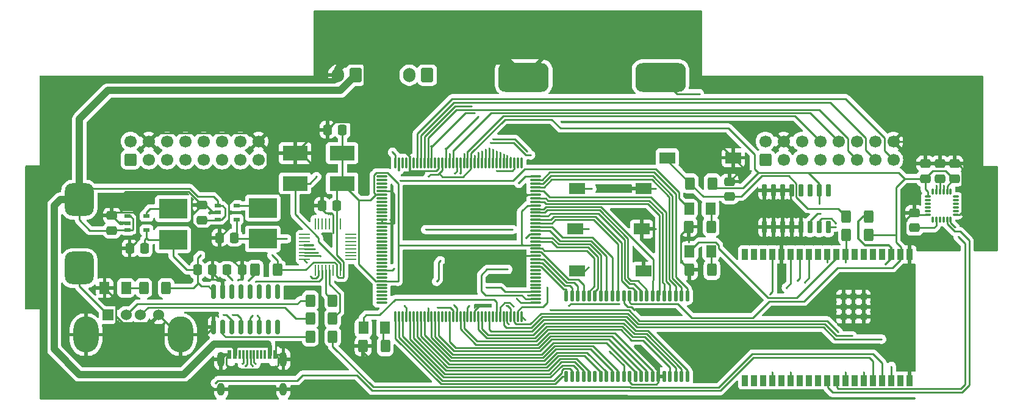
<source format=gtl>
%TF.GenerationSoftware,KiCad,Pcbnew,8.0.1*%
%TF.CreationDate,2024-04-15T20:37:31+02:00*%
%TF.ProjectId,standalonepanel,7374616e-6461-46c6-9f6e-6570616e656c,rev?*%
%TF.SameCoordinates,Original*%
%TF.FileFunction,Copper,L1,Top*%
%TF.FilePolarity,Positive*%
%FSLAX46Y46*%
G04 Gerber Fmt 4.6, Leading zero omitted, Abs format (unit mm)*
G04 Created by KiCad (PCBNEW 8.0.1) date 2024-04-15 20:37:31*
%MOMM*%
%LPD*%
G01*
G04 APERTURE LIST*
G04 Aperture macros list*
%AMRoundRect*
0 Rectangle with rounded corners*
0 $1 Rounding radius*
0 $2 $3 $4 $5 $6 $7 $8 $9 X,Y pos of 4 corners*
0 Add a 4 corners polygon primitive as box body*
4,1,4,$2,$3,$4,$5,$6,$7,$8,$9,$2,$3,0*
0 Add four circle primitives for the rounded corners*
1,1,$1+$1,$2,$3*
1,1,$1+$1,$4,$5*
1,1,$1+$1,$6,$7*
1,1,$1+$1,$8,$9*
0 Add four rect primitives between the rounded corners*
20,1,$1+$1,$2,$3,$4,$5,0*
20,1,$1+$1,$4,$5,$6,$7,0*
20,1,$1+$1,$6,$7,$8,$9,0*
20,1,$1+$1,$8,$9,$2,$3,0*%
G04 Aperture macros list end*
%TA.AperFunction,SMDPad,CuDef*%
%ADD10RoundRect,0.062500X-0.062500X0.662500X-0.062500X-0.662500X0.062500X-0.662500X0.062500X0.662500X0*%
%TD*%
%TA.AperFunction,SMDPad,CuDef*%
%ADD11RoundRect,0.062500X-0.662500X0.062500X-0.662500X-0.062500X0.662500X-0.062500X0.662500X0.062500X0*%
%TD*%
%TA.AperFunction,SMDPad,CuDef*%
%ADD12RoundRect,0.250000X-0.400000X-0.625000X0.400000X-0.625000X0.400000X0.625000X-0.400000X0.625000X0*%
%TD*%
%TA.AperFunction,ComponentPad*%
%ADD13RoundRect,0.250000X0.600000X-0.600000X0.600000X0.600000X-0.600000X0.600000X-0.600000X-0.600000X0*%
%TD*%
%TA.AperFunction,ComponentPad*%
%ADD14C,1.700000*%
%TD*%
%TA.AperFunction,ComponentPad*%
%ADD15RoundRect,0.250000X0.600000X0.750000X-0.600000X0.750000X-0.600000X-0.750000X0.600000X-0.750000X0*%
%TD*%
%TA.AperFunction,ComponentPad*%
%ADD16O,1.700000X2.000000*%
%TD*%
%TA.AperFunction,SMDPad,CuDef*%
%ADD17RoundRect,0.250000X0.475000X-0.337500X0.475000X0.337500X-0.475000X0.337500X-0.475000X-0.337500X0*%
%TD*%
%TA.AperFunction,SMDPad,CuDef*%
%ADD18R,2.180000X1.600000*%
%TD*%
%TA.AperFunction,SMDPad,CuDef*%
%ADD19R,3.500000X2.000000*%
%TD*%
%TA.AperFunction,SMDPad,CuDef*%
%ADD20RoundRect,0.075000X-0.662500X-0.075000X0.662500X-0.075000X0.662500X0.075000X-0.662500X0.075000X0*%
%TD*%
%TA.AperFunction,SMDPad,CuDef*%
%ADD21RoundRect,0.075000X-0.075000X-0.662500X0.075000X-0.662500X0.075000X0.662500X-0.075000X0.662500X0*%
%TD*%
%TA.AperFunction,SMDPad,CuDef*%
%ADD22RoundRect,0.075000X0.350000X0.075000X-0.350000X0.075000X-0.350000X-0.075000X0.350000X-0.075000X0*%
%TD*%
%TA.AperFunction,SMDPad,CuDef*%
%ADD23RoundRect,0.075000X-0.075000X0.350000X-0.075000X-0.350000X0.075000X-0.350000X0.075000X0.350000X0*%
%TD*%
%TA.AperFunction,SMDPad,CuDef*%
%ADD24RoundRect,0.250000X0.400000X0.625000X-0.400000X0.625000X-0.400000X-0.625000X0.400000X-0.625000X0*%
%TD*%
%TA.AperFunction,SMDPad,CuDef*%
%ADD25RoundRect,0.250000X-0.475000X0.337500X-0.475000X-0.337500X0.475000X-0.337500X0.475000X0.337500X0*%
%TD*%
%TA.AperFunction,SMDPad,CuDef*%
%ADD26RoundRect,0.250000X-0.337500X-0.475000X0.337500X-0.475000X0.337500X0.475000X-0.337500X0.475000X0*%
%TD*%
%TA.AperFunction,SMDPad,CuDef*%
%ADD27R,0.900000X1.500000*%
%TD*%
%TA.AperFunction,SMDPad,CuDef*%
%ADD28R,0.900000X0.900000*%
%TD*%
%TA.AperFunction,SMDPad,CuDef*%
%ADD29R,0.876300X0.508000*%
%TD*%
%TA.AperFunction,ComponentPad*%
%ADD30R,1.524000X1.524000*%
%TD*%
%TA.AperFunction,ComponentPad*%
%ADD31C,1.524000*%
%TD*%
%TA.AperFunction,ComponentPad*%
%ADD32O,3.500000X5.000000*%
%TD*%
%TA.AperFunction,SMDPad,CuDef*%
%ADD33RoundRect,0.150000X0.150000X-0.825000X0.150000X0.825000X-0.150000X0.825000X-0.150000X-0.825000X0*%
%TD*%
%TA.AperFunction,SMDPad,CuDef*%
%ADD34RoundRect,0.250001X0.462499X0.624999X-0.462499X0.624999X-0.462499X-0.624999X0.462499X-0.624999X0*%
%TD*%
%TA.AperFunction,SMDPad,CuDef*%
%ADD35R,0.600000X1.240000*%
%TD*%
%TA.AperFunction,SMDPad,CuDef*%
%ADD36R,0.300000X1.240000*%
%TD*%
%TA.AperFunction,ComponentPad*%
%ADD37O,1.000000X2.100000*%
%TD*%
%TA.AperFunction,ComponentPad*%
%ADD38O,1.000000X1.800000*%
%TD*%
%TA.AperFunction,SMDPad,CuDef*%
%ADD39R,3.950000X2.700000*%
%TD*%
%TA.AperFunction,SMDPad,CuDef*%
%ADD40RoundRect,0.137500X-0.137500X0.625000X-0.137500X-0.625000X0.137500X-0.625000X0.137500X0.625000X0*%
%TD*%
%TA.AperFunction,SMDPad,CuDef*%
%ADD41RoundRect,0.250000X0.337500X0.475000X-0.337500X0.475000X-0.337500X-0.475000X0.337500X-0.475000X0*%
%TD*%
%TA.AperFunction,SMDPad,CuDef*%
%ADD42RoundRect,1.000000X1.000000X-1.250000X1.000000X1.250000X-1.000000X1.250000X-1.000000X-1.250000X0*%
%TD*%
%TA.AperFunction,SMDPad,CuDef*%
%ADD43RoundRect,0.150000X-0.150000X0.725000X-0.150000X-0.725000X0.150000X-0.725000X0.150000X0.725000X0*%
%TD*%
%TA.AperFunction,SMDPad,CuDef*%
%ADD44RoundRect,1.000000X-2.500000X1.000000X-2.500000X-1.000000X2.500000X-1.000000X2.500000X1.000000X0*%
%TD*%
%TA.AperFunction,SMDPad,CuDef*%
%ADD45RoundRect,0.250001X-0.462499X-0.624999X0.462499X-0.624999X0.462499X0.624999X-0.462499X0.624999X0*%
%TD*%
%TA.AperFunction,ViaPad*%
%ADD46C,0.300000*%
%TD*%
%TA.AperFunction,Conductor*%
%ADD47C,0.250000*%
%TD*%
%TA.AperFunction,Conductor*%
%ADD48C,1.000000*%
%TD*%
%TA.AperFunction,Conductor*%
%ADD49C,0.600000*%
%TD*%
%TA.AperFunction,Conductor*%
%ADD50C,0.300000*%
%TD*%
%TA.AperFunction,Conductor*%
%ADD51C,0.800000*%
%TD*%
G04 APERTURE END LIST*
D10*
%TO.P,U5,1,GPIN7*%
%TO.N,unconnected-(U5-GPIN7-Pad1)*%
X87731600Y-119609400D03*
%TO.P,U5,2,VL*%
%TO.N,+3V3*%
X87231600Y-119609400D03*
%TO.P,U5,3,GND*%
%TO.N,GND*%
X86731600Y-119609400D03*
%TO.P,U5,4,GPOUT0*%
%TO.N,unconnected-(U5-GPOUT0-Pad4)*%
X86231600Y-119609400D03*
%TO.P,U5,5,GPOUT1*%
%TO.N,unconnected-(U5-GPOUT1-Pad5)*%
X85731600Y-119609400D03*
%TO.P,U5,6,GPOUT2*%
%TO.N,unconnected-(U5-GPOUT2-Pad6)*%
X85231600Y-119609400D03*
%TO.P,U5,7,GPOUT3*%
%TO.N,unconnected-(U5-GPOUT3-Pad7)*%
X84731600Y-119609400D03*
%TO.P,U5,8,GPOUT4*%
%TO.N,unconnected-(U5-GPOUT4-Pad8)*%
X84231600Y-119609400D03*
D11*
%TO.P,U5,9,GPOUT5*%
%TO.N,unconnected-(U5-GPOUT5-Pad9)*%
X82781600Y-121059400D03*
%TO.P,U5,10,GPOUT6*%
%TO.N,unconnected-(U5-GPOUT6-Pad10)*%
X82781600Y-121559400D03*
%TO.P,U5,11,GPOUT7*%
%TO.N,unconnected-(U5-GPOUT7-Pad11)*%
X82781600Y-122059400D03*
%TO.P,U5,12,~{RES}*%
%TO.N,~{RESET}*%
X82781600Y-122559400D03*
%TO.P,U5,13,SCLK*%
%TO.N,HSPI-CLK*%
X82781600Y-123059400D03*
%TO.P,U5,14,~{SS}*%
%TO.N,HSPI-CS-USB*%
X82781600Y-123559400D03*
%TO.P,U5,15,MISO*%
%TO.N,HSPI-SDO*%
X82781600Y-124059400D03*
%TO.P,U5,16,MOSI*%
%TO.N,HSPI-SDI*%
X82781600Y-124559400D03*
D10*
%TO.P,U5,17,GPX*%
%TO.N,unconnected-(U5-GPX-Pad17)*%
X84231600Y-126009400D03*
%TO.P,U5,18,INT*%
%TO.N,HSPI-INT*%
X84731600Y-126009400D03*
%TO.P,U5,19*%
%TO.N,N/C*%
X85231600Y-126009400D03*
%TO.P,U5,20,D-*%
%TO.N,Net-(U5-D-)*%
X85731600Y-126009400D03*
%TO.P,U5,21,D+*%
%TO.N,Net-(U5-D+)*%
X86231600Y-126009400D03*
%TO.P,U5,22,VBCOMP*%
%TO.N,unconnected-(U5-VBCOMP-Pad22)*%
X86731600Y-126009400D03*
%TO.P,U5,23,VCC*%
%TO.N,+3V3*%
X87231600Y-126009400D03*
%TO.P,U5,24,XI*%
%TO.N,SYSCLK*%
X87731600Y-126009400D03*
D11*
%TO.P,U5,25,XO*%
%TO.N,unconnected-(U5-XO-Pad25)*%
X89181600Y-124559400D03*
%TO.P,U5,26,GPIN0*%
%TO.N,unconnected-(U5-GPIN0-Pad26)*%
X89181600Y-124059400D03*
%TO.P,U5,27,GPIN1*%
%TO.N,unconnected-(U5-GPIN1-Pad27)*%
X89181600Y-123559400D03*
%TO.P,U5,28,GPIN2*%
%TO.N,unconnected-(U5-GPIN2-Pad28)*%
X89181600Y-123059400D03*
%TO.P,U5,29,GPIN3*%
%TO.N,unconnected-(U5-GPIN3-Pad29)*%
X89181600Y-122559400D03*
%TO.P,U5,30,GPIN4*%
%TO.N,unconnected-(U5-GPIN4-Pad30)*%
X89181600Y-122059400D03*
%TO.P,U5,31,GPIN5*%
%TO.N,unconnected-(U5-GPIN5-Pad31)*%
X89181600Y-121559400D03*
%TO.P,U5,32,GPIN6*%
%TO.N,unconnected-(U5-GPIN6-Pad32)*%
X89181600Y-121059400D03*
%TD*%
D12*
%TO.P,R13,1*%
%TO.N,Net-(P2-D+)*%
X83575000Y-132750000D03*
%TO.P,R13,2*%
%TO.N,Net-(U5-D+)*%
X86675000Y-132750000D03*
%TD*%
D13*
%TO.P,HUB75E-1,1,Pin_1*%
%TO.N,DSP1-R1*%
X58610000Y-110697500D03*
D14*
%TO.P,HUB75E-1,2,Pin_2*%
%TO.N,DSP1-G1*%
X58610000Y-108157500D03*
%TO.P,HUB75E-1,3,Pin_3*%
%TO.N,DSP1-B1*%
X61150000Y-110697500D03*
%TO.P,HUB75E-1,4,Pin_4*%
%TO.N,GND*%
X61150000Y-108157500D03*
%TO.P,HUB75E-1,5,Pin_5*%
%TO.N,DSP1-R2*%
X63690000Y-110697500D03*
%TO.P,HUB75E-1,6,Pin_6*%
%TO.N,DSP1-G2*%
X63690000Y-108157500D03*
%TO.P,HUB75E-1,7,Pin_7*%
%TO.N,DSP1-B2*%
X66230000Y-110697500D03*
%TO.P,HUB75E-1,8,Pin_8*%
%TO.N,DSP-E*%
X66230000Y-108157500D03*
%TO.P,HUB75E-1,9,Pin_9*%
%TO.N,DSP-A*%
X68770000Y-110697500D03*
%TO.P,HUB75E-1,10,Pin_10*%
%TO.N,DSP-B*%
X68770000Y-108157500D03*
%TO.P,HUB75E-1,11,Pin_11*%
%TO.N,DSP-C*%
X71310000Y-110697500D03*
%TO.P,HUB75E-1,12,Pin_12*%
%TO.N,DSP-D*%
X71310000Y-108157500D03*
%TO.P,HUB75E-1,13,Pin_13*%
%TO.N,DSP-CLK*%
X73850000Y-110697500D03*
%TO.P,HUB75E-1,14,Pin_14*%
%TO.N,DSP-LAT*%
X73850000Y-108157500D03*
%TO.P,HUB75E-1,15,Pin_15*%
%TO.N,DSP-OE*%
X76390000Y-110697500D03*
%TO.P,HUB75E-1,16,Pin_16*%
%TO.N,GND*%
X76390000Y-108157500D03*
%TD*%
D12*
%TO.P,R6,1*%
%TO.N,Net-(P1-CC)*%
X75900000Y-126000000D03*
%TO.P,R6,2*%
%TO.N,+3V3*%
X79000000Y-126000000D03*
%TD*%
D15*
%TO.P,J2,1,Pin_1*%
%TO.N,+5V*%
X89896000Y-98954000D03*
D16*
%TO.P,J2,2,Pin_2*%
%TO.N,GND*%
X87396000Y-98954000D03*
%TD*%
D17*
%TO.P,C27,1*%
%TO.N,Net-(C27-Pad1)*%
X141758000Y-115807000D03*
%TO.P,C27,2*%
%TO.N,GND*%
X141758000Y-113732000D03*
%TD*%
D18*
%TO.P,SW4,1,1*%
%TO.N,GND*%
X142284000Y-110430000D03*
%TO.P,SW4,2,2*%
%TO.N,Net-(C27-Pad1)*%
X133104000Y-110430000D03*
%TD*%
D19*
%TO.P,X2,1,EN*%
%TO.N,+3V3*%
X87959000Y-109787000D03*
%TO.P,X2,2,GND*%
%TO.N,GND*%
X81459000Y-109787000D03*
%TO.P,X2,3,OUT*%
%TO.N,SYSCLK*%
X81459000Y-113987000D03*
%TO.P,X2,4,Vdd*%
%TO.N,+3V3*%
X87959000Y-113987000D03*
%TD*%
D20*
%TO.P,U7,1,IOL_2A*%
%TO.N,unconnected-(U7-IOL_2A-Pad1)*%
X93477500Y-113043000D03*
%TO.P,U7,2,IOL_2B*%
%TO.N,unconnected-(U7-IOL_2B-Pad2)*%
X93477500Y-113543000D03*
%TO.P,U7,3,IOL_3A*%
%TO.N,unconnected-(U7-IOL_3A-Pad3)*%
X93477500Y-114043000D03*
%TO.P,U7,4,IOL_3B*%
%TO.N,unconnected-(U7-IOL_3B-Pad4)*%
X93477500Y-114543000D03*
%TO.P,U7,5,GND*%
%TO.N,GND*%
X93477500Y-115043000D03*
%TO.P,U7,6,VCCIO_3*%
%TO.N,+3V3*%
X93477500Y-115543000D03*
%TO.P,U7,7,IOL_4A*%
%TO.N,unconnected-(U7-IOL_4A-Pad7)*%
X93477500Y-116043000D03*
%TO.P,U7,8,IOL_4B*%
%TO.N,unconnected-(U7-IOL_4B-Pad8)*%
X93477500Y-116543000D03*
%TO.P,U7,9,IOL_5A*%
%TO.N,unconnected-(U7-IOL_5A-Pad9)*%
X93477500Y-117043000D03*
%TO.P,U7,10,IOL_5B*%
%TO.N,unconnected-(U7-IOL_5B-Pad10)*%
X93477500Y-117543000D03*
%TO.P,U7,11,IOL_8A*%
%TO.N,unconnected-(U7-IOL_8A-Pad11)*%
X93477500Y-118043000D03*
%TO.P,U7,12,IOL_8B*%
%TO.N,unconnected-(U7-IOL_8B-Pad12)*%
X93477500Y-118543000D03*
%TO.P,U7,13,GND*%
%TO.N,GND*%
X93477500Y-119043000D03*
%TO.P,U7,14,GND*%
X93477500Y-119543000D03*
%TO.P,U7,15,IOL_10A*%
%TO.N,unconnected-(U7-IOL_10A-Pad15)*%
X93477500Y-120043000D03*
%TO.P,U7,16,IOL_10B*%
%TO.N,unconnected-(U7-IOL_10B-Pad16)*%
X93477500Y-120543000D03*
%TO.P,U7,17,IOL_12A*%
%TO.N,unconnected-(U7-IOL_12A-Pad17)*%
X93477500Y-121043000D03*
%TO.P,U7,18,IOL_12B*%
%TO.N,unconnected-(U7-IOL_12B-Pad18)*%
X93477500Y-121543000D03*
%TO.P,U7,19,IOL_13A*%
%TO.N,unconnected-(U7-IOL_13A-Pad19)*%
X93477500Y-122043000D03*
%TO.P,U7,20,IOL_13B_GBIN7*%
%TO.N,unconnected-(U7-IOL_13B_GBIN7-Pad20)*%
X93477500Y-122543000D03*
%TO.P,U7,21,IOL_14A_GBIN6*%
%TO.N,unconnected-(U7-IOL_14A_GBIN6-Pad21)*%
X93477500Y-123043000D03*
%TO.P,U7,22,IOL_14B*%
%TO.N,unconnected-(U7-IOL_14B-Pad22)*%
X93477500Y-123543000D03*
%TO.P,U7,23,IOL_17A*%
%TO.N,unconnected-(U7-IOL_17A-Pad23)*%
X93477500Y-124043000D03*
%TO.P,U7,24,IOL_17B*%
%TO.N,unconnected-(U7-IOL_17B-Pad24)*%
X93477500Y-124543000D03*
%TO.P,U7,25,IOL_18A*%
%TO.N,unconnected-(U7-IOL_18A-Pad25)*%
X93477500Y-125043000D03*
%TO.P,U7,26,IOL_18B*%
%TO.N,unconnected-(U7-IOL_18B-Pad26)*%
X93477500Y-125543000D03*
%TO.P,U7,27,VCC*%
%TO.N,+1V2*%
X93477500Y-126043000D03*
%TO.P,U7,28,IOL_23A*%
%TO.N,unconnected-(U7-IOL_23A-Pad28)*%
X93477500Y-126543000D03*
%TO.P,U7,29,IOL_23B*%
%TO.N,unconnected-(U7-IOL_23B-Pad29)*%
X93477500Y-127043000D03*
%TO.P,U7,30,VCCIO_3*%
%TO.N,+3V3*%
X93477500Y-127543000D03*
%TO.P,U7,31,IOL_24A*%
%TO.N,unconnected-(U7-IOL_24A-Pad31)*%
X93477500Y-128043000D03*
%TO.P,U7,32,IOL_24B*%
%TO.N,unconnected-(U7-IOL_24B-Pad32)*%
X93477500Y-128543000D03*
%TO.P,U7,33,IOL_25A*%
%TO.N,unconnected-(U7-IOL_25A-Pad33)*%
X93477500Y-129043000D03*
%TO.P,U7,34,IOL_25B*%
%TO.N,unconnected-(U7-IOL_25B-Pad34)*%
X93477500Y-129543000D03*
%TO.P,U7,35,NC*%
%TO.N,unconnected-(U7-NC-Pad35)*%
X93477500Y-130043000D03*
%TO.P,U7,36,NC*%
%TO.N,unconnected-(U7-NC-Pad36)*%
X93477500Y-130543000D03*
D21*
%TO.P,U7,37,IOB_56*%
%TO.N,RAM-A10*%
X95390000Y-132455500D03*
%TO.P,U7,38,IOB_57*%
%TO.N,RAM-A11*%
X95890000Y-132455500D03*
%TO.P,U7,39,IOB_61*%
%TO.N,RAM-A12*%
X96390000Y-132455500D03*
%TO.P,U7,40,VCC*%
%TO.N,+1V2*%
X96890000Y-132455500D03*
%TO.P,U7,41,IOB_63*%
%TO.N,RAM-A13*%
X97390000Y-132455500D03*
%TO.P,U7,42,IOB_64*%
%TO.N,RAM-A14*%
X97890000Y-132455500D03*
%TO.P,U7,43,IOB_71*%
%TO.N,RAM-D8*%
X98390000Y-132455500D03*
%TO.P,U7,44,IOB_72*%
%TO.N,RAM-D9*%
X98890000Y-132455500D03*
%TO.P,U7,45,IOB_73*%
%TO.N,RAM-D10*%
X99390000Y-132455500D03*
%TO.P,U7,46,VCCIO_2*%
%TO.N,+3V3*%
X99890000Y-132455500D03*
%TO.P,U7,47,IOB_79*%
%TO.N,RAM-D11*%
X100390000Y-132455500D03*
%TO.P,U7,48,IOB_80*%
%TO.N,RAM-D12*%
X100890000Y-132455500D03*
%TO.P,U7,49,IOB_81_GBIN5*%
%TO.N,RAM-D13*%
X101390000Y-132455500D03*
%TO.P,U7,50,NC*%
%TO.N,unconnected-(U7-NC-Pad50)*%
X101890000Y-132455500D03*
%TO.P,U7,51,NC*%
%TO.N,unconnected-(U7-NC-Pad51)*%
X102390000Y-132455500D03*
%TO.P,U7,52,IOB_82_GBIN4*%
%TO.N,RAM-D14*%
X102890000Y-132455500D03*
%TO.P,U7,53,GNDPLL0*%
%TO.N,Net-(U7-GNDPLL0)*%
X103390000Y-132455500D03*
%TO.P,U7,54,VCCPLL0*%
%TO.N,Net-(U7-VCCPLL0)*%
X103890000Y-132455500D03*
%TO.P,U7,55,IOB_91*%
%TO.N,RAM-D15*%
X104390000Y-132455500D03*
%TO.P,U7,56,IOB_94*%
%TO.N,RAM-OE*%
X104890000Y-132455500D03*
%TO.P,U7,57,VCCIO_2*%
%TO.N,+3V3*%
X105390000Y-132455500D03*
%TO.P,U7,58,NC*%
%TO.N,unconnected-(U7-NC-Pad58)*%
X105890000Y-132455500D03*
%TO.P,U7,59,GND*%
%TO.N,GND*%
X106390000Y-132455500D03*
%TO.P,U7,60,IOB_95*%
%TO.N,RAM-A15*%
X106890000Y-132455500D03*
%TO.P,U7,61,IOB_96*%
%TO.N,RAM-A16*%
X107390000Y-132455500D03*
%TO.P,U7,62,IOB_102*%
%TO.N,unconnected-(U7-IOB_102-Pad62)*%
X107890000Y-132455500D03*
%TO.P,U7,63,IOB_103_CBSEL0*%
%TO.N,RAM-A17*%
X108390000Y-132455500D03*
%TO.P,U7,64,IOB_104_CBSEL1*%
%TO.N,unconnected-(U7-IOB_104_CBSEL1-Pad64)*%
X108890000Y-132455500D03*
%TO.P,U7,65,CDONE*%
%TO.N,Net-(LED4-A)*%
X109390000Y-132455500D03*
%TO.P,U7,66,~{CRESET}*%
%TO.N,~{ICE40-RESET}*%
X109890000Y-132455500D03*
%TO.P,U7,67,IOB_105_SDO*%
%TO.N,VSPI-SDO*%
X110390000Y-132455500D03*
%TO.P,U7,68,IOB_106_SDI*%
%TO.N,VSPI-SDI*%
X110890000Y-132455500D03*
%TO.P,U7,69,GND*%
%TO.N,GND*%
X111390000Y-132455500D03*
%TO.P,U7,70,IOB_107_SCK*%
%TO.N,VSPI-CLK*%
X111890000Y-132455500D03*
%TO.P,U7,71,IOB_108_SS*%
%TO.N,Net-(U7-IOB_108_SS)*%
X112390000Y-132455500D03*
%TO.P,U7,72,VCC_SPI*%
%TO.N,+3V3*%
X112890000Y-132455500D03*
D20*
%TO.P,U7,73,IOR_109*%
%TO.N,Net-(U7-IOR_109)*%
X114802500Y-130543000D03*
%TO.P,U7,74,IOR_110*%
%TO.N,Net-(U7-IOR_110)*%
X114802500Y-130043000D03*
%TO.P,U7,75,IOR_111*%
%TO.N,Net-(U7-IOR_111)*%
X114802500Y-129543000D03*
%TO.P,U7,76,IOR_112*%
%TO.N,Net-(U7-IOR_112)*%
X114802500Y-129043000D03*
%TO.P,U7,77,NC*%
%TO.N,unconnected-(U7-NC-Pad77)*%
X114802500Y-128543000D03*
%TO.P,U7,78,IOR_114*%
%TO.N,unconnected-(U7-IOR_114-Pad78)*%
X114802500Y-128043000D03*
%TO.P,U7,79,IOR_115*%
%TO.N,unconnected-(U7-IOR_115-Pad79)*%
X114802500Y-127543000D03*
%TO.P,U7,80,IOR_116*%
%TO.N,unconnected-(U7-IOR_116-Pad80)*%
X114802500Y-127043000D03*
%TO.P,U7,81,IOR_117*%
%TO.N,unconnected-(U7-IOR_117-Pad81)*%
X114802500Y-126543000D03*
%TO.P,U7,82,IOR_118*%
%TO.N,unconnected-(U7-IOR_118-Pad82)*%
X114802500Y-126043000D03*
%TO.P,U7,83,IOR_119*%
%TO.N,RAM-A9*%
X114802500Y-125543000D03*
%TO.P,U7,84,IOR_120*%
%TO.N,RAM-A8*%
X114802500Y-125043000D03*
%TO.P,U7,85,IOR_128*%
%TO.N,RAM-A7*%
X114802500Y-124543000D03*
%TO.P,U7,86,GND*%
%TO.N,GND*%
X114802500Y-124043000D03*
%TO.P,U7,87,IOR_136*%
%TO.N,RAM-A6*%
X114802500Y-123543000D03*
%TO.P,U7,88,IOR_137*%
%TO.N,RAM-A5*%
X114802500Y-123043000D03*
%TO.P,U7,89,VCCIO_1*%
%TO.N,+3V3*%
X114802500Y-122543000D03*
%TO.P,U7,90,IOR_138*%
%TO.N,RAM-WE*%
X114802500Y-122043000D03*
%TO.P,U7,91,IOR_139*%
%TO.N,RAM-D7*%
X114802500Y-121543000D03*
%TO.P,U7,92,VCC*%
%TO.N,+1V2*%
X114802500Y-121043000D03*
%TO.P,U7,93,IOR_140_GBIN3*%
%TO.N,RAM-D6*%
X114802500Y-120543000D03*
%TO.P,U7,94,IOR_141_GBIN2*%
%TO.N,RAM-D5*%
X114802500Y-120043000D03*
%TO.P,U7,95,IOR_144*%
%TO.N,RAM-D4*%
X114802500Y-119543000D03*
%TO.P,U7,96,IOR_146*%
%TO.N,RAM-D3*%
X114802500Y-119043000D03*
%TO.P,U7,97,IOR_147*%
%TO.N,RAM-D2*%
X114802500Y-118543000D03*
%TO.P,U7,98,IOR_148*%
%TO.N,RAM-D1*%
X114802500Y-118043000D03*
%TO.P,U7,99,IOR_152*%
%TO.N,RAM-D0*%
X114802500Y-117543000D03*
%TO.P,U7,100,VCCIO_1*%
%TO.N,+3V3*%
X114802500Y-117043000D03*
%TO.P,U7,101,IOR_160*%
%TO.N,RAM-CS*%
X114802500Y-116543000D03*
%TO.P,U7,102,IOR_161*%
%TO.N,RAM-A4*%
X114802500Y-116043000D03*
%TO.P,U7,103,GND*%
%TO.N,GND*%
X114802500Y-115543000D03*
%TO.P,U7,104,IOR_164*%
%TO.N,RAM-A3*%
X114802500Y-115043000D03*
%TO.P,U7,105,IOR_165*%
%TO.N,RAM-A2*%
X114802500Y-114543000D03*
%TO.P,U7,106,IOR_166*%
%TO.N,RAM-A1*%
X114802500Y-114043000D03*
%TO.P,U7,107,IOR_167*%
%TO.N,RAM-A0*%
X114802500Y-113543000D03*
%TO.P,U7,108,VPP_2V5*%
%TO.N,Net-(D2-K)*%
X114802500Y-113043000D03*
D21*
%TO.P,U7,109,VPP_FAST*%
%TO.N,unconnected-(U7-VPP_FAST-Pad109)*%
X112890000Y-111130500D03*
%TO.P,U7,110,IOT_168*%
%TO.N,unconnected-(U7-IOT_168-Pad110)*%
X112390000Y-111130500D03*
%TO.P,U7,111,VCC*%
%TO.N,+1V2*%
X111890000Y-111130500D03*
%TO.P,U7,112,IOT_169*%
%TO.N,DSP2-R1*%
X111390000Y-111130500D03*
%TO.P,U7,113,IOT_170*%
%TO.N,DSP2-G1*%
X110890000Y-111130500D03*
%TO.P,U7,114,IOT_171*%
%TO.N,DSP2-B1*%
X110390000Y-111130500D03*
%TO.P,U7,115,IOT_172*%
%TO.N,DSP2-R2*%
X109890000Y-111130500D03*
%TO.P,U7,116,IOT_173*%
%TO.N,DSP2-G2*%
X109390000Y-111130500D03*
%TO.P,U7,117,IOT_174*%
%TO.N,DSP2-B2*%
X108890000Y-111130500D03*
%TO.P,U7,118,IOT_177*%
%TO.N,DSP1-G1*%
X108390000Y-111130500D03*
%TO.P,U7,119,IOT_178*%
%TO.N,DSP1-R1*%
X107890000Y-111130500D03*
%TO.P,U7,120,IOT_179*%
%TO.N,DSP1-B1*%
X107390000Y-111130500D03*
%TO.P,U7,121,IOT_181*%
%TO.N,DSP1-G2*%
X106890000Y-111130500D03*
%TO.P,U7,122,IOT_190*%
%TO.N,DSP1-R2*%
X106390000Y-111130500D03*
%TO.P,U7,123,VCCIO_0*%
%TO.N,+3V3*%
X105890000Y-111130500D03*
%TO.P,U7,124,IOT_191*%
%TO.N,DSP-E*%
X105390000Y-111130500D03*
%TO.P,U7,125,IOT_192*%
%TO.N,DSP1-B2*%
X104890000Y-111130500D03*
%TO.P,U7,126,VCCPLL1*%
%TO.N,Net-(U7-VCCPLL1)*%
X104390000Y-111130500D03*
%TO.P,U7,127,GNDPLL1*%
%TO.N,Net-(U7-GNDPLL1)*%
X103890000Y-111130500D03*
%TO.P,U7,128,IOT_197_GBIN1*%
%TO.N,DSP-B*%
X103390000Y-111130500D03*
%TO.P,U7,129,IOT_198_GBIN0*%
%TO.N,SYSCLK*%
X102890000Y-111130500D03*
%TO.P,U7,130,IOT_206*%
%TO.N,DSP-A*%
X102390000Y-111130500D03*
%TO.P,U7,131,VCCIO_0*%
%TO.N,+3V3*%
X101890000Y-111130500D03*
%TO.P,U7,132,GND*%
%TO.N,GND*%
X101390000Y-111130500D03*
%TO.P,U7,133,NC*%
%TO.N,unconnected-(U7-NC-Pad133)*%
X100890000Y-111130500D03*
%TO.P,U7,134,IOT_212*%
%TO.N,DSP-D*%
X100390000Y-111130500D03*
%TO.P,U7,135,IOT_213*%
%TO.N,DSP-C*%
X99890000Y-111130500D03*
%TO.P,U7,136,IOT_214*%
%TO.N,DSP-LAT*%
X99390000Y-111130500D03*
%TO.P,U7,137,IOT_215*%
%TO.N,DSP-CLK*%
X98890000Y-111130500D03*
%TO.P,U7,138,IOT_216*%
%TO.N,DSP-OE*%
X98390000Y-111130500D03*
%TO.P,U7,139,IOT_217*%
%TO.N,unconnected-(U7-IOT_217-Pad139)*%
X97890000Y-111130500D03*
%TO.P,U7,140,GND*%
%TO.N,GND*%
X97390000Y-111130500D03*
%TO.P,U7,141,IOT_219*%
%TO.N,unconnected-(U7-IOT_219-Pad141)*%
X96890000Y-111130500D03*
%TO.P,U7,142,IOT_220*%
%TO.N,unconnected-(U7-IOT_220-Pad142)*%
X96390000Y-111130500D03*
%TO.P,U7,143,IOT_221*%
%TO.N,Net-(U7-IOT_221)*%
X95890000Y-111130500D03*
%TO.P,U7,144,IOT_222*%
%TO.N,Net-(LED3-A)*%
X95390000Y-111130500D03*
%TD*%
D22*
%TO.P,U10,1,CLKIN*%
%TO.N,GND*%
X173146000Y-118344000D03*
%TO.P,U10,2,NC*%
%TO.N,unconnected-(U10-NC-Pad2)*%
X173146000Y-117844000D03*
%TO.P,U10,3,NC*%
%TO.N,unconnected-(U10-NC-Pad3)*%
X173146000Y-117344000D03*
%TO.P,U10,4,NC*%
%TO.N,unconnected-(U10-NC-Pad4)*%
X173146000Y-116844000D03*
%TO.P,U10,5,NC*%
%TO.N,unconnected-(U10-NC-Pad5)*%
X173146000Y-116344000D03*
%TO.P,U10,6,AUX_DA*%
%TO.N,unconnected-(U10-AUX_DA-Pad6)*%
X173146000Y-115844000D03*
D23*
%TO.P,U10,7,AUX_CL*%
%TO.N,unconnected-(U10-AUX_CL-Pad7)*%
X172446000Y-115144000D03*
%TO.P,U10,8,VLOGIC*%
%TO.N,+3V3*%
X171946000Y-115144000D03*
%TO.P,U10,9,AD0*%
%TO.N,GND*%
X171446000Y-115144000D03*
%TO.P,U10,10,REGOUT*%
%TO.N,Net-(U10-REGOUT)*%
X170946000Y-115144000D03*
%TO.P,U10,11,FSYNC*%
%TO.N,GND*%
X170446000Y-115144000D03*
%TO.P,U10,12,INT*%
%TO.N,unconnected-(U10-INT-Pad12)*%
X169946000Y-115144000D03*
D22*
%TO.P,U10,13,VDD*%
%TO.N,+3V3*%
X169246000Y-115844000D03*
%TO.P,U10,14,NC*%
%TO.N,unconnected-(U10-NC-Pad14)*%
X169246000Y-116344000D03*
%TO.P,U10,15,NC*%
%TO.N,unconnected-(U10-NC-Pad15)*%
X169246000Y-116844000D03*
%TO.P,U10,16,NC*%
%TO.N,unconnected-(U10-NC-Pad16)*%
X169246000Y-117344000D03*
%TO.P,U10,17,NC*%
%TO.N,unconnected-(U10-NC-Pad17)*%
X169246000Y-117844000D03*
%TO.P,U10,18,GND*%
%TO.N,GND*%
X169246000Y-118344000D03*
D23*
%TO.P,U10,19,RESV*%
%TO.N,unconnected-(U10-RESV-Pad19)*%
X169946000Y-119044000D03*
%TO.P,U10,20,CPOUT*%
%TO.N,Net-(U10-CPOUT)*%
X170446000Y-119044000D03*
%TO.P,U10,21,RESV*%
%TO.N,unconnected-(U10-RESV-Pad21)*%
X170946000Y-119044000D03*
%TO.P,U10,22,RESV*%
%TO.N,unconnected-(U10-RESV-Pad22)*%
X171446000Y-119044000D03*
%TO.P,U10,23,SCL*%
%TO.N,I2C-CLK*%
X171946000Y-119044000D03*
%TO.P,U10,24,SDA*%
%TO.N,I2C-SDA*%
X172446000Y-119044000D03*
%TD*%
D24*
%TO.P,R16,1*%
%TO.N,Net-(LED4-K)*%
X93976437Y-136586115D03*
%TO.P,R16,2*%
%TO.N,GND*%
X90876437Y-136586115D03*
%TD*%
D25*
%TO.P,C37,1*%
%TO.N,GND*%
X167386000Y-118088500D03*
%TO.P,C37,2*%
%TO.N,Net-(U10-CPOUT)*%
X167386000Y-120163500D03*
%TD*%
%TO.P,C40,1*%
%TO.N,GND*%
X168910000Y-111252000D03*
%TO.P,C40,2*%
%TO.N,+3V3*%
X168910000Y-113327000D03*
%TD*%
D26*
%TO.P,C17,1*%
%TO.N,GND*%
X85195499Y-117094000D03*
%TO.P,C17,2*%
%TO.N,+3V3*%
X87270499Y-117094000D03*
%TD*%
D13*
%TO.P,HUB75E-2,1,Pin_1*%
%TO.N,DSP2-R1*%
X146720000Y-110697500D03*
D14*
%TO.P,HUB75E-2,2,Pin_2*%
%TO.N,DSP2-G1*%
X146720000Y-108157500D03*
%TO.P,HUB75E-2,3,Pin_3*%
%TO.N,DSP2-B1*%
X149260000Y-110697500D03*
%TO.P,HUB75E-2,4,Pin_4*%
%TO.N,GND*%
X149260000Y-108157500D03*
%TO.P,HUB75E-2,5,Pin_5*%
%TO.N,DSP2-R2*%
X151800000Y-110697500D03*
%TO.P,HUB75E-2,6,Pin_6*%
%TO.N,DSP2-G2*%
X151800000Y-108157500D03*
%TO.P,HUB75E-2,7,Pin_7*%
%TO.N,DSP2-B2*%
X154340000Y-110697500D03*
%TO.P,HUB75E-2,8,Pin_8*%
%TO.N,DSP-E*%
X154340000Y-108157500D03*
%TO.P,HUB75E-2,9,Pin_9*%
%TO.N,DSP-A*%
X156880000Y-110697500D03*
%TO.P,HUB75E-2,10,Pin_10*%
%TO.N,DSP-B*%
X156880000Y-108157500D03*
%TO.P,HUB75E-2,11,Pin_11*%
%TO.N,DSP-C*%
X159420000Y-110697500D03*
%TO.P,HUB75E-2,12,Pin_12*%
%TO.N,DSP-D*%
X159420000Y-108157500D03*
%TO.P,HUB75E-2,13,Pin_13*%
%TO.N,DSP-CLK*%
X161960000Y-110697500D03*
%TO.P,HUB75E-2,14,Pin_14*%
%TO.N,DSP-LAT*%
X161960000Y-108157500D03*
%TO.P,HUB75E-2,15,Pin_15*%
%TO.N,DSP-OE*%
X164500000Y-110697500D03*
%TO.P,HUB75E-2,16,Pin_16*%
%TO.N,GND*%
X164500000Y-108157500D03*
%TD*%
D27*
%TO.P,U3,1,GND*%
%TO.N,GND*%
X166751000Y-123851000D03*
%TO.P,U3,2,3V3*%
%TO.N,+3V3*%
X165481000Y-123851000D03*
%TO.P,U3,3,EN/CHIP_PU*%
%TO.N,~{RESET}*%
X164211000Y-123851000D03*
%TO.P,U3,4,SENSOR_VP/GPIO36/ADC1_CH0*%
%TO.N,unconnected-(U3-SENSOR_VP{slash}GPIO36{slash}ADC1_CH0-Pad4)*%
X162941000Y-123851000D03*
%TO.P,U3,5,SENSOR_VN/GPIO39/ADC1_CH3*%
%TO.N,unconnected-(U3-SENSOR_VN{slash}GPIO39{slash}ADC1_CH3-Pad5)*%
X161671000Y-123851000D03*
%TO.P,U3,6,GPIO34/ADC1_CH6*%
%TO.N,unconnected-(U3-GPIO34{slash}ADC1_CH6-Pad6)*%
X160401000Y-123851000D03*
%TO.P,U3,7,GPIO35/ADC1_CH7*%
%TO.N,unconnected-(U3-GPIO35{slash}ADC1_CH7-Pad7)*%
X159131000Y-123851000D03*
%TO.P,U3,8,32K_XP/GPIO32/ADC1_CH4*%
%TO.N,Net-(U3-32K_XP{slash}GPIO32{slash}ADC1_CH4)*%
X157861000Y-123851000D03*
%TO.P,U3,9,32K_XN/GPIO33/ADC1_CH5*%
%TO.N,Net-(LED1-A)*%
X156591000Y-123851000D03*
%TO.P,U3,10,DAC_1/ADC2_CH8/GPIO25*%
%TO.N,VSPI-SDI*%
X155321000Y-123851000D03*
%TO.P,U3,11,DAC_2/ADC2_CH9/GPIO26*%
%TO.N,unconnected-(U3-DAC_2{slash}ADC2_CH9{slash}GPIO26-Pad11)*%
X154051000Y-123851000D03*
%TO.P,U3,12,ADC2_CH7/GPIO27*%
%TO.N,HSPI-CS-USB*%
X152781000Y-123851000D03*
%TO.P,U3,13,MTMS/GPIO14/ADC2_CH6*%
%TO.N,HSPI-CLK*%
X151511000Y-123851000D03*
%TO.P,U3,14,MTDI/GPIO12/ADC2_CH5*%
%TO.N,HSPI-SDO*%
X150241000Y-123851000D03*
%TO.P,U3,15,GND*%
%TO.N,GND*%
X148971000Y-123851000D03*
%TO.P,U3,16,MTCK/GPIO13/ADC2_CH4*%
%TO.N,HSPI-SDI*%
X147701000Y-123851000D03*
%TO.P,U3,17*%
%TO.N,N/C*%
X146431000Y-123851000D03*
%TO.P,U3,18*%
X145161000Y-123851000D03*
%TO.P,U3,19*%
X143891000Y-123851000D03*
%TO.P,U3,20*%
X143891000Y-141351000D03*
%TO.P,U3,21*%
X145161000Y-141351000D03*
%TO.P,U3,22*%
X146431000Y-141351000D03*
%TO.P,U3,23,MTDO/GPIO15/ADC2_CH3*%
%TO.N,HSPI-INT*%
X147701000Y-141351000D03*
%TO.P,U3,24,ADC2_CH2/GPIO2*%
%TO.N,unconnected-(U3-ADC2_CH2{slash}GPIO2-Pad24)*%
X148971000Y-141351000D03*
%TO.P,U3,25,GPIO0/BOOT/ADC2_CH1*%
%TO.N,Net-(U3-GPIO0{slash}BOOT{slash}ADC2_CH1)*%
X150241000Y-141351000D03*
%TO.P,U3,26,ADC2_CH0/GPIO4*%
%TO.N,unconnected-(U3-ADC2_CH0{slash}GPIO4-Pad26)*%
X151511000Y-141351000D03*
%TO.P,U3,27*%
%TO.N,N/C*%
X152781000Y-141351000D03*
%TO.P,U3,28*%
X154051000Y-141351000D03*
%TO.P,U3,29,GPIO5*%
%TO.N,I2C-CLK*%
X155321000Y-141351000D03*
%TO.P,U3,30,GPIO18*%
%TO.N,I2C-SDA*%
X156591000Y-141351000D03*
%TO.P,U3,31,GPIO19*%
%TO.N,~{ICE40-RESET}*%
X157861000Y-141351000D03*
%TO.P,U3,32*%
%TO.N,N/C*%
X159131000Y-141351000D03*
%TO.P,U3,33,GPIO21*%
%TO.N,VSPI-CLK*%
X160401000Y-141351000D03*
%TO.P,U3,34,U0RXD/GPIO3*%
%TO.N,Net-(U3-U0RXD{slash}GPIO3)*%
X161671000Y-141351000D03*
%TO.P,U3,35,U0TXD/GPIO1*%
%TO.N,Net-(U3-U0TXD{slash}GPIO1)*%
X162941000Y-141351000D03*
%TO.P,U3,36,GPIO22*%
%TO.N,VSPI-SDO*%
X164211000Y-141351000D03*
%TO.P,U3,37,GPIO23*%
%TO.N,unconnected-(U3-GPIO23-Pad37)*%
X165481000Y-141351000D03*
%TO.P,U3,38,GND*%
%TO.N,GND*%
X166751000Y-141351000D03*
D28*
%TO.P,U3,39,GND_THERMAL*%
X160356000Y-129696000D03*
X158956000Y-129701000D03*
X157556000Y-129701000D03*
X160356000Y-131101000D03*
X158956000Y-131101000D03*
X157556000Y-131101000D03*
X160356000Y-132501000D03*
X158956000Y-132501000D03*
X157556000Y-132501000D03*
%TD*%
D29*
%TO.P,U1,1,VIN*%
%TO.N,+5V*%
X58210550Y-118549999D03*
%TO.P,U1,2,GND*%
%TO.N,GND*%
X58210550Y-119500000D03*
%TO.P,U1,3,EN*%
%TO.N,+5V*%
X58210550Y-120450001D03*
%TO.P,U1,4,VOUT*%
%TO.N,+3V3*%
X60839450Y-120450001D03*
%TO.P,U1,5,LX*%
%TO.N,Net-(U1-LX)*%
X60839450Y-118549999D03*
%TD*%
D18*
%TO.P,SW3,1,1*%
%TO.N,GND*%
X129528437Y-120330115D03*
%TO.P,SW3,2,2*%
%TO.N,Net-(U7-IOT_221)*%
X120348437Y-120330115D03*
%TD*%
D24*
%TO.P,R15,1*%
%TO.N,+3V3*%
X139371000Y-113986000D03*
%TO.P,R15,2*%
%TO.N,Net-(C27-Pad1)*%
X136271000Y-113986000D03*
%TD*%
D26*
%TO.P,C11,1*%
%TO.N,+3V3*%
X67925000Y-126000000D03*
%TO.P,C11,2*%
%TO.N,GND*%
X70000000Y-126000000D03*
%TD*%
D30*
%TO.P,P2,1,VBUS*%
%TO.N,Net-(P2-VBUS)*%
X55500000Y-132272500D03*
D31*
%TO.P,P2,2,D-*%
%TO.N,Net-(P2-D-)*%
X58000000Y-132272500D03*
%TO.P,P2,3,D+*%
%TO.N,Net-(P2-D+)*%
X60000000Y-132272500D03*
%TO.P,P2,4,GND*%
%TO.N,GND*%
X62500000Y-132272500D03*
D32*
%TO.P,P2,5,Shield*%
X52430000Y-134982500D03*
X65570000Y-134982500D03*
%TD*%
D33*
%TO.P,U4,1,GND*%
%TO.N,GND*%
X70150000Y-133950000D03*
%TO.P,U4,2,TXD*%
%TO.N,Net-(U4-TXD)*%
X71420000Y-133950000D03*
%TO.P,U4,3,RXD*%
%TO.N,Net-(U3-U0RXD{slash}GPIO3)*%
X72690000Y-133950000D03*
%TO.P,U4,4,V3*%
%TO.N,Net-(U4-V3)*%
X73960000Y-133950000D03*
%TO.P,U4,5,UD+*%
%TO.N,Net-(P1-D+)*%
X75230000Y-133950000D03*
%TO.P,U4,6,UD-*%
%TO.N,Net-(P1-D-)*%
X76500000Y-133950000D03*
%TO.P,U4,7,NC*%
%TO.N,unconnected-(U4-NC-Pad7)*%
X77770000Y-133950000D03*
%TO.P,U4,8,NC*%
%TO.N,unconnected-(U4-NC-Pad8)*%
X79040000Y-133950000D03*
%TO.P,U4,9,~{CTS}*%
%TO.N,unconnected-(U4-~{CTS}-Pad9)*%
X79040000Y-129000000D03*
%TO.P,U4,10,~{DSR}*%
%TO.N,unconnected-(U4-~{DSR}-Pad10)*%
X77770000Y-129000000D03*
%TO.P,U4,11,~{RI}*%
%TO.N,unconnected-(U4-~{RI}-Pad11)*%
X76500000Y-129000000D03*
%TO.P,U4,12,~{DCD}*%
%TO.N,unconnected-(U4-~{DCD}-Pad12)*%
X75230000Y-129000000D03*
%TO.P,U4,13,~{DTR}*%
%TO.N,unconnected-(U4-~{DTR}-Pad13)*%
X73960000Y-129000000D03*
%TO.P,U4,14,~{RTS}*%
%TO.N,unconnected-(U4-~{RTS}-Pad14)*%
X72690000Y-129000000D03*
%TO.P,U4,15,R232*%
%TO.N,GND*%
X71420000Y-129000000D03*
%TO.P,U4,16,VCC*%
%TO.N,+3V3*%
X70150000Y-129000000D03*
%TD*%
D34*
%TO.P,LED4,1,K*%
%TO.N,Net-(LED4-K)*%
X93913937Y-134046115D03*
%TO.P,LED4,2,A*%
%TO.N,Net-(LED4-A)*%
X90938937Y-134046115D03*
%TD*%
D35*
%TO.P,P1,A1,GND*%
%TO.N,GND*%
X72300000Y-137775000D03*
%TO.P,P1,A4,VBUS*%
%TO.N,+5V*%
X73100000Y-137775000D03*
D36*
%TO.P,P1,A5,CC*%
%TO.N,Net-(P1-CC)*%
X74250000Y-137775000D03*
%TO.P,P1,A6,D+*%
%TO.N,Net-(P1-D+)*%
X75250000Y-137775000D03*
%TO.P,P1,A7,D-*%
%TO.N,Net-(P1-D-)*%
X75750000Y-137775000D03*
%TO.P,P1,A8,SBU1*%
%TO.N,unconnected-(P1-SBU1-PadA8)*%
X76750000Y-137775000D03*
D35*
%TO.P,P1,A9,VBUS*%
%TO.N,+5V*%
X77900000Y-137775000D03*
%TO.P,P1,A12,GND*%
%TO.N,GND*%
X78700000Y-137775000D03*
%TO.P,P1,B1,GND*%
X78700000Y-137775000D03*
%TO.P,P1,B4,VBUS*%
%TO.N,+5V*%
X77900000Y-137775000D03*
D36*
%TO.P,P1,B5,VCONN*%
%TO.N,unconnected-(P1-VCONN-PadB5)*%
X77250000Y-137775000D03*
%TO.P,P1,B6*%
%TO.N,N/C*%
X76250000Y-137775000D03*
%TO.P,P1,B7*%
X74750000Y-137775000D03*
%TO.P,P1,B8,SBU2*%
%TO.N,unconnected-(P1-SBU2-PadB8)*%
X73750000Y-137775000D03*
D35*
%TO.P,P1,B9,VBUS*%
%TO.N,+5V*%
X73100000Y-137775000D03*
%TO.P,P1,B12,GND*%
%TO.N,GND*%
X72300000Y-137775000D03*
D37*
%TO.P,P1,S1,SHIELD*%
X71180000Y-138375000D03*
D38*
X71180000Y-142575000D03*
D37*
X79820000Y-138375000D03*
D38*
X79820000Y-142575000D03*
%TD*%
D17*
%TO.P,C3,1*%
%TO.N,+5V*%
X56025000Y-120537500D03*
%TO.P,C3,2*%
%TO.N,GND*%
X56025000Y-118462500D03*
%TD*%
D39*
%TO.P,L2,1,1*%
%TO.N,Net-(U2-LX)*%
X76975000Y-117387500D03*
%TO.P,L2,2,2*%
%TO.N,+1V2*%
X76975000Y-121687500D03*
%TD*%
D24*
%TO.P,R2,1*%
%TO.N,Net-(U3-U0TXD{slash}GPIO1)*%
X86675000Y-135250000D03*
%TO.P,R2,2*%
%TO.N,Net-(U4-TXD)*%
X83575000Y-135250000D03*
%TD*%
D40*
%TO.P,U6,1,A0*%
%TO.N,RAM-A0*%
X135878437Y-129601615D03*
%TO.P,U6,2,A1*%
%TO.N,RAM-A1*%
X135078437Y-129601615D03*
%TO.P,U6,3,A2*%
%TO.N,RAM-A2*%
X134278437Y-129601615D03*
%TO.P,U6,4,A3*%
%TO.N,RAM-A3*%
X133478437Y-129601615D03*
%TO.P,U6,5,A4*%
%TO.N,RAM-A4*%
X132678437Y-129601615D03*
%TO.P,U6,6,~{CE}*%
%TO.N,RAM-CS*%
X131878437Y-129601615D03*
%TO.P,U6,7,D0*%
%TO.N,RAM-D0*%
X131078437Y-129601615D03*
%TO.P,U6,8,D1*%
%TO.N,RAM-D1*%
X130278437Y-129601615D03*
%TO.P,U6,9,D2*%
%TO.N,RAM-D2*%
X129478437Y-129601615D03*
%TO.P,U6,10,D3*%
%TO.N,RAM-D3*%
X128678437Y-129601615D03*
%TO.P,U6,11,VDD*%
%TO.N,+3V3*%
X127878437Y-129601615D03*
%TO.P,U6,12,GND*%
%TO.N,GND*%
X127078437Y-129601615D03*
%TO.P,U6,13,D4*%
%TO.N,RAM-D4*%
X126278437Y-129601615D03*
%TO.P,U6,14,D5*%
%TO.N,RAM-D5*%
X125478437Y-129601615D03*
%TO.P,U6,15,D6*%
%TO.N,RAM-D6*%
X124678437Y-129601615D03*
%TO.P,U6,16,D7*%
%TO.N,RAM-D7*%
X123878437Y-129601615D03*
%TO.P,U6,17,~{WE}*%
%TO.N,RAM-WE*%
X123078437Y-129601615D03*
%TO.P,U6,18,A5*%
%TO.N,RAM-A5*%
X122278437Y-129601615D03*
%TO.P,U6,19,A6*%
%TO.N,RAM-A6*%
X121478437Y-129601615D03*
%TO.P,U6,20,A7*%
%TO.N,RAM-A7*%
X120678437Y-129601615D03*
%TO.P,U6,21,A8*%
%TO.N,RAM-A8*%
X119878437Y-129601615D03*
%TO.P,U6,22,A9*%
%TO.N,RAM-A9*%
X119078437Y-129601615D03*
%TO.P,U6,23,A10*%
%TO.N,RAM-A10*%
X119078437Y-140776615D03*
%TO.P,U6,24,A11*%
%TO.N,RAM-A11*%
X119878437Y-140776615D03*
%TO.P,U6,25,A12*%
%TO.N,RAM-A12*%
X120678437Y-140776615D03*
%TO.P,U6,26,A13*%
%TO.N,RAM-A13*%
X121478437Y-140776615D03*
%TO.P,U6,27,A14*%
%TO.N,RAM-A14*%
X122278437Y-140776615D03*
%TO.P,U6,28,NC*%
%TO.N,unconnected-(U6-NC-Pad28)*%
X123078437Y-140776615D03*
%TO.P,U6,29,D8*%
%TO.N,RAM-D8*%
X123878437Y-140776615D03*
%TO.P,U6,30,D9*%
%TO.N,RAM-D9*%
X124678437Y-140776615D03*
%TO.P,U6,31,D10*%
%TO.N,RAM-D10*%
X125478437Y-140776615D03*
%TO.P,U6,32,D11*%
%TO.N,RAM-D11*%
X126278437Y-140776615D03*
%TO.P,U6,33,VDD*%
%TO.N,+3V3*%
X127078437Y-140776615D03*
%TO.P,U6,34,GND*%
%TO.N,GND*%
X127878437Y-140776615D03*
%TO.P,U6,35,D12*%
%TO.N,RAM-D12*%
X128678437Y-140776615D03*
%TO.P,U6,36,D13*%
%TO.N,RAM-D13*%
X129478437Y-140776615D03*
%TO.P,U6,37,D14*%
%TO.N,RAM-D14*%
X130278437Y-140776615D03*
%TO.P,U6,38,D15*%
%TO.N,RAM-D15*%
X131078437Y-140776615D03*
%TO.P,U6,39,~{LB}*%
%TO.N,GND*%
X131878437Y-140776615D03*
%TO.P,U6,40,~{UB}*%
X132678437Y-140776615D03*
%TO.P,U6,41,~{OE}*%
%TO.N,RAM-OE*%
X133478437Y-140776615D03*
%TO.P,U6,42,A15*%
%TO.N,RAM-A15*%
X134278437Y-140776615D03*
%TO.P,U6,43,A16*%
%TO.N,RAM-A16*%
X135078437Y-140776615D03*
%TO.P,U6,44,A17*%
%TO.N,RAM-A17*%
X135878437Y-140776615D03*
%TD*%
D41*
%TO.P,C6,1*%
%TO.N,+1V2*%
X73012500Y-121537500D03*
%TO.P,C6,2*%
%TO.N,GND*%
X70937500Y-121537500D03*
%TD*%
D39*
%TO.P,L1,1,1*%
%TO.N,Net-(U1-LX)*%
X64500000Y-117500000D03*
%TO.P,L1,2,2*%
%TO.N,+3V3*%
X64500000Y-121800000D03*
%TD*%
D18*
%TO.P,SW1,1,1*%
%TO.N,GND*%
X129782437Y-126172115D03*
%TO.P,SW1,2,2*%
%TO.N,Net-(U3-32K_XP{slash}GPIO32{slash}ADC1_CH4)*%
X120602437Y-126172115D03*
%TD*%
D34*
%TO.P,LED1,1,K*%
%TO.N,Net-(LED1-K)*%
X139175000Y-123400000D03*
%TO.P,LED1,2,A*%
%TO.N,Net-(LED1-A)*%
X136200000Y-123400000D03*
%TD*%
D24*
%TO.P,R14,1*%
%TO.N,~{RESET}*%
X161062000Y-118618000D03*
%TO.P,R14,2*%
%TO.N,Net-(C27-Pad1)*%
X157962000Y-118618000D03*
%TD*%
D41*
%TO.P,C12,1*%
%TO.N,+3V3*%
X88032500Y-106553000D03*
%TO.P,C12,2*%
%TO.N,GND*%
X85957500Y-106553000D03*
%TD*%
D24*
%TO.P,R8,1*%
%TO.N,Net-(LED3-K)*%
X139200000Y-120000000D03*
%TO.P,R8,2*%
%TO.N,GND*%
X136100000Y-120000000D03*
%TD*%
D42*
%TO.P,F1,1*%
%TO.N,Net-(P2-VBUS)*%
X51500000Y-125750000D03*
%TO.P,F1,2*%
%TO.N,+5V*%
X51500000Y-116250000D03*
%TD*%
D43*
%TO.P,U8,1,32KHZ*%
%TO.N,unconnected-(U8-32KHZ-Pad1)*%
X155445001Y-114925000D03*
%TO.P,U8,2,VCC*%
%TO.N,+3V3*%
X154175000Y-114925000D03*
%TO.P,U8,3,~{INT}/SQW*%
%TO.N,unconnected-(U8-~{INT}{slash}SQW-Pad3)*%
X152904999Y-114925000D03*
%TO.P,U8,4,~{RST}*%
%TO.N,unconnected-(U8-~{RST}-Pad4)*%
X151635000Y-114925000D03*
%TO.P,U8,5,GND*%
%TO.N,GND*%
X150365000Y-114925000D03*
%TO.P,U8,6,GND*%
X149095001Y-114925000D03*
%TO.P,U8,7,GND*%
X147825000Y-114925000D03*
%TO.P,U8,8,GND*%
X146554999Y-114925000D03*
%TO.P,U8,9,GND*%
X146554999Y-120075000D03*
%TO.P,U8,10,GND*%
X147825000Y-120075000D03*
%TO.P,U8,11,GND*%
X149095001Y-120075000D03*
%TO.P,U8,12,GND*%
X150365000Y-120075000D03*
%TO.P,U8,13,GND*%
X151635000Y-120075000D03*
%TO.P,U8,14,VBAT*%
%TO.N,Net-(BT1-+)*%
X152904999Y-120075000D03*
%TO.P,U8,15,SDA*%
%TO.N,I2C-CLK*%
X154175000Y-120075000D03*
%TO.P,U8,16,SCL*%
%TO.N,I2C-SDA*%
X155445001Y-120075000D03*
%TD*%
D18*
%TO.P,SW2,1,1*%
%TO.N,Net-(U3-GPIO0{slash}BOOT{slash}ADC2_CH1)*%
X120602437Y-114742115D03*
%TO.P,SW2,2,2*%
%TO.N,GND*%
X129782437Y-114742115D03*
%TD*%
D25*
%TO.P,C36,1*%
%TO.N,GND*%
X172974000Y-111252000D03*
%TO.P,C36,2*%
%TO.N,+3V3*%
X172974000Y-113327000D03*
%TD*%
D17*
%TO.P,C5,1*%
%TO.N,+5V*%
X68500000Y-119075000D03*
%TO.P,C5,2*%
%TO.N,GND*%
X68500000Y-117000000D03*
%TD*%
D12*
%TO.P,R12,1*%
%TO.N,Net-(P2-D-)*%
X83575000Y-130250000D03*
%TO.P,R12,2*%
%TO.N,Net-(U5-D-)*%
X86675000Y-130250000D03*
%TD*%
D29*
%TO.P,U2,1,VIN*%
%TO.N,+5V*%
X70685550Y-117087499D03*
%TO.P,U2,2,GND*%
%TO.N,GND*%
X70685550Y-118037500D03*
%TO.P,U2,3,EN*%
%TO.N,+5V*%
X70685550Y-118987501D03*
%TO.P,U2,4,VOUT*%
%TO.N,+1V2*%
X73314450Y-118987501D03*
%TO.P,U2,5,LX*%
%TO.N,Net-(U2-LX)*%
X73314450Y-117087499D03*
%TD*%
D34*
%TO.P,LED3,1,K*%
%TO.N,Net-(LED3-K)*%
X139100000Y-117500000D03*
%TO.P,LED3,2,A*%
%TO.N,Net-(LED3-A)*%
X136125000Y-117500000D03*
%TD*%
D44*
%TO.P,BT1,1,+*%
%TO.N,Net-(BT1-+)*%
X132176000Y-99254000D03*
%TO.P,BT1,2,-*%
%TO.N,GND*%
X113176000Y-99254000D03*
%TD*%
D26*
%TO.P,C13,1*%
%TO.N,Net-(U4-V3)*%
X72000000Y-126000000D03*
%TO.P,C13,2*%
%TO.N,GND*%
X74075000Y-126000000D03*
%TD*%
D24*
%TO.P,R5,1*%
%TO.N,Net-(LED1-K)*%
X139300000Y-126000000D03*
%TO.P,R5,2*%
%TO.N,GND*%
X136200000Y-126000000D03*
%TD*%
%TO.P,R1,1*%
%TO.N,+3V3*%
X161062000Y-121158000D03*
%TO.P,R1,2*%
%TO.N,Net-(U3-32K_XP{slash}GPIO32{slash}ADC1_CH4)*%
X157962000Y-121158000D03*
%TD*%
D45*
%TO.P,LED2,1,K*%
%TO.N,GND*%
X55012500Y-128500000D03*
%TO.P,LED2,2,A*%
%TO.N,Net-(LED2-A)*%
X57987500Y-128500000D03*
%TD*%
D25*
%TO.P,C38,1*%
%TO.N,GND*%
X170942000Y-111252000D03*
%TO.P,C38,2*%
%TO.N,Net-(U10-REGOUT)*%
X170942000Y-113327000D03*
%TD*%
D15*
%TO.P,J1,1,Pin_1*%
%TO.N,Net-(J1-Pin_1)*%
X99802000Y-98950000D03*
D16*
%TO.P,J1,2,Pin_2*%
%TO.N,Net-(J1-Pin_2)*%
X97302000Y-98950000D03*
%TD*%
D41*
%TO.P,C4,1*%
%TO.N,+3V3*%
X60562500Y-123000000D03*
%TO.P,C4,2*%
%TO.N,GND*%
X58487500Y-123000000D03*
%TD*%
D12*
%TO.P,R3,1*%
%TO.N,Net-(LED2-A)*%
X60450000Y-128500000D03*
%TO.P,R3,2*%
%TO.N,+3V3*%
X63550000Y-128500000D03*
%TD*%
D46*
%TO.N,*%
X74549000Y-139319000D03*
X75946000Y-127635000D03*
%TO.N,GND*%
X144679000Y-112268000D03*
X148971000Y-122555000D03*
X91567000Y-138049000D03*
X129764437Y-124394115D03*
X171446000Y-114304000D03*
X170446000Y-114312000D03*
X131542437Y-114742115D03*
X128515937Y-136624615D03*
X86729000Y-120916000D03*
X97594000Y-112845000D03*
X113000437Y-116266115D03*
X128515937Y-131572000D03*
X167386000Y-116840000D03*
X136100000Y-122174000D03*
X95220437Y-119568115D03*
X107666437Y-130998115D03*
X174024000Y-114300000D03*
X148500000Y-117500000D03*
X131542437Y-120330115D03*
X110744000Y-130998115D03*
X106273935Y-117449935D03*
X112548000Y-125679514D03*
X135281000Y-112081000D03*
%TO.N,DSP-A*%
X102390000Y-109193106D03*
X106900000Y-104700000D03*
%TO.N,DSP-C*%
X99890000Y-109198680D03*
%TO.N,DSP1-R1*%
X107890000Y-109307470D03*
%TO.N,DSP-B*%
X103390000Y-109486000D03*
%TO.N,DSP1-G2*%
X106890000Y-109721682D03*
%TO.N,DSP-D*%
X106400000Y-104218000D03*
X100390000Y-108899000D03*
%TO.N,DSP1-G1*%
X108390000Y-109100364D03*
%TO.N,DSP-LAT*%
X99390000Y-109405786D03*
X105900000Y-103243000D03*
%TO.N,DSP1-B1*%
X107390000Y-109514576D03*
%TO.N,DSP1-R2*%
X106390000Y-110109000D03*
%TO.N,DSP1-B2*%
X104890000Y-109867000D03*
%TO.N,DSP-OE*%
X98390000Y-109820000D03*
%TO.N,DSP-E*%
X105390000Y-109635894D03*
%TO.N,DSP-CLK*%
X98890000Y-109612892D03*
%TO.N,DSP2-G1*%
X110890000Y-110144894D03*
%TO.N,DSP2-R1*%
X111390000Y-110363000D03*
%TO.N,DSP2-B2*%
X108890000Y-109313787D03*
%TO.N,DSP2-G2*%
X109390000Y-109520893D03*
%TO.N,DSP2-R2*%
X109890000Y-109728000D03*
%TO.N,DSP2-B1*%
X110390000Y-109937787D03*
%TO.N,Net-(P1-CC)*%
X74930000Y-127508000D03*
X74127383Y-139024383D03*
%TO.N,Net-(P1-D+)*%
X75565000Y-139319000D03*
X75565000Y-132334000D03*
%TO.N,Net-(P1-D-)*%
X76200000Y-132334000D03*
X75981027Y-139041648D03*
%TO.N,Net-(J1-Pin_1)*%
X108924948Y-107856000D03*
X113665000Y-109564391D03*
%TO.N,Net-(J1-Pin_2)*%
X114140000Y-110039391D03*
X108600000Y-108331000D03*
%TO.N,Net-(U7-GNDPLL1)*%
X103602437Y-112583115D03*
%TO.N,Net-(U7-VCCPLL1)*%
X104364437Y-112583115D03*
%TO.N,+3V3*%
X113381437Y-132946937D03*
X105634437Y-130998115D03*
X68326000Y-123952000D03*
X154175000Y-116825000D03*
X95758000Y-118872000D03*
X78232000Y-123952000D03*
X99964776Y-113045776D03*
X126398879Y-130714114D03*
X119400000Y-131000000D03*
X125065437Y-137287000D03*
X101600000Y-124714000D03*
X99890000Y-131259000D03*
X101083937Y-127590615D03*
X95728437Y-127590615D03*
X113000437Y-117790115D03*
X128008515Y-130664115D03*
%TO.N,+1V2*%
X109442707Y-112217999D03*
X108331000Y-120396000D03*
X80264000Y-121666000D03*
X113508437Y-121531799D03*
X99568000Y-120396000D03*
X95220437Y-125791115D03*
X96617437Y-130998115D03*
X111633000Y-120396000D03*
%TO.N,Net-(U4-V3)*%
X72771000Y-132207000D03*
X72771000Y-127381000D03*
%TO.N,Net-(U7-VCCPLL0)*%
X103459661Y-130855339D03*
%TO.N,Net-(U7-GNDPLL0)*%
X101189437Y-131252115D03*
%TO.N,Net-(D2-K)*%
X112492437Y-113980115D03*
%TO.N,Net-(LED3-A)*%
X96012000Y-113599115D03*
X94966437Y-109662115D03*
%TO.N,Net-(U3-32K_XP{slash}GPIO32{slash}ADC1_CH4)*%
X157861000Y-124968000D03*
X122174000Y-125603000D03*
%TO.N,Net-(U7-IOT_221)*%
X122235115Y-120330115D03*
X95890000Y-112146000D03*
%TO.N,~{RESET}*%
X83947000Y-122559000D03*
X163449000Y-125222000D03*
%TO.N,VSPI-CLK*%
X160401000Y-140208000D03*
X158750000Y-135128000D03*
%TO.N,Net-(U3-GPIO0{slash}BOOT{slash}ADC2_CH1)*%
X122620885Y-114742115D03*
X150241000Y-140208000D03*
%TO.N,Net-(U3-U0RXD{slash}GPIO3)*%
X70400000Y-141700000D03*
X71501000Y-132207000D03*
%TO.N,VSPI-SDI*%
X155321000Y-124968000D03*
X111118200Y-133498722D03*
%TO.N,HSPI-SDI*%
X83058000Y-124968000D03*
X147346000Y-129397115D03*
%TO.N,HSPI-CLK*%
X84201000Y-123059000D03*
X151156000Y-127478000D03*
%TO.N,HSPI-INT*%
X83564001Y-126873000D03*
X147701000Y-140208000D03*
%TO.N,HSPI-CS-USB*%
X84582000Y-123571000D03*
X152172000Y-127702000D03*
%TO.N,I2C-CLK*%
X156500000Y-119500000D03*
X171946000Y-119622000D03*
%TO.N,VSPI-SDO*%
X164211000Y-139386000D03*
X162867000Y-135603000D03*
%TO.N,~{ICE40-RESET}*%
X116825000Y-131564115D03*
X157861000Y-140208000D03*
X111760000Y-131064000D03*
X156845000Y-134620000D03*
%TO.N,I2C-SDA*%
X173046376Y-120050624D03*
X173482000Y-121412000D03*
X156500000Y-120000000D03*
%TO.N,HSPI-SDO*%
X84963000Y-124079000D03*
X149632000Y-128464000D03*
%TO.N,Net-(U7-IOB_108_SS)*%
X116400000Y-128400000D03*
%TO.N,SYSCLK*%
X102870000Y-109855000D03*
X84455000Y-113030000D03*
%TO.N,Net-(U7-IOR_109)*%
X112238437Y-129982115D03*
%TO.N,Net-(U7-IOR_110)*%
X110972437Y-125922115D03*
%TO.N,Net-(U7-IOR_111)*%
X113700000Y-129543000D03*
%TO.N,Net-(U7-IOR_112)*%
X107932437Y-128458115D03*
%TO.N,Net-(BT1-+)*%
X154331000Y-118177000D03*
X137567000Y-101540000D03*
%TD*%
D47*
%TO.N,*%
X85229000Y-127115000D02*
X85229000Y-126009000D01*
X76005999Y-127575001D02*
X84768999Y-127575001D01*
X74549000Y-139319000D02*
X74750000Y-139118000D01*
X75946000Y-127635000D02*
X76005999Y-127575001D01*
X84768999Y-127575001D02*
X85229000Y-127115000D01*
X74750000Y-139118000D02*
X74750000Y-137775000D01*
%TO.N,+5V*%
X53074500Y-114675500D02*
X66811896Y-114675500D01*
D48*
X74200000Y-136300000D02*
X70200000Y-136300000D01*
D47*
X56112499Y-120450001D02*
X56025000Y-120537500D01*
D49*
X77900000Y-136525000D02*
X77900000Y-137775000D01*
D47*
X67960396Y-115824000D02*
X70104000Y-115824000D01*
D48*
X51500000Y-105091000D02*
X55499000Y-101092000D01*
D47*
X70685550Y-116405550D02*
X70685550Y-117087499D01*
D48*
X55499000Y-101092000D02*
X87758000Y-101092000D01*
D47*
X58973700Y-120375001D02*
X58898700Y-120450001D01*
X70598051Y-119075000D02*
X70685550Y-118987501D01*
D48*
X77675000Y-136300000D02*
X74200000Y-136300000D01*
X73325000Y-136300000D02*
X73100000Y-136525000D01*
D47*
X70685550Y-117087499D02*
X71373700Y-117087499D01*
D48*
X87758000Y-101092000D02*
X89896000Y-98954000D01*
D49*
X77900000Y-136525000D02*
X77675000Y-136300000D01*
D47*
X52973500Y-120537500D02*
X56025000Y-120537500D01*
D48*
X70200000Y-136300000D02*
X66000000Y-140500000D01*
D47*
X51500000Y-116250000D02*
X53074500Y-114675500D01*
X70104000Y-115824000D02*
X70685550Y-116405550D01*
X51500000Y-116250000D02*
X51500000Y-119064000D01*
X58210550Y-120450001D02*
X56112499Y-120450001D01*
X71755000Y-117468799D02*
X71755000Y-118237000D01*
D48*
X48000000Y-117100000D02*
X48850000Y-116250000D01*
D47*
X71755000Y-118491000D02*
X71258499Y-118987501D01*
X71258499Y-118987501D02*
X70685550Y-118987501D01*
D49*
X73100000Y-137775000D02*
X73100000Y-136525000D01*
D48*
X51500000Y-116250000D02*
X51500000Y-105091000D01*
D47*
X58210550Y-118549999D02*
X58602699Y-118549999D01*
D48*
X74200000Y-136300000D02*
X73325000Y-136300000D01*
D47*
X66811896Y-114675500D02*
X67960396Y-115824000D01*
D48*
X48000000Y-137014000D02*
X48000000Y-117100000D01*
X51486000Y-140500000D02*
X48000000Y-137014000D01*
D47*
X58898700Y-120450001D02*
X58210550Y-120450001D01*
X58602699Y-118549999D02*
X58973700Y-118921000D01*
X71755000Y-118237000D02*
X71755000Y-118491000D01*
X71373700Y-117087499D02*
X71755000Y-117468799D01*
D48*
X66000000Y-140500000D02*
X51486000Y-140500000D01*
X51500000Y-116250000D02*
X48850000Y-116250000D01*
D47*
X58973700Y-118921000D02*
X58973700Y-120375001D01*
X68500000Y-119075000D02*
X70598051Y-119075000D01*
X51500000Y-119064000D02*
X52973500Y-120537500D01*
%TO.N,GND*%
X113127437Y-124394115D02*
X113478552Y-124043000D01*
D50*
X97390000Y-110289880D02*
X92578120Y-105478000D01*
D47*
X157604000Y-132464000D02*
X157604000Y-129664000D01*
X127583115Y-131139115D02*
X127078437Y-130634437D01*
X85195500Y-117094001D02*
X85195499Y-117580499D01*
X69117500Y-134982500D02*
X65570000Y-134982500D01*
X167386000Y-116967000D02*
X167386000Y-118088500D01*
X174024000Y-114300000D02*
X174024000Y-117958764D01*
X77565000Y-109332500D02*
X77565000Y-111494799D01*
X67183000Y-119507000D02*
X69213500Y-121537500D01*
X82209000Y-109787000D02*
X85195499Y-112773499D01*
X70937500Y-123753500D02*
X70937500Y-121537500D01*
X72263000Y-116796799D02*
X72263000Y-120212000D01*
X67183000Y-118317000D02*
X67183000Y-119507000D01*
X135000000Y-121100000D02*
X136100000Y-120000000D01*
X61150000Y-108157500D02*
X62325000Y-106982500D01*
X112548000Y-125679514D02*
X113127437Y-125100077D01*
X110744000Y-130998115D02*
X110968437Y-130998115D01*
D50*
X97390000Y-112268000D02*
X97390000Y-111130500D01*
D47*
X84693000Y-106553000D02*
X81459000Y-109787000D01*
X150365000Y-114925000D02*
X146554999Y-114925000D01*
X79090000Y-139223000D02*
X79090000Y-138165000D01*
X71420000Y-129000000D02*
X71420000Y-127808000D01*
X72300000Y-137775000D02*
X71780000Y-137775000D01*
X174024000Y-111794000D02*
X173460500Y-111230500D01*
X68500000Y-117000000D02*
X67183000Y-118317000D01*
X148971000Y-123851000D02*
X148971000Y-120199001D01*
X71910000Y-138165000D02*
X71910000Y-139184949D01*
X129782437Y-126172115D02*
X129782437Y-124412115D01*
X46900000Y-107600000D02*
X46900000Y-137600000D01*
X166751000Y-135509000D02*
X163706000Y-132464000D01*
X62325000Y-106982500D02*
X75215000Y-106982500D01*
X110769065Y-117449935D02*
X111952885Y-116266115D01*
X65210000Y-134982500D02*
X65570000Y-134982500D01*
X166799000Y-122095000D02*
X166116000Y-121412000D01*
X131878437Y-140776615D02*
X132678437Y-140776615D01*
X113723552Y-115543000D02*
X113000437Y-116266115D01*
X170446000Y-115144000D02*
X170446000Y-114312000D01*
X131878437Y-139987115D02*
X128515937Y-136624615D01*
X65570000Y-134982500D02*
X52430000Y-134982500D01*
X101390000Y-111935764D02*
X101057764Y-112268000D01*
X76390000Y-108157500D02*
X77565000Y-109332500D01*
X95220437Y-115504115D02*
X95220437Y-119568115D01*
X57062500Y-119500000D02*
X56025000Y-118462500D01*
X85957500Y-106553000D02*
X84693000Y-106553000D01*
X106390000Y-132455500D02*
X106390000Y-131650236D01*
D50*
X97390000Y-111130500D02*
X97390000Y-110289880D01*
D47*
X62500000Y-132272500D02*
X65210000Y-134982500D01*
X167153500Y-118088500D02*
X167386000Y-118088500D01*
X149095001Y-120075000D02*
X146554999Y-120075000D01*
X85725000Y-118110000D02*
X86487001Y-118110001D01*
X166751000Y-126619000D02*
X166751000Y-123851000D01*
X58487500Y-123000000D02*
X58484000Y-123000000D01*
X168910000Y-108966000D02*
X168101500Y-108157500D01*
X54964000Y-134982500D02*
X56587000Y-133359500D01*
X167641500Y-118344000D02*
X167386000Y-118088500D01*
X76390000Y-108157500D02*
X78019500Y-109787000D01*
X56587000Y-130074500D02*
X55012500Y-128500000D01*
X70150000Y-133950000D02*
X69117500Y-134982500D01*
X70000000Y-126388000D02*
X70000000Y-126000000D01*
X148971000Y-123851000D02*
X148971000Y-122555000D01*
X71828500Y-123753500D02*
X70937500Y-123753500D01*
X110968437Y-130998115D02*
X111390000Y-131419678D01*
X167386000Y-116840000D02*
X167386000Y-116967000D01*
X86729000Y-120916000D02*
X86729000Y-119609000D01*
X86728998Y-118375998D02*
X86740999Y-118363997D01*
X160404000Y-132464000D02*
X163706000Y-132464000D01*
X93477500Y-119543000D02*
X95195322Y-119543000D01*
X144122000Y-112268000D02*
X142284000Y-110430000D01*
X57549749Y-133359500D02*
X56587000Y-132396751D01*
X129782437Y-124412115D02*
X129764437Y-124394115D01*
X54800000Y-99700000D02*
X46900000Y-107600000D01*
X131878437Y-140776615D02*
X131878437Y-139987115D01*
X58210550Y-119500000D02*
X57062500Y-119500000D01*
X55012500Y-123930500D02*
X55012500Y-128500000D01*
D48*
X91500000Y-101010500D02*
X91500000Y-97500000D01*
D47*
X71780000Y-137775000D02*
X71180000Y-138375000D01*
X129782437Y-114742115D02*
X131542437Y-114742115D01*
X70685550Y-118037500D02*
X70031500Y-118037500D01*
D48*
X110922000Y-97000000D02*
X113176000Y-99254000D01*
D47*
X148500000Y-117500000D02*
X149095001Y-118095001D01*
X78700000Y-137775000D02*
X79220000Y-137775000D01*
X58420000Y-122936000D02*
X56007000Y-122936000D01*
X93477500Y-119043000D02*
X93477500Y-119543000D01*
X168910000Y-111230500D02*
X168910000Y-108966000D01*
X173460500Y-111230500D02*
X168910000Y-111230500D01*
X166751000Y-141351000D02*
X166751000Y-135509000D01*
X57975500Y-115125500D02*
X56007000Y-117094000D01*
X168101500Y-108157500D02*
X164500000Y-108157500D01*
X91071000Y-101439500D02*
X91500000Y-101010500D01*
X46900000Y-137600000D02*
X51875000Y-142575000D01*
X114802500Y-115543000D02*
X113723552Y-115543000D01*
X174024000Y-114300000D02*
X174024000Y-111794000D01*
X141014000Y-109160000D02*
X142284000Y-110430000D01*
X72519051Y-139794000D02*
X78519000Y-139794000D01*
X62500000Y-132272500D02*
X61413000Y-133359500D01*
X56007000Y-122936000D02*
X55012500Y-123930500D01*
X171446000Y-115144000D02*
X171446000Y-114304000D01*
X160404000Y-132464000D02*
X157604000Y-132464000D01*
X160404000Y-129659000D02*
X160404000Y-132464000D01*
X101390000Y-111130500D02*
X101390000Y-111935764D01*
X68500000Y-117000000D02*
X66625500Y-115125500D01*
X85195499Y-117580499D02*
X85725000Y-118110000D01*
X56587000Y-132396751D02*
X56587000Y-130074500D01*
X157604000Y-131064000D02*
X160404000Y-131064000D01*
X78019500Y-109787000D02*
X81459000Y-109787000D01*
X113127437Y-125100077D02*
X113127437Y-124394115D01*
X128083052Y-131139115D02*
X127583115Y-131139115D01*
X70031500Y-118037500D02*
X68994000Y-117000000D01*
X56587000Y-133359500D02*
X56587000Y-130074500D01*
D51*
X86900000Y-99700000D02*
X54800000Y-99700000D01*
D47*
X95195322Y-119543000D02*
X95220437Y-119568115D01*
X131553436Y-141864115D02*
X131878437Y-141539114D01*
X174024000Y-117958764D02*
X173638764Y-118344000D01*
X143222000Y-112268000D02*
X144679000Y-112268000D01*
X160399000Y-129664000D02*
X160404000Y-129659000D01*
X71420000Y-127808000D02*
X70000000Y-126388000D01*
X61413000Y-133359500D02*
X57549749Y-133359500D01*
D48*
X87396000Y-98104000D02*
X87396000Y-98954000D01*
D47*
X111952885Y-116266115D02*
X113000437Y-116266115D01*
X70000000Y-124691000D02*
X70937500Y-123753500D01*
D50*
X97390000Y-112630000D02*
X97390000Y-112268000D01*
D47*
X163711000Y-129659000D02*
X166751000Y-126619000D01*
D50*
X87032500Y-105478000D02*
X85957500Y-106553000D01*
D47*
X136200000Y-126000000D02*
X135000000Y-124800000D01*
X68994000Y-117000000D02*
X68500000Y-117000000D01*
X149095001Y-120075000D02*
X150365000Y-120075000D01*
X58484000Y-123000000D02*
X58420000Y-122936000D01*
X166116000Y-119126000D02*
X167153500Y-118088500D01*
X79090000Y-138165000D02*
X78700000Y-137775000D01*
X127078437Y-130634437D02*
X127078437Y-129601615D01*
X157604000Y-129664000D02*
X160399000Y-129664000D01*
X72300000Y-137775000D02*
X71910000Y-138165000D01*
X171446000Y-114304000D02*
X171450000Y-114300000D01*
X149095001Y-118095001D02*
X149095001Y-120075000D01*
X159004000Y-132464000D02*
X159004000Y-129664000D01*
X58973700Y-117970999D02*
X59436000Y-118433299D01*
X86487001Y-118110001D02*
X86740999Y-118363997D01*
X70000000Y-126000000D02*
X70000000Y-124691000D01*
X166116000Y-121412000D02*
X166116000Y-119126000D01*
X128203438Y-141864115D02*
X131553436Y-141864115D01*
X94759322Y-115043000D02*
X95220437Y-115504115D01*
X131878437Y-141539114D02*
X131878437Y-140776615D01*
X93477500Y-115043000D02*
X94759322Y-115043000D01*
X52430000Y-134982500D02*
X54964000Y-134982500D01*
X75215000Y-106982500D02*
X76390000Y-108157500D01*
X85195499Y-112773499D02*
X85195499Y-117094000D01*
X59436000Y-122051500D02*
X58487500Y-123000000D01*
X138202000Y-109160000D02*
X141014000Y-109160000D01*
X147825000Y-116825000D02*
X148500000Y-117500000D01*
X107042121Y-130998115D02*
X107666437Y-130998115D01*
X71910000Y-139184949D02*
X72519051Y-139794000D01*
X160404000Y-129659000D02*
X163711000Y-129659000D01*
X150365000Y-120075000D02*
X151635000Y-120075000D01*
X141758000Y-113732000D02*
X143222000Y-112268000D01*
D50*
X92578120Y-105478000D02*
X87032500Y-105478000D01*
D48*
X91500000Y-97500000D02*
X91000000Y-97000000D01*
D51*
X87396000Y-99204000D02*
X86900000Y-99700000D01*
D48*
X91000000Y-97000000D02*
X110922000Y-97000000D01*
D47*
X56025000Y-118462500D02*
X56516501Y-117970999D01*
X81459000Y-109787000D02*
X82209000Y-109787000D01*
X74075000Y-126000000D02*
X71828500Y-123753500D01*
X136100000Y-120000000D02*
X136100000Y-122174000D01*
X90876437Y-137358437D02*
X90876437Y-136586115D01*
X128515937Y-131572000D02*
X128083052Y-131139115D01*
X59436000Y-118433299D02*
X59436000Y-122051500D01*
X87396000Y-98954000D02*
X87396000Y-99204000D01*
X113478552Y-124043000D02*
X114802500Y-124043000D01*
X135000000Y-124800000D02*
X135000000Y-121100000D01*
X106390000Y-131650236D02*
X107042121Y-130998115D01*
X78519000Y-139794000D02*
X79090000Y-139223000D01*
X144679000Y-112268000D02*
X144122000Y-112268000D01*
D48*
X88500000Y-97000000D02*
X87396000Y-98104000D01*
D47*
X173638764Y-118344000D02*
X173146000Y-118344000D01*
X91567000Y-138049000D02*
X90876437Y-137358437D01*
X148971000Y-120199001D02*
X149095001Y-120075000D01*
X111390000Y-131419678D02*
X111390000Y-132455500D01*
X56007000Y-117094000D02*
X56025000Y-117112000D01*
X72263000Y-120212000D02*
X70937500Y-121537500D01*
X127878437Y-140776615D02*
X127878437Y-141539114D01*
X170446000Y-114312000D02*
X170434000Y-114300000D01*
X106273935Y-117449935D02*
X110769065Y-117449935D01*
X79220000Y-137775000D02*
X79820000Y-138375000D01*
D48*
X91000000Y-97000000D02*
X88500000Y-97000000D01*
D47*
X135281000Y-112081000D02*
X138202000Y-109160000D01*
X101057764Y-112268000D02*
X97390000Y-112268000D01*
X51875000Y-142575000D02*
X71180000Y-142575000D01*
D50*
X97594000Y-112834000D02*
X97390000Y-112630000D01*
D47*
X69213500Y-121537500D02*
X70937500Y-121537500D01*
X86728999Y-119634000D02*
X86728998Y-118375998D01*
X66625500Y-115125500D02*
X57975500Y-115125500D01*
D50*
X97594000Y-112845000D02*
X97594000Y-112834000D01*
D47*
X147825000Y-114925000D02*
X147825000Y-116825000D01*
X56025000Y-117112000D02*
X56025000Y-118462500D01*
X166799000Y-123814000D02*
X166799000Y-122095000D01*
X56516501Y-117970999D02*
X58973700Y-117970999D01*
X169246000Y-118344000D02*
X167641500Y-118344000D01*
X85957500Y-106553000D02*
X91071000Y-101439500D01*
X129528437Y-120330115D02*
X131542437Y-120330115D01*
X77565000Y-111494799D02*
X72263000Y-116796799D01*
X127878437Y-141539114D02*
X128203438Y-141864115D01*
%TO.N,DSP-A*%
X102390000Y-109193106D02*
X102390000Y-111130500D01*
X106900000Y-104700000D02*
X106882000Y-104700000D01*
D50*
X102390000Y-109192000D02*
X102390000Y-109193106D01*
D47*
X106882000Y-104700000D02*
X102390000Y-109192000D01*
%TO.N,DSP-C*%
X158220000Y-109497500D02*
X159420000Y-110697500D01*
X154162557Y-103743000D02*
X158220000Y-107800443D01*
X103864318Y-103743000D02*
X154162557Y-103743000D01*
X99890000Y-109198680D02*
X99890000Y-107717318D01*
X99890000Y-109198680D02*
X99890000Y-111130500D01*
X158220000Y-107800443D02*
X158220000Y-109497500D01*
X99890000Y-107717318D02*
X103864318Y-103743000D01*
%TO.N,DSP1-R1*%
X107890000Y-111130500D02*
X107890000Y-109307470D01*
%TO.N,DSP-B*%
X156880000Y-108157500D02*
X152915500Y-104193000D01*
X108683000Y-104193000D02*
X103390000Y-109486000D01*
X152915500Y-104193000D02*
X108683000Y-104193000D01*
X103390000Y-109486000D02*
X103390000Y-111130500D01*
%TO.N,DSP1-G2*%
X106890000Y-111130500D02*
X106890000Y-109721682D01*
%TO.N,DSP-D*%
X106382000Y-104200000D02*
X105096000Y-104200000D01*
X106400000Y-104218000D02*
X106382000Y-104200000D01*
X100390000Y-108899000D02*
X100390000Y-111130500D01*
D50*
X100397000Y-108899000D02*
X100390000Y-108899000D01*
D47*
X105096000Y-104200000D02*
X100397000Y-108899000D01*
%TO.N,DSP1-G1*%
X108390000Y-111130500D02*
X108390000Y-109100364D01*
%TO.N,DSP-LAT*%
X105900000Y-103243000D02*
X103657212Y-103243000D01*
X103657212Y-103243000D02*
X99390000Y-107510212D01*
X99390000Y-107510212D02*
X99390000Y-109405786D01*
X99390000Y-109405786D02*
X99390000Y-111130500D01*
%TO.N,DSP1-B1*%
X107390000Y-111130500D02*
X107390000Y-109514576D01*
%TO.N,DSP1-R2*%
X106390000Y-110109000D02*
X106390000Y-111130500D01*
%TO.N,DSP1-B2*%
X104890000Y-109867000D02*
X104890000Y-111130500D01*
D50*
%TO.N,DSP-OE*%
X165019500Y-110697500D02*
X164500000Y-110697500D01*
D47*
X98390000Y-109820000D02*
X98390000Y-107096000D01*
X98390000Y-107096000D02*
X103251000Y-102235000D01*
X103251000Y-102235000D02*
X157874557Y-102235000D01*
X163300000Y-107660443D02*
X163300000Y-109497500D01*
X157874557Y-102235000D02*
X163300000Y-107660443D01*
D50*
X165019500Y-110374057D02*
X165019500Y-110697500D01*
D47*
X98390000Y-109820000D02*
X98390000Y-111130500D01*
X163300000Y-109497500D02*
X164500000Y-110697500D01*
%TO.N,DSP-E*%
X154340000Y-108157500D02*
X150825500Y-104643000D01*
X110382894Y-104643000D02*
X105390000Y-109635894D01*
X105390000Y-111130500D02*
X105390000Y-109635894D01*
X150825500Y-104643000D02*
X110382894Y-104643000D01*
%TO.N,DSP-CLK*%
X103450106Y-102743000D02*
X98890000Y-107303106D01*
X160620000Y-107660443D02*
X155702557Y-102743000D01*
X98890000Y-107303106D02*
X98890000Y-109612892D01*
X155702557Y-102743000D02*
X103450106Y-102743000D01*
X161960000Y-110697500D02*
X160620000Y-109357500D01*
X98890000Y-109612892D02*
X98890000Y-111130500D01*
X160620000Y-109357500D02*
X160620000Y-107660443D01*
%TO.N,DSP2-G1*%
X110890000Y-110144894D02*
X110890000Y-111130500D01*
%TO.N,DSP2-R1*%
X111390000Y-110363000D02*
X111390000Y-111130500D01*
%TO.N,DSP2-B2*%
X108890000Y-111130500D02*
X108890000Y-109313787D01*
%TO.N,DSP2-G2*%
X109390000Y-111130500D02*
X109390000Y-109520893D01*
%TO.N,DSP2-R2*%
X109890000Y-111130500D02*
X109890000Y-109728000D01*
%TO.N,DSP2-B1*%
X110390000Y-109937787D02*
X110390000Y-111130500D01*
%TO.N,Net-(P2-VBUS)*%
X51500000Y-125750000D02*
X51500000Y-128272500D01*
X51500000Y-128272500D02*
X55500000Y-132272500D01*
%TO.N,Net-(P1-CC)*%
X75184000Y-127254000D02*
X74930000Y-127508000D01*
X74250000Y-138901766D02*
X74250000Y-137775000D01*
X74127383Y-139024383D02*
X74250000Y-138901766D01*
X75900000Y-126000000D02*
X75900000Y-126538000D01*
X75900000Y-126538000D02*
X75184000Y-127254000D01*
%TO.N,Net-(P1-D+)*%
X75230000Y-132669000D02*
X75565000Y-132334000D01*
X75250000Y-133970000D02*
X75230000Y-133950000D01*
X75250000Y-139004000D02*
X75250000Y-137775000D01*
X75230000Y-133950000D02*
X75230000Y-132669000D01*
X75565000Y-139319000D02*
X75250000Y-139004000D01*
%TO.N,Net-(P1-D-)*%
X75981027Y-139041648D02*
X75750000Y-138810621D01*
X76500000Y-132634000D02*
X76200000Y-132334000D01*
X75750000Y-138810621D02*
X75750000Y-137775000D01*
X76500000Y-133950000D02*
X76500000Y-132634000D01*
%TO.N,unconnected-(P1-VCONN-PadB5)*%
X77225000Y-137786000D02*
X77225000Y-137922000D01*
X77236000Y-137775000D02*
X77225000Y-137786000D01*
X77250000Y-137775000D02*
X77236000Y-137775000D01*
%TO.N,Net-(P2-D-)*%
X83575000Y-130250000D02*
X82221000Y-130250000D01*
X83575000Y-130250000D02*
X83142000Y-130683000D01*
X81735500Y-130735500D02*
X59537000Y-130735500D01*
X82221000Y-130250000D02*
X81735500Y-130735500D01*
X59537000Y-130735500D02*
X58000000Y-132272500D01*
%TO.N,Net-(P2-D+)*%
X61087000Y-131185500D02*
X80004500Y-131185500D01*
X80004500Y-131185500D02*
X81569000Y-132750000D01*
X81569000Y-132750000D02*
X83575000Y-132750000D01*
X60000000Y-132272500D02*
X61087000Y-131185500D01*
%TO.N,Net-(J1-Pin_1)*%
X111956609Y-107856000D02*
X113665000Y-109564391D01*
X108924948Y-107856000D02*
X111956609Y-107856000D01*
%TO.N,Net-(J1-Pin_2)*%
X108600000Y-108331000D02*
X111760000Y-108331000D01*
X111760000Y-108331000D02*
X113468391Y-110039391D01*
X113468391Y-110039391D02*
X114140000Y-110039391D01*
%TO.N,Net-(U7-GNDPLL1)*%
X103890000Y-111130500D02*
X103890000Y-112295552D01*
X103890000Y-112295552D02*
X103602437Y-112583115D01*
%TO.N,Net-(U7-VCCPLL1)*%
X104390000Y-112557552D02*
X104390000Y-111130500D01*
X104364437Y-112583115D02*
X104390000Y-112557552D01*
%TO.N,+3V3*%
X60562500Y-123000000D02*
X60562500Y-121809500D01*
X166073000Y-113327000D02*
X165246000Y-112500000D01*
X154175000Y-116825000D02*
X154175000Y-114925000D01*
X88032500Y-113913500D02*
X87959000Y-113987000D01*
X113747552Y-117043000D02*
X113000437Y-117790115D01*
X61106900Y-121800000D02*
X60839450Y-121532550D01*
X172741500Y-113305500D02*
X172974000Y-113305500D01*
X171946000Y-115144000D02*
X171946000Y-114333500D01*
X156717000Y-125697000D02*
X164371000Y-125697000D01*
X119700000Y-130700000D02*
X126384765Y-130700000D01*
X153500000Y-112500000D02*
X152500000Y-112500000D01*
X101890000Y-112136552D02*
X101890000Y-111130500D01*
X101346000Y-127328552D02*
X101346000Y-124968000D01*
X101443437Y-112583115D02*
X101890000Y-112136552D01*
X152500000Y-112500000D02*
X145733000Y-112500000D01*
X95728437Y-127590615D02*
X95680822Y-127543000D01*
X87229000Y-126009000D02*
X87229000Y-126783740D01*
X164846000Y-121158000D02*
X164846000Y-114681000D01*
X161062000Y-121158000D02*
X164846000Y-121158000D01*
X87504260Y-127059000D02*
X88079000Y-127059000D01*
X63550000Y-128500000D02*
X67334000Y-128500000D01*
X67925000Y-126000000D02*
X66437000Y-126000000D01*
X87270499Y-114675501D02*
X87959000Y-113987000D01*
X105390000Y-132455500D02*
X105390000Y-131242552D01*
X95728437Y-127590615D02*
X95758000Y-127561052D01*
X92672236Y-127543000D02*
X90297000Y-125167764D01*
X112873437Y-122342885D02*
X113073552Y-122543000D01*
X60839450Y-121532550D02*
X60839450Y-120450001D01*
X164371000Y-125697000D02*
X165481000Y-124587000D01*
X99964776Y-113045776D02*
X100234552Y-112776000D01*
X95758000Y-127561052D02*
X95758000Y-122555000D01*
X112873437Y-117917115D02*
X113000437Y-117790115D01*
X164846000Y-114554000D02*
X164846000Y-114520000D01*
X145187000Y-111954000D02*
X145187000Y-109922000D01*
X90297000Y-116325000D02*
X91890236Y-116325000D01*
X105890000Y-111946552D02*
X105890000Y-111130500D01*
X164846000Y-114520000D02*
X166039000Y-113327000D01*
X79000000Y-126000000D02*
X82895236Y-126000000D01*
X171946000Y-114333500D02*
X172974000Y-113305500D01*
X67925000Y-127909000D02*
X67925000Y-126000000D01*
X144975000Y-132613000D02*
X147219000Y-130369000D01*
X113665000Y-122543000D02*
X114802500Y-122543000D01*
X125065437Y-137287000D02*
X127078437Y-139300000D01*
X171704000Y-112268000D02*
X172741500Y-113305500D01*
X139371000Y-113986000D02*
X140029500Y-114644500D01*
X87229000Y-125234260D02*
X87229000Y-126009000D01*
X99890000Y-131259000D02*
X99890000Y-132455500D01*
X165529000Y-122857000D02*
X164846000Y-122174000D01*
X93477500Y-115543000D02*
X92672236Y-115543000D01*
X95758000Y-122555000D02*
X95758000Y-118872000D01*
X90297000Y-116325000D02*
X87959000Y-113987000D01*
X166039000Y-113327000D02*
X166073000Y-113327000D01*
X101083937Y-127590615D02*
X101192776Y-127481776D01*
X94261764Y-112522000D02*
X95758000Y-114018236D01*
X165481000Y-124587000D02*
X165481000Y-123851000D01*
X113381437Y-132946937D02*
X112890000Y-132455500D01*
X88079000Y-127059000D02*
X88179000Y-126959000D01*
X127078437Y-139300000D02*
X127078437Y-140776615D01*
X145187000Y-109922000D02*
X141564000Y-106299000D01*
X147219000Y-130369000D02*
X152045000Y-130369000D01*
X154175000Y-114925000D02*
X154175000Y-114007697D01*
X83986236Y-124909000D02*
X86903740Y-124909000D01*
X88032500Y-106553000D02*
X88032500Y-113913500D01*
X169926000Y-112268000D02*
X171704000Y-112268000D01*
X87229000Y-123932000D02*
X87229000Y-119609000D01*
X117063000Y-105099000D02*
X110563290Y-105099000D01*
X166073000Y-113327000D02*
X168910000Y-113327000D01*
X92415000Y-115285764D02*
X92415000Y-112800236D01*
X95758000Y-114018236D02*
X95758000Y-118872000D01*
X140029500Y-114644500D02*
X143588500Y-114644500D01*
X67925000Y-124353000D02*
X68326000Y-123952000D01*
X145733000Y-112500000D02*
X145187000Y-111954000D01*
X141564000Y-106299000D02*
X118263000Y-106299000D01*
X128008515Y-130664115D02*
X128033515Y-130689115D01*
X79000000Y-124720000D02*
X78232000Y-123952000D01*
X128008515Y-130664115D02*
X127878437Y-130534037D01*
X152667303Y-112500000D02*
X152500000Y-112500000D01*
X101250552Y-112776000D02*
X101443437Y-112583115D01*
X87270500Y-117094000D02*
X87228999Y-117135499D01*
X86903740Y-124909000D02*
X87229000Y-125234260D01*
X91890236Y-116325000D02*
X92672236Y-115543000D01*
X88179000Y-124882000D02*
X87229000Y-123932000D01*
X79000000Y-126000000D02*
X79000000Y-124720000D01*
X152045000Y-130369000D02*
X156717000Y-125697000D01*
X113073552Y-122543000D02*
X113665000Y-122543000D01*
X118263000Y-106299000D02*
X117063000Y-105099000D01*
X88179000Y-126959000D02*
X88179000Y-124882000D01*
X68453000Y-128270000D02*
X69420000Y-128270000D01*
X168910000Y-114808000D02*
X168910000Y-113305500D01*
X82895236Y-126000000D02*
X83986236Y-124909000D01*
X87229000Y-126801764D02*
X87229000Y-125984001D01*
X69420000Y-128270000D02*
X70150000Y-129000000D01*
X60562500Y-121809500D02*
X60839450Y-121532550D01*
X168910000Y-113284000D02*
X169926000Y-112268000D01*
X87228999Y-117135499D02*
X87228999Y-119634000D01*
X64500000Y-124063000D02*
X64500000Y-121800000D01*
X90297000Y-125167764D02*
X90297000Y-116325000D01*
X92672236Y-115543000D02*
X92415000Y-115285764D01*
X112873437Y-122342885D02*
X112873437Y-117917115D01*
X114802500Y-117043000D02*
X113747552Y-117043000D01*
X127878437Y-130534037D02*
X127878437Y-129601615D01*
X104778437Y-113058115D02*
X105890000Y-111946552D01*
X101918437Y-113058115D02*
X104778437Y-113058115D01*
X64500000Y-121800000D02*
X61106900Y-121800000D01*
X169246000Y-115844000D02*
X169246000Y-115144000D01*
X105890000Y-109772290D02*
X105890000Y-111130500D01*
X67925000Y-126000000D02*
X67925000Y-124353000D01*
X92693236Y-112522000D02*
X94261764Y-112522000D01*
X136513436Y-132613000D02*
X144975000Y-132613000D01*
X165246000Y-112500000D02*
X153500000Y-112500000D01*
X67925000Y-127742000D02*
X68453000Y-128270000D01*
X87229000Y-126783740D02*
X87504260Y-127059000D01*
X95680822Y-127543000D02*
X93477500Y-127543000D01*
X126384765Y-130700000D02*
X126398879Y-130714114D01*
X67334000Y-128500000D02*
X67925000Y-127909000D01*
X134589551Y-130689115D02*
X136513436Y-132613000D01*
X92415000Y-112800236D02*
X92693236Y-112522000D01*
X119400000Y-131000000D02*
X119700000Y-130700000D01*
X101083937Y-127590615D02*
X101346000Y-127328552D01*
X66437000Y-126000000D02*
X64500000Y-124063000D01*
X154175000Y-114007697D02*
X152667303Y-112500000D01*
X101346000Y-124968000D02*
X101600000Y-124714000D01*
X67925000Y-126000000D02*
X67925000Y-127742000D01*
X128033515Y-130689115D02*
X134589551Y-130689115D01*
X165529000Y-123814000D02*
X165529000Y-122857000D01*
X93477500Y-127543000D02*
X92672236Y-127543000D01*
X169246000Y-115144000D02*
X168910000Y-114808000D01*
X113665000Y-122543000D02*
X95770000Y-122543000D01*
X101443437Y-112583115D02*
X101918437Y-113058115D01*
X105390000Y-131242552D02*
X105634437Y-130998115D01*
X100234552Y-112776000D02*
X101250552Y-112776000D01*
X110563290Y-105099000D02*
X105890000Y-109772290D01*
X164846000Y-122174000D02*
X164846000Y-121158000D01*
X95770000Y-122543000D02*
X95758000Y-122555000D01*
X143588500Y-114644500D02*
X145733000Y-112500000D01*
X87270499Y-117094000D02*
X87270499Y-114675501D01*
X161062000Y-121158000D02*
X161062000Y-120422000D01*
X168910000Y-113305500D02*
X168910000Y-113284000D01*
X164846000Y-114681000D02*
X164846000Y-114554000D01*
%TO.N,+1V2*%
X80242500Y-121687500D02*
X76975000Y-121687500D01*
X94968552Y-126043000D02*
X95220437Y-125791115D01*
X73162500Y-121687500D02*
X73012500Y-121537500D01*
X111890000Y-111130500D02*
X111890000Y-111935764D01*
X113508437Y-121531799D02*
X113997236Y-121043000D01*
X111607765Y-112217999D02*
X109442707Y-112217999D01*
X93477500Y-126043000D02*
X94968552Y-126043000D01*
X96890000Y-132455500D02*
X96890000Y-131270678D01*
X73314450Y-121235550D02*
X73012500Y-121537500D01*
X96890000Y-131270678D02*
X96617437Y-130998115D01*
X76975000Y-121687500D02*
X73162500Y-121687500D01*
X108331000Y-120396000D02*
X111633000Y-120396000D01*
X113997236Y-121043000D02*
X114802500Y-121043000D01*
X73314450Y-118987501D02*
X73314450Y-121235550D01*
X111890000Y-111935764D02*
X111607765Y-112217999D01*
X80264000Y-121666000D02*
X80242500Y-121687500D01*
X108331000Y-120396000D02*
X99568000Y-120396000D01*
%TO.N,Net-(U4-V3)*%
X72000000Y-126000000D02*
X72000000Y-126610000D01*
X73960000Y-132761000D02*
X73960000Y-133950000D01*
X73406000Y-132207000D02*
X73960000Y-132761000D01*
X72000000Y-126610000D02*
X72771000Y-127381000D01*
X72000000Y-126000000D02*
X72045000Y-126045000D01*
X72771000Y-132207000D02*
X73406000Y-132207000D01*
%TO.N,Net-(C27-Pad1)*%
X149940908Y-112950000D02*
X151000000Y-114009092D01*
X141758000Y-115807000D02*
X143346000Y-115807000D01*
X157962000Y-118592000D02*
X157936000Y-118618000D01*
X133104000Y-110430000D02*
X133104000Y-110819000D01*
X143346000Y-115807000D02*
X146203000Y-112950000D01*
X152625000Y-117500000D02*
X156844000Y-117500000D01*
X151000000Y-114009092D02*
X151000000Y-115875000D01*
X151000000Y-115875000D02*
X152625000Y-117500000D01*
X133104000Y-110819000D02*
X136271000Y-113986000D01*
X156844000Y-117500000D02*
X157962000Y-118618000D01*
X149940908Y-112950000D02*
X146203000Y-112950000D01*
X138092000Y-115807000D02*
X141758000Y-115807000D01*
X136271000Y-113986000D02*
X138092000Y-115807000D01*
%TO.N,Net-(U7-VCCPLL0)*%
X103890000Y-131285678D02*
X103890000Y-132455500D01*
X103459661Y-130855339D02*
X103890000Y-131285678D01*
%TO.N,Net-(U7-GNDPLL0)*%
X103390000Y-131650236D02*
X102991879Y-131252115D01*
X102991879Y-131252115D02*
X101189437Y-131252115D01*
X103390000Y-132455500D02*
X103390000Y-131650236D01*
%TO.N,Net-(U10-CPOUT)*%
X170158500Y-120163500D02*
X170446000Y-119876000D01*
X167386000Y-120163500D02*
X170158500Y-120163500D01*
X170446000Y-119876000D02*
X170446000Y-119044000D01*
%TO.N,Net-(U10-REGOUT)*%
X170946000Y-115144000D02*
X170946000Y-113331000D01*
X170946000Y-113331000D02*
X170942000Y-113327000D01*
%TO.N,Net-(D2-K)*%
X112492437Y-113980115D02*
X113429552Y-113043000D01*
X113429552Y-113043000D02*
X114802500Y-113043000D01*
%TO.N,Net-(U1-LX)*%
X60839450Y-117976550D02*
X61316000Y-117500000D01*
X60839450Y-118549999D02*
X60839450Y-117976550D01*
X61316000Y-117500000D02*
X64500000Y-117500000D01*
%TO.N,Net-(U2-LX)*%
X73314450Y-117087499D02*
X76674999Y-117087499D01*
X76674999Y-117087499D02*
X76975000Y-117387500D01*
%TO.N,Net-(LED1-K)*%
X139224937Y-123378115D02*
X139224937Y-126109615D01*
X139224937Y-126109615D02*
X139162437Y-126172115D01*
%TO.N,Net-(LED1-A)*%
X136343822Y-123378115D02*
X136124937Y-123378115D01*
X151088637Y-129872115D02*
X147103115Y-129872115D01*
X156591000Y-123851000D02*
X156591000Y-124369752D01*
X140234000Y-122551400D02*
X139819600Y-122137000D01*
X156591000Y-124369752D02*
X151088637Y-129872115D01*
X140234000Y-123003000D02*
X140234000Y-122551400D01*
X137463000Y-122137000D02*
X136200000Y-123400000D01*
X147103115Y-129872115D02*
X140234000Y-123003000D01*
X139819600Y-122137000D02*
X137463000Y-122137000D01*
%TO.N,Net-(LED2-A)*%
X57987500Y-128500000D02*
X60450000Y-128500000D01*
%TO.N,Net-(LED3-K)*%
X138563937Y-117536115D02*
X139224937Y-117536115D01*
X139224938Y-117536115D02*
X139224938Y-120267614D01*
X139224938Y-120267614D02*
X139162437Y-120330115D01*
%TO.N,Net-(LED3-A)*%
X95390000Y-111130500D02*
X95390000Y-110085678D01*
X136531937Y-117536115D02*
X136124936Y-117536115D01*
X111730437Y-113599115D02*
X113323437Y-112006115D01*
X95390000Y-110085678D02*
X94966437Y-109662115D01*
X136125000Y-117500000D02*
X136125000Y-118100000D01*
X96012000Y-113599115D02*
X111730437Y-113599115D01*
X131506115Y-112006115D02*
X134717437Y-115217437D01*
X134717437Y-115217437D02*
X134717437Y-116092437D01*
X113323437Y-112006115D02*
X131506115Y-112006115D01*
X134717437Y-116092437D02*
X136125000Y-117500000D01*
%TO.N,Net-(LED4-K)*%
X93659937Y-136523615D02*
X93722437Y-136586115D01*
X93659937Y-134046115D02*
X93659937Y-136523615D01*
%TO.N,Net-(LED4-A)*%
X109054322Y-130100000D02*
X95325000Y-130100000D01*
X90938937Y-132612615D02*
X90938937Y-134046115D01*
X109390000Y-132455500D02*
X109390000Y-130435678D01*
X109390000Y-130435678D02*
X109054322Y-130100000D01*
X93156885Y-132268115D02*
X91283437Y-132268115D01*
X91283437Y-132268115D02*
X90938937Y-132612615D01*
X95325000Y-130100000D02*
X93156885Y-132268115D01*
%TO.N,Net-(U3-32K_XP{slash}GPIO32{slash}ADC1_CH4)*%
X121604885Y-126172115D02*
X122174000Y-125603000D01*
X157962000Y-123761000D02*
X157909000Y-123814000D01*
X157861000Y-123851000D02*
X157861000Y-124968000D01*
X157962000Y-121158000D02*
X157962000Y-123761000D01*
X120602437Y-126172115D02*
X121604885Y-126172115D01*
%TO.N,Net-(U3-U0TXD{slash}GPIO1)*%
X128017042Y-142314115D02*
X140260885Y-142314115D01*
X92286336Y-142254115D02*
X127957042Y-142254115D01*
X162941000Y-138938000D02*
X162941000Y-141351000D01*
X86675000Y-135250000D02*
X86675000Y-136642779D01*
X144907000Y-137668000D02*
X161671000Y-137668000D01*
X127957042Y-142254115D02*
X128017042Y-142314115D01*
X161671000Y-137668000D02*
X162941000Y-138938000D01*
X86675000Y-136642779D02*
X92286336Y-142254115D01*
X140260885Y-142314115D02*
X144907000Y-137668000D01*
%TO.N,Net-(U4-TXD)*%
X71420000Y-134924999D02*
X71695001Y-135200000D01*
X71420000Y-134924999D02*
X71420000Y-133950000D01*
X71750000Y-135250000D02*
X81539000Y-135250000D01*
X71700000Y-135200000D02*
X71750000Y-135250000D01*
X81539000Y-135250000D02*
X83575000Y-135250000D01*
X71695001Y-135200000D02*
X71700000Y-135200000D01*
D50*
%TO.N,Net-(U7-IOT_221)*%
X95890000Y-112146000D02*
X95890000Y-111130500D01*
D47*
X122235115Y-120330115D02*
X120348437Y-120330115D01*
%TO.N,Net-(U5-D-)*%
X85729000Y-125984000D02*
X85729000Y-129304000D01*
X85729000Y-129304000D02*
X86675000Y-130250000D01*
%TO.N,Net-(U5-D+)*%
X87650000Y-131775000D02*
X86675000Y-132750000D01*
X87650000Y-129379900D02*
X87650000Y-131775000D01*
X86229000Y-125984000D02*
X86229000Y-127958900D01*
X86229000Y-127958900D02*
X87650000Y-129379900D01*
D50*
%TO.N,~{RESET}*%
X163830000Y-122555000D02*
X160528000Y-122555000D01*
X83947000Y-122559000D02*
X82779000Y-122559000D01*
X164211000Y-123851000D02*
X164211000Y-123698000D01*
X164211000Y-122936000D02*
X163830000Y-122555000D01*
X164211000Y-123851000D02*
X164211000Y-122936000D01*
X159639000Y-119253000D02*
X160274000Y-118618000D01*
X164211000Y-123851000D02*
X164211000Y-124481000D01*
X160528000Y-122555000D02*
X159639000Y-121666000D01*
X159639000Y-121666000D02*
X159639000Y-119253000D01*
X164211000Y-124460000D02*
X163449000Y-125222000D01*
X160274000Y-118618000D02*
X161062000Y-118618000D01*
D47*
%TO.N,VSPI-CLK*%
X160401000Y-141351000D02*
X160401000Y-140208000D01*
X114097936Y-133518000D02*
X112147236Y-133518000D01*
X115576821Y-132039115D02*
X114097936Y-133518000D01*
X154976000Y-133513000D02*
X156591000Y-135128000D01*
X112147236Y-133518000D02*
X111890000Y-133260764D01*
X156591000Y-135128000D02*
X158750000Y-135128000D01*
X129074980Y-133513000D02*
X154976000Y-133513000D01*
X127601095Y-132039115D02*
X129074980Y-133513000D01*
X115576821Y-132039115D02*
X127601095Y-132039115D01*
X111890000Y-133260764D02*
X111890000Y-132455500D01*
%TO.N,Net-(U3-GPIO0{slash}BOOT{slash}ADC2_CH1)*%
X122620885Y-114742115D02*
X120602437Y-114742115D01*
X150241000Y-141351000D02*
X150241000Y-140208000D01*
%TO.N,Net-(U3-U0RXD{slash}GPIO3)*%
X82500000Y-140589000D02*
X89984825Y-140589000D01*
X72690000Y-133950000D02*
X72690000Y-132975001D01*
X140447281Y-142764115D02*
X145035396Y-138176000D01*
X161671000Y-138684000D02*
X161671000Y-141351000D01*
X70400000Y-141700000D02*
X70756000Y-141344000D01*
X161163000Y-138176000D02*
X161671000Y-138684000D01*
X92099940Y-142704115D02*
X127770646Y-142704115D01*
X70756000Y-141344000D02*
X81745000Y-141344000D01*
X71921999Y-132207000D02*
X71501000Y-132207000D01*
X145035396Y-138176000D02*
X161163000Y-138176000D01*
X89984825Y-140589000D02*
X92099940Y-142704115D01*
X72690000Y-132975001D02*
X71921999Y-132207000D01*
X81745000Y-141344000D02*
X82500000Y-140589000D01*
X127770646Y-142704115D02*
X127830646Y-142764115D01*
X127830646Y-142764115D02*
X140447281Y-142764115D01*
%TO.N,VSPI-SDI*%
X111100000Y-133500000D02*
X111101278Y-133498722D01*
X110890000Y-133290000D02*
X111100000Y-133500000D01*
X111101278Y-133498722D02*
X111118200Y-133498722D01*
X110890000Y-132455500D02*
X110890000Y-133290000D01*
X155321000Y-123851000D02*
X155321000Y-124968000D01*
%TO.N,HSPI-SDI*%
X83058000Y-124968000D02*
X82779000Y-124689000D01*
X82779000Y-124689000D02*
X82779000Y-124559000D01*
X147701000Y-129017115D02*
X147346000Y-129372115D01*
X147701000Y-123851000D02*
X147701000Y-129017115D01*
%TO.N,HSPI-CLK*%
X151511000Y-127123000D02*
X151511000Y-123851000D01*
X151156000Y-127478000D02*
X151511000Y-127123000D01*
X84201000Y-123059000D02*
X82779000Y-123059000D01*
%TO.N,HSPI-INT*%
X147701000Y-141351000D02*
X147701000Y-140208000D01*
X83564001Y-126873000D02*
X83816002Y-127125001D01*
X83816002Y-127125001D02*
X84387739Y-127125001D01*
X84387739Y-127125001D02*
X84729000Y-126783740D01*
X84729000Y-126783740D02*
X84729000Y-126009000D01*
%TO.N,HSPI-CS-USB*%
X84582000Y-123571000D02*
X84570000Y-123559000D01*
X152781000Y-127093000D02*
X152781000Y-123851000D01*
X152172000Y-127702000D02*
X152781000Y-127093000D01*
X84570000Y-123559000D02*
X82779000Y-123559000D01*
%TO.N,I2C-CLK*%
X173736000Y-120650000D02*
X175006000Y-121920000D01*
X171946000Y-119044000D02*
X171946000Y-119622000D01*
X156500000Y-119500000D02*
X155875000Y-118875000D01*
X156057000Y-143002000D02*
X155369000Y-142314000D01*
X175006000Y-141986000D02*
X173990000Y-143002000D01*
X154175000Y-120355907D02*
X154175000Y-120075000D01*
X155369000Y-142314000D02*
X155369000Y-141314000D01*
X154500001Y-118875000D02*
X154175000Y-119200001D01*
X172974000Y-120650000D02*
X173736000Y-120650000D01*
X171946000Y-119622000D02*
X172974000Y-120650000D01*
X154175000Y-119200001D02*
X154175000Y-120075000D01*
X155875000Y-118875000D02*
X154500001Y-118875000D01*
X175006000Y-121920000D02*
X175006000Y-141986000D01*
X173990000Y-143002000D02*
X156057000Y-143002000D01*
%TO.N,VSPI-SDO*%
X110390000Y-133631000D02*
X110744000Y-133985000D01*
X127414699Y-132489115D02*
X128888584Y-133963000D01*
X110744000Y-133985000D02*
X114267332Y-133985000D01*
X154789604Y-133963000D02*
X156429604Y-135603000D01*
X114267332Y-133985000D02*
X115763217Y-132489115D01*
X128888584Y-133963000D02*
X154789604Y-133963000D01*
X115763217Y-132489115D02*
X127414699Y-132489115D01*
X110390000Y-132455500D02*
X110390000Y-133631000D01*
X164211000Y-139386000D02*
X164211000Y-141351000D01*
X156429604Y-135603000D02*
X162867000Y-135603000D01*
%TO.N,~{ICE40-RESET}*%
X109890000Y-131180363D02*
X110547248Y-130523115D01*
X157861000Y-141351000D02*
X157861000Y-140208000D01*
X111219115Y-130523115D02*
X111760000Y-131064000D01*
X155288000Y-133063000D02*
X156845000Y-134620000D01*
X129261376Y-133063000D02*
X155288000Y-133063000D01*
X109890000Y-132455500D02*
X109890000Y-131180363D01*
X127787491Y-131589115D02*
X129261376Y-133063000D01*
X116825000Y-131564115D02*
X116850000Y-131589115D01*
X116850000Y-131589115D02*
X127787491Y-131589115D01*
X110547248Y-130523115D02*
X111219115Y-130523115D01*
%TO.N,I2C-SDA*%
X156639000Y-142314000D02*
X156819000Y-142494000D01*
X173861604Y-142494000D02*
X174433802Y-141921802D01*
X174433802Y-141921802D02*
X174433802Y-122363802D01*
X173027625Y-120050624D02*
X172446000Y-119468999D01*
X156500000Y-120000000D02*
X156425000Y-120075000D01*
X156819000Y-142494000D02*
X173861604Y-142494000D01*
X172446000Y-119468999D02*
X172446000Y-119044000D01*
X156639000Y-141314000D02*
X156639000Y-142314000D01*
X156425000Y-120075000D02*
X155445001Y-120075000D01*
X173482000Y-121412000D02*
X174433802Y-122363802D01*
X173046376Y-120050624D02*
X173027625Y-120050624D01*
%TO.N,HSPI-SDO*%
X150241000Y-127855000D02*
X150241000Y-123851000D01*
X84943000Y-124059000D02*
X82779000Y-124059000D01*
X149632000Y-128464000D02*
X150241000Y-127855000D01*
X84963000Y-124079000D02*
X84943000Y-124059000D01*
%TO.N,Net-(U7-IOB_108_SS)*%
X112390000Y-131650236D02*
X112940236Y-131100000D01*
X116400000Y-130575382D02*
X116400000Y-128400000D01*
X112390000Y-132455500D02*
X112390000Y-131650236D01*
X112940236Y-131100000D02*
X115875382Y-131100000D01*
X115875382Y-131100000D02*
X116400000Y-130575382D01*
%TO.N,SYSCLK*%
X87729000Y-125097864D02*
X87729000Y-126009000D01*
X84455000Y-113030000D02*
X83498000Y-113987000D01*
X84709000Y-122077864D02*
X87729000Y-125097864D01*
X84709000Y-121539000D02*
X84709000Y-122077864D01*
X81459000Y-113987000D02*
X81459000Y-118289000D01*
X102870000Y-109885000D02*
X102890000Y-109905000D01*
X102890000Y-109905000D02*
X102890000Y-111130500D01*
X83498000Y-113987000D02*
X81459000Y-113987000D01*
X81459000Y-118289000D02*
X84709000Y-121539000D01*
X102870000Y-109855000D02*
X102870000Y-109885000D01*
%TO.N,RAM-A17*%
X130386718Y-134413000D02*
X135878437Y-139904719D01*
X108682437Y-134554115D02*
X114334613Y-134554115D01*
X128702188Y-134413000D02*
X130386718Y-134413000D01*
X135878437Y-139904719D02*
X135878437Y-140776615D01*
X127228303Y-132939115D02*
X128702188Y-134413000D01*
X114334613Y-134554115D02*
X115949613Y-132939115D01*
X108390000Y-134261678D02*
X108682437Y-134554115D01*
X115949613Y-132939115D02*
X127228303Y-132939115D01*
X108390000Y-132455500D02*
X108390000Y-134261678D01*
%TO.N,RAM-WE*%
X117826437Y-122870115D02*
X122144437Y-122870115D01*
X116999322Y-122043000D02*
X117826437Y-122870115D01*
X123428437Y-124154115D02*
X123428437Y-128631231D01*
X123078437Y-128981231D02*
X123078437Y-129601615D01*
X122144437Y-122870115D02*
X123428437Y-124154115D01*
X123428437Y-128631231D02*
X123078437Y-128981231D01*
X114802500Y-122043000D02*
X116999322Y-122043000D01*
%TO.N,RAM-D12*%
X100890000Y-135262470D02*
X100890000Y-132455500D01*
X117254385Y-136089115D02*
X124611321Y-136089115D01*
X128678437Y-140156231D02*
X128678437Y-140776615D01*
X103331645Y-137704115D02*
X115639385Y-137704115D01*
X115639385Y-137704115D02*
X117254385Y-136089115D01*
X103331645Y-137704115D02*
X100890000Y-135262470D01*
X124611321Y-136089115D02*
X128678437Y-140156231D01*
%TO.N,RAM-D6*%
X122517229Y-121970115D02*
X118199229Y-121970115D01*
X116772114Y-120543000D02*
X114802500Y-120543000D01*
X124678437Y-124131323D02*
X124678437Y-129601615D01*
X118199229Y-121970115D02*
X116772114Y-120543000D01*
X122517229Y-121970115D02*
X124678437Y-124131323D01*
%TO.N,RAM-A11*%
X95890000Y-132455500D02*
X95890000Y-135356262D01*
X119878437Y-140035115D02*
X119878437Y-140776615D01*
X118460041Y-140269115D02*
X118460041Y-139974627D01*
X117375041Y-141354115D02*
X118460041Y-140269115D01*
X118460041Y-139974627D02*
X118745553Y-139689115D01*
X101887853Y-141354115D02*
X117375041Y-141354115D01*
X118745553Y-139689115D02*
X119532437Y-139689115D01*
X95890000Y-135356262D02*
X101887853Y-141354115D01*
X119532437Y-139689115D02*
X119878437Y-140035115D01*
%TO.N,RAM-A12*%
X120098437Y-139239115D02*
X120678437Y-139819115D01*
X96390000Y-132455500D02*
X96390000Y-135219866D01*
X102074249Y-140904115D02*
X116894157Y-140904115D01*
X118559157Y-139239115D02*
X120098437Y-139239115D01*
X120678437Y-139819115D02*
X120678437Y-140776615D01*
X96390000Y-135219866D02*
X102074249Y-140904115D01*
X116894157Y-140904115D02*
X118559157Y-139239115D01*
%TO.N,RAM-A0*%
X116807645Y-112456115D02*
X131228907Y-112456115D01*
X115720760Y-113543000D02*
X116807645Y-112456115D01*
X134267437Y-115494645D02*
X134267437Y-126986531D01*
X135878437Y-128597531D02*
X135878437Y-129601615D01*
X134267437Y-126986531D02*
X135878437Y-128597531D01*
X114802500Y-113543000D02*
X115720760Y-113543000D01*
X131228907Y-112456115D02*
X134267437Y-115494645D01*
%TO.N,RAM-A3*%
X116810437Y-115910115D02*
X130800021Y-115910115D01*
X115943322Y-115043000D02*
X116810437Y-115910115D01*
X133478437Y-128106719D02*
X133478437Y-129601615D01*
X132917437Y-127545719D02*
X133478437Y-128106719D01*
X114802500Y-115043000D02*
X115943322Y-115043000D01*
X132917437Y-118027531D02*
X132917437Y-127545719D01*
X130800021Y-115910115D02*
X132917437Y-118027531D01*
%TO.N,RAM-A14*%
X118186365Y-138339115D02*
X120471229Y-138339115D01*
X102397041Y-139954115D02*
X116571365Y-139954115D01*
X122278437Y-140146323D02*
X122278437Y-140776615D01*
X97890000Y-135447074D02*
X102397041Y-139954115D01*
X97890000Y-132455500D02*
X97890000Y-135447074D01*
X116571365Y-139954115D02*
X118186365Y-138339115D01*
X120471229Y-138339115D02*
X122278437Y-140146323D01*
%TO.N,RAM-D1*%
X116431322Y-117710115D02*
X116098437Y-118043000D01*
X123716833Y-117710115D02*
X116431322Y-117710115D01*
X127628437Y-127081323D02*
X127628437Y-121621719D01*
X129024115Y-127500115D02*
X128047229Y-127500115D01*
X130278437Y-129601615D02*
X130278437Y-128754437D01*
X128047229Y-127500115D02*
X127628437Y-127081323D01*
X127628437Y-121621719D02*
X123716833Y-117710115D01*
X130278437Y-128754437D02*
X129024115Y-127500115D01*
X116098437Y-118043000D02*
X114802500Y-118043000D01*
%TO.N,RAM-D2*%
X128494437Y-127950115D02*
X129478437Y-128934115D01*
X116547322Y-118543000D02*
X116930207Y-118160115D01*
X114802500Y-118543000D02*
X116547322Y-118543000D01*
X116930207Y-118160115D02*
X123530437Y-118160115D01*
X127178437Y-121808115D02*
X127178437Y-127267719D01*
X123530437Y-118160115D02*
X127178437Y-121808115D01*
X127178437Y-127267719D02*
X127860833Y-127950115D01*
X127860833Y-127950115D02*
X128494437Y-127950115D01*
X129478437Y-128934115D02*
X129478437Y-129601615D01*
%TO.N,RAM-A2*%
X130972115Y-113472115D02*
X133367437Y-115867437D01*
X133367437Y-115867437D02*
X133367437Y-127359323D01*
X115993552Y-114543000D02*
X117064437Y-113472115D01*
X117064437Y-113472115D02*
X130972115Y-113472115D01*
X134278437Y-128270323D02*
X134278437Y-129601615D01*
X114802500Y-114543000D02*
X115993552Y-114543000D01*
X133367437Y-127359323D02*
X134278437Y-128270323D01*
%TO.N,RAM-A16*%
X135078437Y-139741115D02*
X135078437Y-140776615D01*
X114521009Y-135004115D02*
X116136009Y-133389115D01*
X116136009Y-133389115D02*
X127041907Y-133389115D01*
X130200322Y-134863000D02*
X135078437Y-139741115D01*
X128515792Y-134863000D02*
X130200322Y-134863000D01*
X107390000Y-134150678D02*
X108243437Y-135004115D01*
X107390000Y-132455500D02*
X107390000Y-134150678D01*
X108243437Y-135004115D02*
X114521009Y-135004115D01*
X127041907Y-133389115D02*
X128515792Y-134863000D01*
%TO.N,RAM-D4*%
X126278437Y-122432115D02*
X126278437Y-129601615D01*
X117572437Y-119060115D02*
X117089552Y-119543000D01*
X117089552Y-119543000D02*
X114802500Y-119543000D01*
X122906437Y-119060115D02*
X117572437Y-119060115D01*
X122906437Y-119060115D02*
X126278437Y-122432115D01*
%TO.N,RAM-D15*%
X116695197Y-134739115D02*
X125803436Y-134739115D01*
X104390000Y-134200074D02*
X106544041Y-136354115D01*
X131078437Y-140014116D02*
X131078437Y-140776615D01*
X106544041Y-136354115D02*
X115080197Y-136354115D01*
X125803436Y-134739115D02*
X131078437Y-140014116D01*
X115080197Y-136354115D02*
X116695197Y-134739115D01*
X104390000Y-132455500D02*
X104390000Y-134200074D01*
%TO.N,RAM-A15*%
X106890000Y-132455500D02*
X106890000Y-134287074D01*
X134278437Y-140156231D02*
X134278437Y-140776615D01*
X128329396Y-135313000D02*
X129435206Y-135313000D01*
X116322405Y-133839115D02*
X126855511Y-133839115D01*
X106890000Y-134287074D02*
X108057041Y-135454115D01*
X108057041Y-135454115D02*
X114707405Y-135454115D01*
X129435206Y-135313000D02*
X130013926Y-135313000D01*
X130013926Y-135313000D02*
X134278437Y-139577511D01*
X126855511Y-133839115D02*
X128329396Y-135313000D01*
X114707405Y-135454115D02*
X116322405Y-133839115D01*
X134278437Y-139577511D02*
X134278437Y-140156231D01*
%TO.N,RAM-A6*%
X120728041Y-127297115D02*
X121478437Y-128047511D01*
X114802500Y-123543000D02*
X115607764Y-123543000D01*
X115607764Y-123543000D02*
X119361879Y-127297115D01*
X121478437Y-128047511D02*
X121478437Y-129601615D01*
X119361879Y-127297115D02*
X120728041Y-127297115D01*
%TO.N,RAM-A10*%
X117561437Y-141804115D02*
X118588937Y-140776615D01*
X95390000Y-135492658D02*
X101701457Y-141804115D01*
X118588937Y-140776615D02*
X119078437Y-140776615D01*
X95390000Y-132455500D02*
X95390000Y-135492658D01*
X101701457Y-141804115D02*
X117561437Y-141804115D01*
%TO.N,RAM-A1*%
X133817437Y-115681041D02*
X133817437Y-127172927D01*
X114802500Y-114043000D02*
X115857156Y-114043000D01*
X131100511Y-112964115D02*
X133817437Y-115681041D01*
X135078437Y-128433927D02*
X135078437Y-129601615D01*
X116936041Y-112964115D02*
X131100511Y-112964115D01*
X115857156Y-114043000D02*
X116936041Y-112964115D01*
X133817437Y-127172927D02*
X135078437Y-128433927D01*
%TO.N,RAM-D10*%
X125478437Y-140014116D02*
X125478437Y-140776615D01*
X102958853Y-138604115D02*
X99390000Y-135035262D01*
X99390000Y-135035262D02*
X99390000Y-132455500D01*
X102958853Y-138604115D02*
X116012177Y-138604115D01*
X122453436Y-136989115D02*
X125478437Y-140014116D01*
X117627177Y-136989115D02*
X122453436Y-136989115D01*
X116012177Y-138604115D02*
X117627177Y-136989115D01*
%TO.N,RAM-D8*%
X98390000Y-135310678D02*
X102583437Y-139504115D01*
X121611321Y-137889115D02*
X123878437Y-140156231D01*
X102583437Y-139504115D02*
X116384969Y-139504115D01*
X123878437Y-140156231D02*
X123878437Y-140776615D01*
X117999969Y-137889115D02*
X121611321Y-137889115D01*
X116384969Y-139504115D02*
X117999969Y-137889115D01*
X98390000Y-132455500D02*
X98390000Y-135310678D01*
%TO.N,RAM-D9*%
X102772457Y-139054115D02*
X116198573Y-139054115D01*
X98890000Y-135171658D02*
X98890000Y-132455500D01*
X124678437Y-140136115D02*
X124678437Y-140776615D01*
X121981437Y-137439115D02*
X124678437Y-140136115D01*
X117813573Y-137439115D02*
X121981437Y-137439115D01*
X102772457Y-139054115D02*
X98890000Y-135171658D01*
X116198573Y-139054115D02*
X117813573Y-137439115D01*
%TO.N,RAM-D11*%
X103145249Y-138154115D02*
X115825781Y-138154115D01*
X122803436Y-136539115D02*
X126278437Y-140014116D01*
X115825781Y-138154115D02*
X117440781Y-136539115D01*
X126278437Y-140014116D02*
X126278437Y-140776615D01*
X100390000Y-135398866D02*
X100390000Y-132455500D01*
X117440781Y-136539115D02*
X122803436Y-136539115D01*
X103145249Y-138154115D02*
X100390000Y-135398866D01*
%TO.N,RAM-A8*%
X119878437Y-128478115D02*
X119604437Y-128204115D01*
X118905275Y-128204115D02*
X115744160Y-125043000D01*
X119878437Y-129601615D02*
X119878437Y-128478115D01*
X115744160Y-125043000D02*
X114802500Y-125043000D01*
X119604437Y-128204115D02*
X118905275Y-128204115D01*
%TO.N,RAM-D3*%
X128678437Y-129601615D02*
X128678437Y-128932437D01*
X128678437Y-128932437D02*
X128260115Y-128514115D01*
X117386041Y-118610115D02*
X116953156Y-119043000D01*
X126728437Y-127454115D02*
X126728437Y-122245719D01*
X126728437Y-122245719D02*
X123092833Y-118610115D01*
X116953156Y-119043000D02*
X114802500Y-119043000D01*
X127788437Y-128514115D02*
X126728437Y-127454115D01*
X128260115Y-128514115D02*
X127788437Y-128514115D01*
X123092833Y-118610115D02*
X117386041Y-118610115D01*
%TO.N,RAM-A7*%
X120163437Y-127747115D02*
X119175483Y-127747115D01*
X115971368Y-124543000D02*
X114802500Y-124543000D01*
X119175483Y-127747115D02*
X115971368Y-124543000D01*
X120678437Y-128262115D02*
X120163437Y-127747115D01*
X120678437Y-129601615D02*
X120678437Y-128262115D01*
%TO.N,RAM-OE*%
X114893801Y-135904115D02*
X116508801Y-134289115D01*
X116508801Y-134289115D02*
X126669115Y-134289115D01*
X129172322Y-135763000D02*
X129763000Y-135763000D01*
X126669115Y-134289115D02*
X128143000Y-135763000D01*
X128143000Y-135763000D02*
X129172322Y-135763000D01*
X129763000Y-135763000D02*
X133478437Y-139478437D01*
X104890000Y-132455500D02*
X104890000Y-134063678D01*
X106730437Y-135904115D02*
X114893801Y-135904115D01*
X133478437Y-140069115D02*
X133478437Y-140776615D01*
X133478437Y-139478437D02*
X133478437Y-140069115D01*
X104890000Y-134063678D02*
X106730437Y-135904115D01*
%TO.N,RAM-D5*%
X125478437Y-124294927D02*
X122703625Y-121520115D01*
X122703625Y-121520115D02*
X118588437Y-121520115D01*
X117111322Y-120043000D02*
X114802500Y-120043000D01*
X125478437Y-129601615D02*
X125478437Y-124294927D01*
X118588437Y-121520115D02*
X117111322Y-120043000D01*
%TO.N,RAM-D7*%
X123878437Y-123967719D02*
X122330833Y-122420115D01*
X117135718Y-121543000D02*
X114802500Y-121543000D01*
X122330833Y-122420115D02*
X118012833Y-122420115D01*
X118012833Y-122420115D02*
X117135718Y-121543000D01*
X123878437Y-129601615D02*
X123878437Y-123967719D01*
%TO.N,RAM-A13*%
X97390000Y-132455500D02*
X97390000Y-135583470D01*
X97390000Y-135583470D02*
X102210645Y-140404115D01*
X116757761Y-140404115D02*
X118372761Y-138789115D01*
X118372761Y-138789115D02*
X120284833Y-138789115D01*
X102210645Y-140404115D02*
X116757761Y-140404115D01*
X120284833Y-138789115D02*
X121478437Y-139982719D01*
X121478437Y-139982719D02*
X121478437Y-140776615D01*
%TO.N,RAM-A5*%
X122978437Y-124375437D02*
X122978437Y-128281231D01*
X122278437Y-128981231D02*
X122278437Y-129601615D01*
X116021275Y-123320115D02*
X121923115Y-123320115D01*
X115744160Y-123043000D02*
X116021275Y-123320115D01*
X121923115Y-123320115D02*
X122978437Y-124375437D01*
X114802500Y-123043000D02*
X115744160Y-123043000D01*
X122978437Y-128281231D02*
X122278437Y-128981231D01*
%TO.N,RAM-A4*%
X116556437Y-116360115D02*
X130613625Y-116360115D01*
X132467437Y-118213927D02*
X132467437Y-127732115D01*
X130613625Y-116360115D02*
X132467437Y-118213927D01*
X132678437Y-127943115D02*
X132678437Y-129601615D01*
X132467437Y-127732115D02*
X132678437Y-127943115D01*
X116239322Y-116043000D02*
X116556437Y-116360115D01*
X114802500Y-116043000D02*
X116239322Y-116043000D01*
%TO.N,RAM-A9*%
X119078437Y-128694115D02*
X119038437Y-128654115D01*
X119078437Y-129601615D02*
X119078437Y-128694115D01*
X115607764Y-125543000D02*
X114802500Y-125543000D01*
X119038437Y-128654115D02*
X118718879Y-128654115D01*
X118718879Y-128654115D02*
X115607764Y-125543000D01*
%TO.N,RAM-CS*%
X116302437Y-116810115D02*
X116035322Y-116543000D01*
X132017437Y-118400323D02*
X130427229Y-116810115D01*
X116035322Y-116543000D02*
X114802500Y-116543000D01*
X132017437Y-129462615D02*
X132017437Y-118400323D01*
X131878437Y-129601615D02*
X132017437Y-129462615D01*
X130427229Y-116810115D02*
X116302437Y-116810115D01*
%TO.N,RAM-D0*%
X128432333Y-121789219D02*
X131197437Y-124554323D01*
X116244926Y-117260115D02*
X115962041Y-117543000D01*
X131197437Y-124554323D02*
X131197437Y-127406115D01*
X128432333Y-121789219D02*
X123903229Y-117260115D01*
X115962041Y-117543000D02*
X114802500Y-117543000D01*
X131078437Y-129601615D02*
X131078437Y-127525115D01*
X131078437Y-127525115D02*
X131197437Y-127406115D01*
X123903229Y-117260115D02*
X116244926Y-117260115D01*
%TO.N,RAM-D14*%
X116881593Y-135189115D02*
X125446437Y-135189115D01*
X130278437Y-140021115D02*
X130278437Y-140776615D01*
X103704437Y-136804115D02*
X102890000Y-135989678D01*
X103704437Y-136804115D02*
X115266593Y-136804115D01*
X125446437Y-135189115D02*
X130278437Y-140021115D01*
X115266593Y-136804115D02*
X116881593Y-135189115D01*
X102890000Y-135989678D02*
X102890000Y-132455500D01*
%TO.N,Net-(U7-IOR_109)*%
X112238437Y-129982115D02*
X112238437Y-130010276D01*
X112771161Y-130543000D02*
X114802500Y-130543000D01*
X112238437Y-130010276D02*
X112771161Y-130543000D01*
%TO.N,Net-(U7-IOR_110)*%
X108077885Y-125922115D02*
X107300000Y-126700000D01*
X107907115Y-129507115D02*
X112914115Y-129507115D01*
X112914115Y-129507115D02*
X113450000Y-130043000D01*
X110972437Y-125922115D02*
X108077885Y-125922115D01*
X107300000Y-128900000D02*
X107907115Y-129507115D01*
X113450000Y-130043000D02*
X114802500Y-130043000D01*
X107300000Y-126700000D02*
X107300000Y-128900000D01*
%TO.N,Net-(U7-IOR_111)*%
X113700000Y-129543000D02*
X114802500Y-129543000D01*
%TO.N,Net-(U7-IOR_112)*%
X109995276Y-128458115D02*
X110580161Y-129043000D01*
X110580161Y-129043000D02*
X114802500Y-129043000D01*
X107932437Y-128458115D02*
X109995276Y-128458115D01*
%TO.N,RAM-D13*%
X125007437Y-135639115D02*
X129478437Y-140110115D01*
X101390000Y-135126074D02*
X101390000Y-132455500D01*
X103518041Y-137254115D02*
X115452989Y-137254115D01*
X117067989Y-135639115D02*
X125007437Y-135639115D01*
X115452989Y-137254115D02*
X117067989Y-135639115D01*
X103518041Y-137254115D02*
X101390000Y-135126074D01*
X129478437Y-140110115D02*
X129478437Y-140776615D01*
%TO.N,unconnected-(U7-IOR_115-Pad79)*%
X114804500Y-127541000D02*
X114802500Y-127543000D01*
%TO.N,Net-(BT1-+)*%
X152904999Y-119200001D02*
X153928000Y-118177000D01*
X132176000Y-99254000D02*
X134462000Y-101540000D01*
X134462000Y-101540000D02*
X137567000Y-101540000D01*
X153928000Y-118177000D02*
X154331000Y-118177000D01*
X152904999Y-120075000D02*
X152904999Y-119200001D01*
%TD*%
%TA.AperFunction,Conductor*%
%TO.N,GND*%
G36*
X62264925Y-108918873D02*
G01*
X62318119Y-108842905D01*
X62372696Y-108799281D01*
X62442195Y-108792088D01*
X62504549Y-108823610D01*
X62521269Y-108842905D01*
X62651505Y-109028901D01*
X62651506Y-109028902D01*
X62818597Y-109195993D01*
X62818603Y-109195998D01*
X63004158Y-109325925D01*
X63047783Y-109380502D01*
X63054977Y-109450000D01*
X63023454Y-109512355D01*
X63004158Y-109529075D01*
X62818597Y-109659005D01*
X62651505Y-109826097D01*
X62521575Y-110011658D01*
X62466998Y-110055283D01*
X62397500Y-110062477D01*
X62335145Y-110030954D01*
X62318425Y-110011658D01*
X62188494Y-109826097D01*
X62021402Y-109659006D01*
X62021401Y-109659005D01*
X61835405Y-109528769D01*
X61791781Y-109474192D01*
X61784588Y-109404693D01*
X61816110Y-109342339D01*
X61835405Y-109325619D01*
X61911373Y-109272425D01*
X61279409Y-108640462D01*
X61342993Y-108623425D01*
X61457007Y-108557599D01*
X61550099Y-108464507D01*
X61615925Y-108350493D01*
X61632962Y-108286909D01*
X62264925Y-108918873D01*
G37*
%TD.AperFunction*%
%TA.AperFunction,Conductor*%
G36*
X75924075Y-108350493D02*
G01*
X75989901Y-108464507D01*
X76082993Y-108557599D01*
X76197007Y-108623425D01*
X76260590Y-108640462D01*
X75628625Y-109272425D01*
X75704594Y-109325619D01*
X75748219Y-109380196D01*
X75755413Y-109449694D01*
X75723890Y-109512049D01*
X75704595Y-109528769D01*
X75518594Y-109659008D01*
X75351505Y-109826097D01*
X75221575Y-110011658D01*
X75166998Y-110055283D01*
X75097500Y-110062477D01*
X75035145Y-110030954D01*
X75018425Y-110011658D01*
X74888494Y-109826097D01*
X74721402Y-109659006D01*
X74721396Y-109659001D01*
X74535842Y-109529075D01*
X74492217Y-109474498D01*
X74485023Y-109405000D01*
X74516546Y-109342645D01*
X74535842Y-109325925D01*
X74558026Y-109310391D01*
X74721401Y-109195995D01*
X74888495Y-109028901D01*
X75018732Y-108842903D01*
X75073307Y-108799280D01*
X75142805Y-108792086D01*
X75205160Y-108823609D01*
X75221880Y-108842905D01*
X75275073Y-108918873D01*
X75907037Y-108286909D01*
X75924075Y-108350493D01*
G37*
%TD.AperFunction*%
%TA.AperFunction,Conductor*%
G36*
X60684075Y-108350493D02*
G01*
X60749901Y-108464507D01*
X60842993Y-108557599D01*
X60957007Y-108623425D01*
X61020590Y-108640462D01*
X60388625Y-109272425D01*
X60464594Y-109325619D01*
X60508219Y-109380196D01*
X60515413Y-109449694D01*
X60483890Y-109512049D01*
X60464595Y-109528769D01*
X60278594Y-109659008D01*
X60111503Y-109826099D01*
X60110349Y-109827475D01*
X60109688Y-109827914D01*
X60107676Y-109829927D01*
X60107271Y-109829522D01*
X60052173Y-109866171D01*
X59982312Y-109867272D01*
X59922946Y-109830428D01*
X59897663Y-109786765D01*
X59894814Y-109778166D01*
X59802712Y-109628844D01*
X59678656Y-109504788D01*
X59571022Y-109438399D01*
X59529336Y-109412687D01*
X59529331Y-109412685D01*
X59529215Y-109412646D01*
X59520733Y-109409836D01*
X59463290Y-109370064D01*
X59436467Y-109305548D01*
X59448782Y-109236772D01*
X59477767Y-109200017D01*
X59477573Y-109199823D01*
X59479219Y-109198176D01*
X59480040Y-109197136D01*
X59481388Y-109196004D01*
X59481401Y-109195995D01*
X59648495Y-109028901D01*
X59778732Y-108842903D01*
X59833307Y-108799280D01*
X59902805Y-108792086D01*
X59965160Y-108823609D01*
X59981880Y-108842905D01*
X60035073Y-108918873D01*
X60667037Y-108286909D01*
X60684075Y-108350493D01*
G37*
%TD.AperFunction*%
%TA.AperFunction,Conductor*%
G36*
X137891039Y-90019685D02*
G01*
X137936794Y-90072489D01*
X137948000Y-90124000D01*
X137948000Y-99000000D01*
X138000000Y-99000000D01*
X176813000Y-99000000D01*
X176880039Y-99019685D01*
X176925794Y-99072489D01*
X176937000Y-99124000D01*
X176937000Y-111573000D01*
X178845000Y-111573000D01*
X178912039Y-111592685D01*
X178957794Y-111645489D01*
X178969000Y-111697000D01*
X178969000Y-123260000D01*
X178949315Y-123327039D01*
X178896511Y-123372794D01*
X178845000Y-123384000D01*
X175755500Y-123384000D01*
X175688461Y-123364315D01*
X175642706Y-123311511D01*
X175631500Y-123260000D01*
X175631500Y-121858399D01*
X175631500Y-121858394D01*
X175629994Y-121850825D01*
X175616221Y-121781578D01*
X175615250Y-121776698D01*
X175607464Y-121737553D01*
X175607463Y-121737552D01*
X175607463Y-121737548D01*
X175568819Y-121644253D01*
X175560312Y-121623716D01*
X175560307Y-121623707D01*
X175491858Y-121521267D01*
X175491855Y-121521263D01*
X175401637Y-121431045D01*
X175401606Y-121431016D01*
X174226198Y-120255608D01*
X174226178Y-120255586D01*
X174134736Y-120164144D01*
X174134732Y-120164141D01*
X174069715Y-120120698D01*
X174056895Y-120112132D01*
X174032286Y-120095688D01*
X174014966Y-120088514D01*
X173950005Y-120061606D01*
X173950005Y-120061607D01*
X173918452Y-120048537D01*
X173844508Y-120033829D01*
X173832782Y-120031496D01*
X173797610Y-120024500D01*
X173796236Y-120024365D01*
X173795562Y-120024093D01*
X173791631Y-120023311D01*
X173791779Y-120022565D01*
X173731449Y-119998203D01*
X173691091Y-119941168D01*
X173685296Y-119915905D01*
X173682613Y-119893806D01*
X173682613Y-119893805D01*
X173653774Y-119817764D01*
X173626596Y-119746101D01*
X173536859Y-119616094D01*
X173418616Y-119511341D01*
X173418614Y-119511340D01*
X173418613Y-119511339D01*
X173339180Y-119469649D01*
X173309125Y-119447534D01*
X173132819Y-119271228D01*
X173099334Y-119209905D01*
X173096500Y-119183547D01*
X173096500Y-119093862D01*
X173116185Y-119026823D01*
X173168989Y-118981068D01*
X173238147Y-118971124D01*
X173288239Y-118994000D01*
X173533683Y-118994000D01*
X173533697Y-118993999D01*
X173646104Y-118979199D01*
X173646108Y-118979198D01*
X173785978Y-118921263D01*
X173906094Y-118829094D01*
X173998263Y-118708978D01*
X174056198Y-118569108D01*
X174056199Y-118569103D01*
X174066088Y-118494000D01*
X174031635Y-118494000D01*
X173964596Y-118474315D01*
X173918841Y-118421511D01*
X173908897Y-118352353D01*
X173933259Y-118294514D01*
X173945971Y-118277948D01*
X173973161Y-118242513D01*
X174029588Y-118201311D01*
X174065105Y-118195120D01*
X174066088Y-118193999D01*
X174055196Y-118111270D01*
X174057409Y-118077529D01*
X174055626Y-118077295D01*
X174058736Y-118053670D01*
X174071500Y-117956720D01*
X174071500Y-117731280D01*
X174056687Y-117618764D01*
X174056686Y-117618763D01*
X174055626Y-117610705D01*
X174058689Y-117610301D01*
X174058689Y-117577698D01*
X174055626Y-117577295D01*
X174057691Y-117561607D01*
X174071500Y-117456720D01*
X174071500Y-117231280D01*
X174056687Y-117118764D01*
X174056686Y-117118763D01*
X174055626Y-117110705D01*
X174058689Y-117110301D01*
X174058689Y-117077698D01*
X174055626Y-117077295D01*
X174062065Y-117028383D01*
X174071500Y-116956720D01*
X174071500Y-116731280D01*
X174056687Y-116618764D01*
X174056686Y-116618763D01*
X174055626Y-116610705D01*
X174058689Y-116610301D01*
X174058689Y-116577698D01*
X174055626Y-116577295D01*
X174056721Y-116568980D01*
X174071500Y-116456720D01*
X174071500Y-116231280D01*
X174056687Y-116118764D01*
X174056686Y-116118763D01*
X174055626Y-116110705D01*
X174058689Y-116110301D01*
X174058689Y-116077698D01*
X174055626Y-116077295D01*
X174060204Y-116042520D01*
X174071500Y-115956720D01*
X174071500Y-115731280D01*
X174056687Y-115618764D01*
X173998698Y-115478767D01*
X173906451Y-115358549D01*
X173786233Y-115266302D01*
X173786229Y-115266300D01*
X173711417Y-115235312D01*
X173646236Y-115208313D01*
X173632171Y-115206461D01*
X173533727Y-115193500D01*
X173533720Y-115193500D01*
X173220500Y-115193500D01*
X173153461Y-115173815D01*
X173107706Y-115121011D01*
X173096500Y-115069500D01*
X173096500Y-114756286D01*
X173096499Y-114756272D01*
X173094940Y-114744431D01*
X173081687Y-114643764D01*
X173057946Y-114586450D01*
X173050478Y-114516983D01*
X173081753Y-114454503D01*
X173141842Y-114418851D01*
X173172508Y-114414999D01*
X173499002Y-114414999D01*
X173499008Y-114414999D01*
X173502474Y-114414645D01*
X173516895Y-114413171D01*
X173601797Y-114404499D01*
X173768334Y-114349314D01*
X173917656Y-114257212D01*
X174041712Y-114133156D01*
X174133814Y-113983834D01*
X174188999Y-113817297D01*
X174199500Y-113714509D01*
X174199499Y-112939492D01*
X174199461Y-112939123D01*
X174188999Y-112836703D01*
X174188998Y-112836700D01*
X174182135Y-112815989D01*
X174133814Y-112670166D01*
X174041712Y-112520844D01*
X173917656Y-112396788D01*
X173914342Y-112394743D01*
X173912546Y-112392748D01*
X173911989Y-112392307D01*
X173912064Y-112392211D01*
X173867618Y-112342797D01*
X173856397Y-112273834D01*
X173884240Y-112209752D01*
X173914348Y-112183665D01*
X173917342Y-112181818D01*
X174041315Y-112057845D01*
X174133356Y-111908624D01*
X174133358Y-111908619D01*
X174188505Y-111742197D01*
X174188506Y-111742190D01*
X174198999Y-111639486D01*
X174199000Y-111639473D01*
X174199000Y-111502000D01*
X167685001Y-111502000D01*
X167685001Y-111639486D01*
X167695494Y-111742197D01*
X167750641Y-111908619D01*
X167750643Y-111908624D01*
X167842684Y-112057845D01*
X167966655Y-112181816D01*
X167966659Y-112181819D01*
X167969656Y-112183668D01*
X167971279Y-112185472D01*
X167972323Y-112186298D01*
X167972181Y-112186476D01*
X168016381Y-112235616D01*
X168027602Y-112304579D01*
X167999759Y-112368661D01*
X167969661Y-112394741D01*
X167966349Y-112396783D01*
X167966343Y-112396788D01*
X167842289Y-112520842D01*
X167828496Y-112543204D01*
X167775298Y-112629454D01*
X167767191Y-112642597D01*
X167715243Y-112689321D01*
X167661652Y-112701500D01*
X166383453Y-112701500D01*
X166316414Y-112681815D01*
X166295772Y-112665181D01*
X165738928Y-112108338D01*
X165738925Y-112108334D01*
X165738925Y-112108335D01*
X165731858Y-112101268D01*
X165731858Y-112101267D01*
X165644733Y-112014142D01*
X165644732Y-112014141D01*
X165644731Y-112014140D01*
X165579055Y-111970257D01*
X165542286Y-111945688D01*
X165542287Y-111945688D01*
X165542285Y-111945687D01*
X165481567Y-111920538D01*
X165461792Y-111912347D01*
X165461790Y-111912345D01*
X165461790Y-111912346D01*
X165444626Y-111905236D01*
X165390223Y-111861394D01*
X165368160Y-111795099D01*
X165385441Y-111727400D01*
X165404393Y-111703002D01*
X165538495Y-111568901D01*
X165674035Y-111375330D01*
X165773903Y-111161163D01*
X165816550Y-111002000D01*
X167685000Y-111002000D01*
X168660000Y-111002000D01*
X168660000Y-110164500D01*
X169160000Y-110164500D01*
X169160000Y-111002000D01*
X170692000Y-111002000D01*
X170692000Y-110164500D01*
X171192000Y-110164500D01*
X171192000Y-111002000D01*
X172724000Y-111002000D01*
X172724000Y-110164500D01*
X173224000Y-110164500D01*
X173224000Y-111002000D01*
X174198999Y-111002000D01*
X174198999Y-110864528D01*
X174198998Y-110864513D01*
X174188505Y-110761802D01*
X174133358Y-110595380D01*
X174133356Y-110595375D01*
X174041315Y-110446154D01*
X173917345Y-110322184D01*
X173768124Y-110230143D01*
X173768119Y-110230141D01*
X173601697Y-110174994D01*
X173601690Y-110174993D01*
X173498986Y-110164500D01*
X173224000Y-110164500D01*
X172724000Y-110164500D01*
X172449029Y-110164500D01*
X172449012Y-110164501D01*
X172346302Y-110174994D01*
X172179880Y-110230141D01*
X172179875Y-110230143D01*
X172024509Y-110325975D01*
X172023049Y-110323608D01*
X171970088Y-110344961D01*
X171901449Y-110331906D01*
X171891698Y-110325639D01*
X171891491Y-110325975D01*
X171736124Y-110230143D01*
X171736119Y-110230141D01*
X171569697Y-110174994D01*
X171569690Y-110174993D01*
X171466986Y-110164500D01*
X171192000Y-110164500D01*
X170692000Y-110164500D01*
X170417029Y-110164500D01*
X170417012Y-110164501D01*
X170314302Y-110174994D01*
X170147880Y-110230141D01*
X170147875Y-110230143D01*
X169992509Y-110325975D01*
X169991049Y-110323608D01*
X169938088Y-110344961D01*
X169869449Y-110331906D01*
X169859698Y-110325639D01*
X169859491Y-110325975D01*
X169704124Y-110230143D01*
X169704119Y-110230141D01*
X169537697Y-110174994D01*
X169537690Y-110174993D01*
X169434986Y-110164500D01*
X169160000Y-110164500D01*
X168660000Y-110164500D01*
X168385029Y-110164500D01*
X168385012Y-110164501D01*
X168282302Y-110174994D01*
X168115880Y-110230141D01*
X168115875Y-110230143D01*
X167966654Y-110322184D01*
X167842684Y-110446154D01*
X167750643Y-110595375D01*
X167750641Y-110595380D01*
X167695494Y-110761802D01*
X167695493Y-110761809D01*
X167685000Y-110864513D01*
X167685000Y-111002000D01*
X165816550Y-111002000D01*
X165835063Y-110932908D01*
X165855659Y-110697500D01*
X165835063Y-110462092D01*
X165773903Y-110233837D01*
X165674035Y-110019671D01*
X165668425Y-110011658D01*
X165538494Y-109826097D01*
X165371402Y-109659006D01*
X165371401Y-109659005D01*
X165185405Y-109528769D01*
X165141781Y-109474192D01*
X165134588Y-109404693D01*
X165166110Y-109342339D01*
X165185405Y-109325619D01*
X165261373Y-109272425D01*
X164629410Y-108640462D01*
X164692993Y-108623425D01*
X164807007Y-108557599D01*
X164900099Y-108464507D01*
X164965925Y-108350493D01*
X164982962Y-108286910D01*
X165614925Y-108918873D01*
X165614926Y-108918873D01*
X165673598Y-108835082D01*
X165673600Y-108835078D01*
X165773429Y-108620992D01*
X165773433Y-108620983D01*
X165834567Y-108392826D01*
X165834569Y-108392815D01*
X165855157Y-108157501D01*
X165855157Y-108157498D01*
X165834569Y-107922184D01*
X165834567Y-107922173D01*
X165773433Y-107694016D01*
X165773429Y-107694007D01*
X165673600Y-107479923D01*
X165673599Y-107479921D01*
X165614925Y-107396126D01*
X165614925Y-107396125D01*
X164982962Y-108028089D01*
X164965925Y-107964507D01*
X164900099Y-107850493D01*
X164807007Y-107757401D01*
X164692993Y-107691575D01*
X164629409Y-107674537D01*
X165261373Y-107042573D01*
X165261373Y-107042572D01*
X165177583Y-106983902D01*
X165177579Y-106983900D01*
X164963492Y-106884070D01*
X164963483Y-106884066D01*
X164735326Y-106822932D01*
X164735315Y-106822930D01*
X164500002Y-106802343D01*
X164499998Y-106802343D01*
X164264684Y-106822930D01*
X164264673Y-106822932D01*
X164036516Y-106884066D01*
X164036507Y-106884070D01*
X163822422Y-106983899D01*
X163822420Y-106983900D01*
X163722748Y-107053691D01*
X163656541Y-107076018D01*
X163588774Y-107059007D01*
X163563944Y-107039797D01*
X158364755Y-101840608D01*
X158364735Y-101840586D01*
X158273290Y-101749141D01*
X158222066Y-101714915D01*
X158170843Y-101680688D01*
X158170840Y-101680686D01*
X158170837Y-101680685D01*
X158090349Y-101647347D01*
X158057010Y-101633537D01*
X158046984Y-101631543D01*
X157996586Y-101621518D01*
X157936167Y-101609500D01*
X157936164Y-101609500D01*
X157936163Y-101609500D01*
X138340571Y-101609500D01*
X138273532Y-101589815D01*
X138227777Y-101537011D01*
X138217475Y-101500446D01*
X138203237Y-101383182D01*
X138147220Y-101235477D01*
X138057483Y-101105470D01*
X137939240Y-101000717D01*
X137939238Y-101000716D01*
X137939237Y-101000715D01*
X137799365Y-100927303D01*
X137645986Y-100889500D01*
X137645985Y-100889500D01*
X137488015Y-100889500D01*
X137488014Y-100889500D01*
X137401201Y-100910897D01*
X137371527Y-100914500D01*
X136210449Y-100914500D01*
X136143410Y-100894815D01*
X136097655Y-100842011D01*
X136087711Y-100772853D01*
X136094932Y-100745425D01*
X136119046Y-100683625D01*
X136119046Y-100683621D01*
X136119050Y-100683614D01*
X136170081Y-100440237D01*
X136176500Y-100336842D01*
X136176500Y-98171158D01*
X136170081Y-98067763D01*
X136119050Y-97824386D01*
X136119048Y-97824381D01*
X136119046Y-97824374D01*
X136035899Y-97611289D01*
X136028656Y-97592727D01*
X135901366Y-97379106D01*
X135901363Y-97379103D01*
X135901360Y-97379097D01*
X135740651Y-97189350D01*
X135740649Y-97189348D01*
X135550902Y-97028639D01*
X135550894Y-97028634D01*
X135337273Y-96901344D01*
X135337271Y-96901343D01*
X135337269Y-96901342D01*
X135105625Y-96810953D01*
X135105615Y-96810950D01*
X134862238Y-96759919D01*
X134862235Y-96759918D01*
X134758850Y-96753500D01*
X134758842Y-96753500D01*
X129593158Y-96753500D01*
X129593149Y-96753500D01*
X129489764Y-96759918D01*
X129489761Y-96759919D01*
X129246384Y-96810950D01*
X129246374Y-96810953D01*
X129014730Y-96901342D01*
X128801097Y-97028639D01*
X128611350Y-97189348D01*
X128611348Y-97189350D01*
X128450639Y-97379097D01*
X128323342Y-97592730D01*
X128232953Y-97824374D01*
X128232950Y-97824384D01*
X128181919Y-98067761D01*
X128181918Y-98067764D01*
X128175500Y-98171149D01*
X128175500Y-100336850D01*
X128181918Y-100440235D01*
X128181919Y-100440238D01*
X128232950Y-100683615D01*
X128232953Y-100683625D01*
X128323342Y-100915269D01*
X128323344Y-100915273D01*
X128436677Y-101105471D01*
X128450639Y-101128902D01*
X128611348Y-101318649D01*
X128611349Y-101318650D01*
X128696628Y-101390878D01*
X128735063Y-101449226D01*
X128735850Y-101519092D01*
X128698741Y-101578292D01*
X128635516Y-101608031D01*
X128616487Y-101609500D01*
X116734739Y-101609500D01*
X116667700Y-101589815D01*
X116621945Y-101537011D01*
X116612001Y-101467853D01*
X116641026Y-101404297D01*
X116654598Y-101390878D01*
X116740294Y-101318296D01*
X116740296Y-101318294D01*
X116900953Y-101128608D01*
X117028206Y-100915049D01*
X117118564Y-100683482D01*
X117118567Y-100683472D01*
X117169581Y-100440176D01*
X117169582Y-100440173D01*
X117175999Y-100336810D01*
X117176000Y-100336793D01*
X117176000Y-98171206D01*
X117175999Y-98171189D01*
X117169582Y-98067826D01*
X117169581Y-98067823D01*
X117118567Y-97824527D01*
X117118564Y-97824517D01*
X117028206Y-97592950D01*
X116900953Y-97379391D01*
X116740296Y-97189705D01*
X116740294Y-97189703D01*
X116550608Y-97029046D01*
X116337049Y-96901793D01*
X116105480Y-96811434D01*
X116105475Y-96811433D01*
X115995234Y-96788317D01*
X113263680Y-99519871D01*
X113202357Y-99553356D01*
X113132665Y-99548372D01*
X113088318Y-99519871D01*
X110356764Y-96788317D01*
X110246524Y-96811433D01*
X110246519Y-96811434D01*
X110014950Y-96901793D01*
X109801391Y-97029046D01*
X109611705Y-97189703D01*
X109611703Y-97189705D01*
X109451046Y-97379391D01*
X109323793Y-97592950D01*
X109233435Y-97824517D01*
X109233432Y-97824527D01*
X109182418Y-98067823D01*
X109182417Y-98067826D01*
X109176000Y-98171189D01*
X109176000Y-100336810D01*
X109182417Y-100440173D01*
X109182418Y-100440176D01*
X109233432Y-100683472D01*
X109233435Y-100683482D01*
X109323793Y-100915049D01*
X109451046Y-101128608D01*
X109611703Y-101318294D01*
X109611705Y-101318296D01*
X109697402Y-101390878D01*
X109735837Y-101449226D01*
X109736624Y-101519092D01*
X109699515Y-101578292D01*
X109636290Y-101608031D01*
X109617261Y-101609500D01*
X103189389Y-101609500D01*
X103128971Y-101621518D01*
X103091259Y-101629019D01*
X103068550Y-101633536D01*
X103068548Y-101633537D01*
X103035207Y-101647347D01*
X102954719Y-101680684D01*
X102954705Y-101680692D01*
X102852272Y-101749138D01*
X102852264Y-101749144D01*
X97904144Y-106697264D01*
X97904138Y-106697272D01*
X97835690Y-106799708D01*
X97835689Y-106799710D01*
X97813487Y-106853310D01*
X97813488Y-106853311D01*
X97788536Y-106913549D01*
X97788535Y-106913555D01*
X97764500Y-107034389D01*
X97764500Y-109612147D01*
X97756442Y-109656117D01*
X97753764Y-109663176D01*
X97753762Y-109663185D01*
X97737444Y-109797577D01*
X97709822Y-109861755D01*
X97651888Y-109900811D01*
X97598162Y-109905569D01*
X97540000Y-109897911D01*
X97537845Y-109899801D01*
X97520315Y-109959502D01*
X97491487Y-109990838D01*
X97465486Y-110010789D01*
X97400319Y-110035984D01*
X97331874Y-110021946D01*
X97314515Y-110010790D01*
X97288512Y-109990838D01*
X97247310Y-109934410D01*
X97241120Y-109898894D01*
X97239999Y-109897911D01*
X97157270Y-109908804D01*
X97123527Y-109906593D01*
X97123293Y-109908374D01*
X97115236Y-109907313D01*
X97095451Y-109904708D01*
X97002727Y-109892500D01*
X97002720Y-109892500D01*
X96777280Y-109892500D01*
X96777272Y-109892500D01*
X96690393Y-109903938D01*
X96664764Y-109907313D01*
X96664762Y-109907313D01*
X96656708Y-109908374D01*
X96656316Y-109905399D01*
X96623684Y-109905399D01*
X96623292Y-109908374D01*
X96615237Y-109907313D01*
X96615236Y-109907313D01*
X96586271Y-109903499D01*
X96502727Y-109892500D01*
X96502720Y-109892500D01*
X96277280Y-109892500D01*
X96277272Y-109892500D01*
X96190393Y-109903938D01*
X96164764Y-109907313D01*
X96164762Y-109907313D01*
X96156708Y-109908374D01*
X96156316Y-109905399D01*
X96123684Y-109905399D01*
X96123292Y-109908374D01*
X96115237Y-109907313D01*
X96115236Y-109907313D01*
X96079116Y-109902557D01*
X96057092Y-109899658D01*
X95993195Y-109871391D01*
X95958717Y-109824170D01*
X95944312Y-109789393D01*
X95944310Y-109789390D01*
X95944308Y-109789386D01*
X95875858Y-109686945D01*
X95875855Y-109686941D01*
X95554966Y-109366053D01*
X95540597Y-109348812D01*
X95488138Y-109272812D01*
X95456920Y-109227585D01*
X95338677Y-109122832D01*
X95338675Y-109122831D01*
X95338674Y-109122830D01*
X95198802Y-109049418D01*
X95045423Y-109011615D01*
X95045422Y-109011615D01*
X94887452Y-109011615D01*
X94887451Y-109011615D01*
X94734071Y-109049418D01*
X94594199Y-109122830D01*
X94475953Y-109227586D01*
X94386218Y-109357590D01*
X94386217Y-109357591D01*
X94330199Y-109505296D01*
X94311159Y-109662114D01*
X94311159Y-109662115D01*
X94330199Y-109818933D01*
X94383511Y-109959502D01*
X94386217Y-109966638D01*
X94475954Y-110096645D01*
X94594197Y-110201398D01*
X94594199Y-110201399D01*
X94634168Y-110222377D01*
X94664224Y-110244493D01*
X94709117Y-110289387D01*
X94742602Y-110350710D01*
X94744374Y-110393250D01*
X94739500Y-110430276D01*
X94739500Y-111830713D01*
X94739501Y-111830730D01*
X94741122Y-111843042D01*
X94730356Y-111912077D01*
X94683976Y-111964333D01*
X94616707Y-111983218D01*
X94563836Y-111969641D01*
X94563680Y-111970020D01*
X94561019Y-111968918D01*
X94559734Y-111968588D01*
X94558050Y-111967688D01*
X94549950Y-111964333D01*
X94477556Y-111934347D01*
X94444216Y-111920537D01*
X94444212Y-111920536D01*
X94444208Y-111920535D01*
X94350031Y-111901802D01*
X94350030Y-111901802D01*
X94323375Y-111896500D01*
X94323371Y-111896500D01*
X94323370Y-111896500D01*
X92754843Y-111896500D01*
X92631629Y-111896500D01*
X92604968Y-111901803D01*
X92604967Y-111901802D01*
X92510790Y-111920535D01*
X92510781Y-111920537D01*
X92490779Y-111928823D01*
X92477443Y-111934347D01*
X92396954Y-111967685D01*
X92396945Y-111967690D01*
X92352530Y-111997369D01*
X92352529Y-111997370D01*
X92294504Y-112036140D01*
X92250941Y-112079703D01*
X92207378Y-112123267D01*
X92207375Y-112123270D01*
X92016270Y-112314375D01*
X92016267Y-112314378D01*
X91987848Y-112342797D01*
X91929142Y-112401502D01*
X91908490Y-112432411D01*
X91860689Y-112503948D01*
X91860685Y-112503955D01*
X91836807Y-112561605D01*
X91836807Y-112561606D01*
X91813537Y-112617783D01*
X91813535Y-112617789D01*
X91806389Y-112653712D01*
X91806390Y-112653713D01*
X91790480Y-112733705D01*
X91790478Y-112733714D01*
X91789501Y-112738624D01*
X91789500Y-112738634D01*
X91789500Y-115347372D01*
X91794723Y-115373629D01*
X91799946Y-115399888D01*
X91808226Y-115441515D01*
X91808719Y-115443992D01*
X91802490Y-115513584D01*
X91774784Y-115555860D01*
X91667463Y-115663182D01*
X91606143Y-115696666D01*
X91579784Y-115699500D01*
X90607452Y-115699500D01*
X90540413Y-115679815D01*
X90519771Y-115663181D01*
X90190978Y-115334388D01*
X90157493Y-115273065D01*
X90162477Y-115203374D01*
X90166160Y-115193500D01*
X90203091Y-115094483D01*
X90209500Y-115034873D01*
X90209499Y-112939128D01*
X90203091Y-112879517D01*
X90200728Y-112873182D01*
X90152797Y-112744671D01*
X90152793Y-112744664D01*
X90066547Y-112629455D01*
X90066544Y-112629452D01*
X89951335Y-112543206D01*
X89951328Y-112543202D01*
X89816482Y-112492908D01*
X89816483Y-112492908D01*
X89756883Y-112486501D01*
X89756881Y-112486500D01*
X89756873Y-112486500D01*
X89756865Y-112486500D01*
X88782000Y-112486500D01*
X88714961Y-112466815D01*
X88669206Y-112414011D01*
X88658000Y-112362500D01*
X88658000Y-111411499D01*
X88677685Y-111344460D01*
X88730489Y-111298705D01*
X88782000Y-111287499D01*
X89756871Y-111287499D01*
X89756872Y-111287499D01*
X89816483Y-111281091D01*
X89951331Y-111230796D01*
X90066546Y-111144546D01*
X90152796Y-111029331D01*
X90203091Y-110894483D01*
X90209500Y-110834873D01*
X90209499Y-108739128D01*
X90203091Y-108679517D01*
X90202160Y-108677022D01*
X90152797Y-108544671D01*
X90152793Y-108544664D01*
X90066547Y-108429455D01*
X90066544Y-108429452D01*
X89951335Y-108343206D01*
X89951328Y-108343202D01*
X89816482Y-108292908D01*
X89816483Y-108292908D01*
X89756883Y-108286501D01*
X89756881Y-108286500D01*
X89756873Y-108286500D01*
X89756865Y-108286500D01*
X88782000Y-108286500D01*
X88714961Y-108266815D01*
X88669206Y-108214011D01*
X88658000Y-108162500D01*
X88658000Y-107801347D01*
X88677685Y-107734308D01*
X88716901Y-107695810D01*
X88838656Y-107620712D01*
X88962712Y-107496656D01*
X89054814Y-107347334D01*
X89109999Y-107180797D01*
X89120500Y-107078009D01*
X89120499Y-106027992D01*
X89109999Y-105925203D01*
X89054814Y-105758666D01*
X88962712Y-105609344D01*
X88838656Y-105485288D01*
X88689334Y-105393186D01*
X88522797Y-105338001D01*
X88522795Y-105338000D01*
X88420010Y-105327500D01*
X87644998Y-105327500D01*
X87644980Y-105327501D01*
X87542203Y-105338000D01*
X87542200Y-105338001D01*
X87375668Y-105393185D01*
X87375663Y-105393187D01*
X87226342Y-105485289D01*
X87102288Y-105609343D01*
X87102283Y-105609349D01*
X87100241Y-105612661D01*
X87098247Y-105614453D01*
X87097807Y-105615011D01*
X87097711Y-105614935D01*
X87048291Y-105659383D01*
X86979328Y-105670602D01*
X86915247Y-105642755D01*
X86889168Y-105612656D01*
X86887319Y-105609659D01*
X86887316Y-105609655D01*
X86763345Y-105485684D01*
X86614124Y-105393643D01*
X86614119Y-105393641D01*
X86447697Y-105338494D01*
X86447690Y-105338493D01*
X86344986Y-105328000D01*
X86207500Y-105328000D01*
X86207500Y-107777999D01*
X86344972Y-107777999D01*
X86344986Y-107777998D01*
X86447697Y-107767505D01*
X86614119Y-107712358D01*
X86614124Y-107712356D01*
X86763345Y-107620315D01*
X86887318Y-107496342D01*
X86889165Y-107493348D01*
X86890969Y-107491724D01*
X86891798Y-107490677D01*
X86891976Y-107490818D01*
X86941110Y-107446621D01*
X87010073Y-107435396D01*
X87074156Y-107463236D01*
X87100243Y-107493341D01*
X87102288Y-107496656D01*
X87226344Y-107620712D01*
X87348097Y-107695809D01*
X87394821Y-107747755D01*
X87407000Y-107801347D01*
X87407000Y-108162500D01*
X87387315Y-108229539D01*
X87334511Y-108275294D01*
X87283000Y-108286500D01*
X86161129Y-108286500D01*
X86161123Y-108286501D01*
X86101516Y-108292908D01*
X85966671Y-108343202D01*
X85966664Y-108343206D01*
X85851455Y-108429452D01*
X85851452Y-108429455D01*
X85765206Y-108544664D01*
X85765202Y-108544671D01*
X85714908Y-108679517D01*
X85708501Y-108739116D01*
X85708501Y-108739123D01*
X85708500Y-108739135D01*
X85708500Y-110834870D01*
X85708501Y-110834876D01*
X85714908Y-110894483D01*
X85765202Y-111029328D01*
X85765206Y-111029335D01*
X85851452Y-111144544D01*
X85851455Y-111144547D01*
X85966664Y-111230793D01*
X85966671Y-111230797D01*
X86101517Y-111281091D01*
X86101516Y-111281091D01*
X86108444Y-111281835D01*
X86161127Y-111287500D01*
X87283000Y-111287499D01*
X87350039Y-111307184D01*
X87395794Y-111359987D01*
X87407000Y-111411499D01*
X87407000Y-112362500D01*
X87387315Y-112429539D01*
X87334511Y-112475294D01*
X87283000Y-112486500D01*
X86161129Y-112486500D01*
X86161123Y-112486501D01*
X86101516Y-112492908D01*
X85966671Y-112543202D01*
X85966664Y-112543206D01*
X85851455Y-112629452D01*
X85851452Y-112629455D01*
X85765206Y-112744664D01*
X85765202Y-112744671D01*
X85714908Y-112879517D01*
X85708501Y-112939116D01*
X85708501Y-112939123D01*
X85708500Y-112939135D01*
X85708500Y-115034870D01*
X85708501Y-115034876D01*
X85714908Y-115094483D01*
X85765202Y-115229328D01*
X85765206Y-115229335D01*
X85851452Y-115344544D01*
X85851455Y-115344547D01*
X85966664Y-115430793D01*
X85966671Y-115430797D01*
X85995408Y-115441515D01*
X86101517Y-115481091D01*
X86161127Y-115487500D01*
X86520999Y-115487499D01*
X86588038Y-115507183D01*
X86633793Y-115559987D01*
X86644999Y-115611499D01*
X86644999Y-115845652D01*
X86625314Y-115912691D01*
X86586097Y-115951189D01*
X86523798Y-115989616D01*
X86464341Y-116026289D01*
X86340287Y-116150343D01*
X86340282Y-116150349D01*
X86338240Y-116153661D01*
X86336246Y-116155453D01*
X86335806Y-116156011D01*
X86335710Y-116155935D01*
X86286290Y-116200383D01*
X86217327Y-116211602D01*
X86153246Y-116183755D01*
X86127167Y-116153656D01*
X86125318Y-116150659D01*
X86125315Y-116150655D01*
X86001344Y-116026684D01*
X85852123Y-115934643D01*
X85852118Y-115934641D01*
X85685696Y-115879494D01*
X85685689Y-115879493D01*
X85582985Y-115869000D01*
X85445499Y-115869000D01*
X85445499Y-117220000D01*
X85425814Y-117287039D01*
X85373010Y-117332794D01*
X85321499Y-117344000D01*
X84108000Y-117344000D01*
X84108000Y-117618986D01*
X84118493Y-117721697D01*
X84173640Y-117888119D01*
X84173642Y-117888124D01*
X84265683Y-118037345D01*
X84389655Y-118161317D01*
X84391324Y-118162637D01*
X84392170Y-118163832D01*
X84394762Y-118166424D01*
X84394318Y-118166867D01*
X84431699Y-118219661D01*
X84434834Y-118289460D01*
X84399735Y-118349874D01*
X84337546Y-118381722D01*
X84314410Y-118383900D01*
X84132196Y-118383900D01*
X84022136Y-118398388D01*
X84022127Y-118398391D01*
X83885174Y-118455119D01*
X83885171Y-118455120D01*
X83885171Y-118455121D01*
X83767564Y-118545364D01*
X83682891Y-118655713D01*
X83677319Y-118662974D01*
X83620591Y-118799927D01*
X83620590Y-118799929D01*
X83607696Y-118897873D01*
X83606101Y-118909996D01*
X83606100Y-118910005D01*
X83606100Y-119252148D01*
X83586415Y-119319187D01*
X83533611Y-119364942D01*
X83464453Y-119374886D01*
X83400897Y-119345861D01*
X83394419Y-119339829D01*
X82120819Y-118066229D01*
X82087334Y-118004906D01*
X82084500Y-117978548D01*
X82084500Y-116844000D01*
X84107999Y-116844000D01*
X84945499Y-116844000D01*
X84945499Y-115869000D01*
X84808026Y-115869000D01*
X84808011Y-115869001D01*
X84705301Y-115879494D01*
X84538879Y-115934641D01*
X84538874Y-115934643D01*
X84389653Y-116026684D01*
X84265683Y-116150654D01*
X84173642Y-116299875D01*
X84173640Y-116299880D01*
X84118493Y-116466302D01*
X84118492Y-116466309D01*
X84107999Y-116569013D01*
X84107999Y-116844000D01*
X82084500Y-116844000D01*
X82084500Y-115611499D01*
X82104185Y-115544460D01*
X82156989Y-115498705D01*
X82208500Y-115487499D01*
X83256871Y-115487499D01*
X83256872Y-115487499D01*
X83316483Y-115481091D01*
X83451331Y-115430796D01*
X83566546Y-115344546D01*
X83652796Y-115229331D01*
X83703091Y-115094483D01*
X83709500Y-115034873D01*
X83709499Y-114659285D01*
X83729183Y-114592247D01*
X83781987Y-114546492D01*
X83786048Y-114544724D01*
X83794286Y-114541312D01*
X83845509Y-114507084D01*
X83850474Y-114503767D01*
X83864685Y-114494271D01*
X83896733Y-114472858D01*
X83983858Y-114385733D01*
X83983858Y-114385731D01*
X83994066Y-114375524D01*
X83994068Y-114375521D01*
X84757215Y-113612373D01*
X84787266Y-113590261D01*
X84827240Y-113569283D01*
X84945483Y-113464530D01*
X85035220Y-113334523D01*
X85091237Y-113186818D01*
X85110278Y-113030000D01*
X85107024Y-113003196D01*
X85091237Y-112873181D01*
X85062155Y-112796500D01*
X85035220Y-112725477D01*
X84945483Y-112595470D01*
X84827240Y-112490717D01*
X84827238Y-112490716D01*
X84827237Y-112490715D01*
X84687365Y-112417303D01*
X84533986Y-112379500D01*
X84533985Y-112379500D01*
X84376015Y-112379500D01*
X84376014Y-112379500D01*
X84222634Y-112417303D01*
X84082762Y-112490715D01*
X83964517Y-112595469D01*
X83880839Y-112716698D01*
X83866470Y-112733938D01*
X83840868Y-112759540D01*
X83779545Y-112793025D01*
X83709853Y-112788041D01*
X83653921Y-112746171D01*
X83601529Y-112676185D01*
X83566546Y-112629454D01*
X83566544Y-112629453D01*
X83566544Y-112629452D01*
X83451335Y-112543206D01*
X83451328Y-112543202D01*
X83316482Y-112492908D01*
X83316483Y-112492908D01*
X83256883Y-112486501D01*
X83256881Y-112486500D01*
X83256873Y-112486500D01*
X83256864Y-112486500D01*
X79661129Y-112486500D01*
X79661123Y-112486501D01*
X79601516Y-112492908D01*
X79466671Y-112543202D01*
X79466664Y-112543206D01*
X79351455Y-112629452D01*
X79351452Y-112629455D01*
X79265206Y-112744664D01*
X79265202Y-112744671D01*
X79214908Y-112879517D01*
X79208501Y-112939116D01*
X79208501Y-112939123D01*
X79208500Y-112939135D01*
X79208500Y-115034870D01*
X79208501Y-115034876D01*
X79214908Y-115094483D01*
X79265202Y-115229328D01*
X79265206Y-115229335D01*
X79351452Y-115344544D01*
X79351455Y-115344547D01*
X79466664Y-115430793D01*
X79466671Y-115430797D01*
X79601517Y-115481091D01*
X79601516Y-115481091D01*
X79608444Y-115481835D01*
X79661127Y-115487500D01*
X80709500Y-115487499D01*
X80776539Y-115507183D01*
X80822294Y-115559987D01*
X80833500Y-115611499D01*
X80833500Y-118350609D01*
X80840547Y-118386035D01*
X80840547Y-118386037D01*
X80857535Y-118471446D01*
X80857537Y-118471452D01*
X80859531Y-118476267D01*
X80860946Y-118479681D01*
X80860948Y-118479687D01*
X80904685Y-118585281D01*
X80904691Y-118585292D01*
X80931903Y-118626015D01*
X80931904Y-118626018D01*
X80931905Y-118626018D01*
X80973141Y-118687732D01*
X80973144Y-118687736D01*
X81064586Y-118779178D01*
X81064608Y-118779198D01*
X82507629Y-120222219D01*
X82541114Y-120283542D01*
X82536130Y-120353234D01*
X82494258Y-120409167D01*
X82428794Y-120433584D01*
X82419948Y-120433900D01*
X82082196Y-120433900D01*
X81972136Y-120448388D01*
X81972127Y-120448391D01*
X81835174Y-120505119D01*
X81835171Y-120505120D01*
X81835171Y-120505121D01*
X81717564Y-120595364D01*
X81636891Y-120700500D01*
X81627319Y-120712974D01*
X81570591Y-120849927D01*
X81570590Y-120849929D01*
X81556100Y-120959998D01*
X81556100Y-121158803D01*
X81570589Y-121268868D01*
X81572694Y-121276722D01*
X81569414Y-121277600D01*
X81575181Y-121331473D01*
X81572117Y-121341922D01*
X81572695Y-121342077D01*
X81570590Y-121349929D01*
X81556100Y-121459998D01*
X81556100Y-121658803D01*
X81570589Y-121768868D01*
X81572694Y-121776722D01*
X81569414Y-121777600D01*
X81575181Y-121831473D01*
X81572117Y-121841922D01*
X81572695Y-121842077D01*
X81570590Y-121849929D01*
X81556100Y-121959998D01*
X81556100Y-122158803D01*
X81570589Y-122268868D01*
X81572694Y-122276722D01*
X81569414Y-122277600D01*
X81575181Y-122331473D01*
X81572117Y-122341922D01*
X81572695Y-122342077D01*
X81570590Y-122349929D01*
X81556100Y-122459998D01*
X81556100Y-122658803D01*
X81570589Y-122768868D01*
X81572694Y-122776722D01*
X81569414Y-122777600D01*
X81575181Y-122831473D01*
X81572117Y-122841922D01*
X81572695Y-122842077D01*
X81570590Y-122849929D01*
X81556100Y-122959998D01*
X81556100Y-123158803D01*
X81570589Y-123268868D01*
X81572694Y-123276722D01*
X81569414Y-123277600D01*
X81575181Y-123331473D01*
X81572117Y-123341922D01*
X81572695Y-123342077D01*
X81570590Y-123349929D01*
X81556100Y-123459998D01*
X81556100Y-123658803D01*
X81570589Y-123768868D01*
X81572694Y-123776722D01*
X81569414Y-123777600D01*
X81575181Y-123831473D01*
X81572117Y-123841922D01*
X81572695Y-123842077D01*
X81570590Y-123849929D01*
X81556100Y-123959998D01*
X81556100Y-124158803D01*
X81570589Y-124268868D01*
X81572694Y-124276722D01*
X81569414Y-124277600D01*
X81575181Y-124331473D01*
X81572117Y-124341922D01*
X81572695Y-124342077D01*
X81570590Y-124349929D01*
X81556100Y-124459998D01*
X81556100Y-124658803D01*
X81570588Y-124768863D01*
X81570591Y-124768872D01*
X81623613Y-124896879D01*
X81627321Y-124905829D01*
X81717564Y-125023436D01*
X81835171Y-125113679D01*
X81835174Y-125113680D01*
X81835175Y-125113681D01*
X81888910Y-125135939D01*
X81943314Y-125179780D01*
X81965379Y-125246074D01*
X81948100Y-125313773D01*
X81896963Y-125361384D01*
X81841458Y-125374500D01*
X80267535Y-125374500D01*
X80200496Y-125354815D01*
X80154741Y-125302011D01*
X80144177Y-125263102D01*
X80143028Y-125251857D01*
X80139999Y-125222203D01*
X80084814Y-125055666D01*
X79992712Y-124906344D01*
X79868656Y-124782288D01*
X79719334Y-124690186D01*
X79694176Y-124681849D01*
X79636733Y-124642077D01*
X79611557Y-124588295D01*
X79611044Y-124585715D01*
X79610855Y-124584766D01*
X79601464Y-124537553D01*
X79601463Y-124537552D01*
X79601463Y-124537548D01*
X79596492Y-124525547D01*
X79581225Y-124488688D01*
X79554314Y-124423719D01*
X79554312Y-124423714D01*
X79519671Y-124371871D01*
X79485858Y-124321267D01*
X79485854Y-124321263D01*
X79485852Y-124321260D01*
X79395637Y-124231045D01*
X79395606Y-124231016D01*
X78914231Y-123749641D01*
X78880746Y-123688318D01*
X78885730Y-123618626D01*
X78927602Y-123562693D01*
X78993066Y-123538276D01*
X78995294Y-123538137D01*
X78997871Y-123537999D01*
X78997872Y-123537999D01*
X79057483Y-123531591D01*
X79192331Y-123481296D01*
X79307546Y-123395046D01*
X79393796Y-123279831D01*
X79444091Y-123144983D01*
X79450500Y-123085373D01*
X79450500Y-122437000D01*
X79470185Y-122369961D01*
X79522989Y-122324206D01*
X79574500Y-122313000D01*
X80155757Y-122313000D01*
X80177560Y-122315647D01*
X80177567Y-122315596D01*
X80185013Y-122316500D01*
X80185015Y-122316500D01*
X80342985Y-122316500D01*
X80496365Y-122278696D01*
X80515090Y-122268868D01*
X80636240Y-122205283D01*
X80754483Y-122100530D01*
X80844220Y-121970523D01*
X80900237Y-121822818D01*
X80919278Y-121666000D01*
X80916769Y-121645332D01*
X80900237Y-121509181D01*
X80871777Y-121434139D01*
X80844220Y-121361477D01*
X80754483Y-121231470D01*
X80636240Y-121126717D01*
X80636238Y-121126716D01*
X80636237Y-121126715D01*
X80496365Y-121053303D01*
X80342986Y-121015500D01*
X80342985Y-121015500D01*
X80185015Y-121015500D01*
X80031634Y-121053304D01*
X80029953Y-121053942D01*
X80026421Y-121054589D01*
X80024353Y-121055099D01*
X80024322Y-121054973D01*
X79985982Y-121062000D01*
X79574499Y-121062000D01*
X79507460Y-121042315D01*
X79461705Y-120989511D01*
X79450499Y-120938000D01*
X79450499Y-120289629D01*
X79450498Y-120289623D01*
X79450497Y-120289616D01*
X79444091Y-120230017D01*
X79444046Y-120229897D01*
X79393797Y-120095171D01*
X79393793Y-120095164D01*
X79307547Y-119979955D01*
X79307544Y-119979952D01*
X79192335Y-119893706D01*
X79192328Y-119893702D01*
X79057482Y-119843408D01*
X79057483Y-119843408D01*
X78997883Y-119837001D01*
X78997881Y-119837000D01*
X78997873Y-119837000D01*
X78997864Y-119837000D01*
X74952129Y-119837000D01*
X74952123Y-119837001D01*
X74892516Y-119843408D01*
X74757671Y-119893702D01*
X74757664Y-119893706D01*
X74642455Y-119979952D01*
X74642452Y-119979955D01*
X74556206Y-120095164D01*
X74556202Y-120095171D01*
X74505908Y-120230017D01*
X74500890Y-120276698D01*
X74499501Y-120289623D01*
X74499500Y-120289635D01*
X74499500Y-120938000D01*
X74479815Y-121005039D01*
X74427011Y-121050794D01*
X74375500Y-121062000D01*
X74217535Y-121062000D01*
X74150496Y-121042315D01*
X74104741Y-120989511D01*
X74094177Y-120950602D01*
X74092939Y-120938486D01*
X74089999Y-120909703D01*
X74034814Y-120743166D01*
X74015409Y-120711706D01*
X73958411Y-120619296D01*
X73939950Y-120554200D01*
X73939950Y-119788525D01*
X73959635Y-119721486D01*
X73989639Y-119689258D01*
X73994929Y-119685297D01*
X73994931Y-119685297D01*
X74110146Y-119599047D01*
X74196396Y-119483832D01*
X74246691Y-119348984D01*
X74253100Y-119289374D01*
X74253099Y-118806887D01*
X74272783Y-118739849D01*
X74279181Y-118734304D01*
X74256524Y-118699048D01*
X74252211Y-118677367D01*
X74249885Y-118655729D01*
X74246691Y-118626018D01*
X74196396Y-118491170D01*
X74196395Y-118491169D01*
X74196393Y-118491165D01*
X74110147Y-118375956D01*
X74110144Y-118375953D01*
X73994935Y-118289707D01*
X73994928Y-118289703D01*
X73860082Y-118239409D01*
X73860083Y-118239409D01*
X73800483Y-118233002D01*
X73800481Y-118233001D01*
X73800473Y-118233001D01*
X73800464Y-118233001D01*
X72828429Y-118233001D01*
X72828423Y-118233002D01*
X72768816Y-118239409D01*
X72633971Y-118289703D01*
X72633968Y-118289705D01*
X72578811Y-118330996D01*
X72513346Y-118355413D01*
X72445073Y-118340561D01*
X72395668Y-118291156D01*
X72380500Y-118231729D01*
X72380500Y-117843270D01*
X72400185Y-117776231D01*
X72452989Y-117730476D01*
X72522147Y-117720532D01*
X72578810Y-117744003D01*
X72621861Y-117776231D01*
X72633968Y-117785294D01*
X72633971Y-117785296D01*
X72768817Y-117835590D01*
X72768816Y-117835590D01*
X72775744Y-117836334D01*
X72828427Y-117841999D01*
X73800472Y-117841998D01*
X73860083Y-117835590D01*
X73994931Y-117785295D01*
X74058467Y-117737732D01*
X74123931Y-117713315D01*
X74132778Y-117712999D01*
X74375501Y-117712999D01*
X74442540Y-117732684D01*
X74488295Y-117785488D01*
X74499501Y-117836999D01*
X74499501Y-118664113D01*
X74479816Y-118731152D01*
X74473417Y-118736695D01*
X74496076Y-118771953D01*
X74500389Y-118793634D01*
X74505909Y-118844983D01*
X74556202Y-118979828D01*
X74556206Y-118979835D01*
X74642452Y-119095044D01*
X74642455Y-119095047D01*
X74757664Y-119181293D01*
X74757671Y-119181297D01*
X74892517Y-119231591D01*
X74892516Y-119231591D01*
X74899444Y-119232335D01*
X74952127Y-119238000D01*
X78997872Y-119237999D01*
X79057483Y-119231591D01*
X79192331Y-119181296D01*
X79307546Y-119095046D01*
X79393796Y-118979831D01*
X79444091Y-118844983D01*
X79450500Y-118785373D01*
X79450499Y-115989628D01*
X79444119Y-115930280D01*
X79444091Y-115930016D01*
X79393797Y-115795171D01*
X79393793Y-115795164D01*
X79307547Y-115679955D01*
X79307544Y-115679952D01*
X79192335Y-115593706D01*
X79192328Y-115593702D01*
X79057482Y-115543408D01*
X79057483Y-115543408D01*
X78997883Y-115537001D01*
X78997881Y-115537000D01*
X78997873Y-115537000D01*
X78997864Y-115537000D01*
X74952129Y-115537000D01*
X74952123Y-115537001D01*
X74892516Y-115543408D01*
X74757671Y-115593702D01*
X74757664Y-115593706D01*
X74642455Y-115679952D01*
X74642452Y-115679955D01*
X74556206Y-115795164D01*
X74556202Y-115795171D01*
X74505908Y-115930017D01*
X74499501Y-115989616D01*
X74499501Y-115989623D01*
X74499500Y-115989635D01*
X74499500Y-116337999D01*
X74479815Y-116405038D01*
X74427011Y-116450793D01*
X74375500Y-116461999D01*
X74132778Y-116461999D01*
X74065739Y-116442314D01*
X74058467Y-116437266D01*
X74049135Y-116430280D01*
X73994931Y-116389703D01*
X73994929Y-116389702D01*
X73994928Y-116389701D01*
X73860082Y-116339407D01*
X73860083Y-116339407D01*
X73800483Y-116333000D01*
X73800481Y-116332999D01*
X73800473Y-116332999D01*
X73800464Y-116332999D01*
X72828429Y-116332999D01*
X72828423Y-116333000D01*
X72768816Y-116339407D01*
X72633971Y-116389701D01*
X72633964Y-116389705D01*
X72518755Y-116475951D01*
X72518752Y-116475954D01*
X72432506Y-116591163D01*
X72432502Y-116591170D01*
X72382208Y-116726016D01*
X72375801Y-116785615D01*
X72375800Y-116785634D01*
X72375800Y-116905645D01*
X72356115Y-116972684D01*
X72303311Y-117018439D01*
X72234153Y-117028383D01*
X72170597Y-116999358D01*
X72164119Y-116993327D01*
X72091689Y-116920897D01*
X71859559Y-116688768D01*
X71859558Y-116688766D01*
X71772433Y-116601641D01*
X71772432Y-116601640D01*
X71772431Y-116601639D01*
X71706445Y-116557549D01*
X71669986Y-116533187D01*
X71669987Y-116533187D01*
X71669985Y-116533186D01*
X71613528Y-116509802D01*
X71589492Y-116499846D01*
X71556152Y-116486036D01*
X71556146Y-116486034D01*
X71500080Y-116474882D01*
X71449962Y-116452532D01*
X71366032Y-116389703D01*
X71365442Y-116389381D01*
X71364965Y-116388904D01*
X71358932Y-116384388D01*
X71359581Y-116383520D01*
X71316037Y-116339976D01*
X71303251Y-116304737D01*
X71295991Y-116268234D01*
X71295991Y-116268233D01*
X71290574Y-116241005D01*
X71287013Y-116223098D01*
X71254360Y-116144267D01*
X71239862Y-116109265D01*
X71220157Y-116079775D01*
X71171408Y-116006817D01*
X71171406Y-116006814D01*
X71081187Y-115916595D01*
X71081156Y-115916566D01*
X70594198Y-115429608D01*
X70594178Y-115429586D01*
X70502733Y-115338141D01*
X70439385Y-115295814D01*
X70400286Y-115269688D01*
X70400287Y-115269688D01*
X70400285Y-115269687D01*
X70351547Y-115249500D01*
X70317291Y-115235311D01*
X70317289Y-115235309D01*
X70286458Y-115222539D01*
X70286446Y-115222535D01*
X70214948Y-115208313D01*
X70214941Y-115208313D01*
X70165607Y-115198500D01*
X70165606Y-115198500D01*
X68270848Y-115198500D01*
X68203809Y-115178815D01*
X68183167Y-115162181D01*
X67302094Y-114281108D01*
X67302074Y-114281086D01*
X67210632Y-114189644D01*
X67210628Y-114189641D01*
X67142721Y-114144267D01*
X67108302Y-114121268D01*
X67108181Y-114121187D01*
X67067935Y-114104517D01*
X67027688Y-114087847D01*
X66994348Y-114074037D01*
X66994349Y-114074037D01*
X66977861Y-114070757D01*
X66911455Y-114057549D01*
X66892479Y-114053774D01*
X66873504Y-114050000D01*
X66873503Y-114050000D01*
X66873502Y-114050000D01*
X53719230Y-114050000D01*
X53652191Y-114030315D01*
X53624608Y-114006141D01*
X53564650Y-113935349D01*
X53564649Y-113935348D01*
X53374902Y-113774639D01*
X53374894Y-113774634D01*
X53161273Y-113647344D01*
X53161271Y-113647343D01*
X53161269Y-113647342D01*
X52929625Y-113556953D01*
X52929615Y-113556950D01*
X52686238Y-113505919D01*
X52686235Y-113505918D01*
X52616816Y-113501609D01*
X52551125Y-113477808D01*
X52508730Y-113422270D01*
X52500500Y-113377847D01*
X52500500Y-108157500D01*
X57254341Y-108157500D01*
X57274936Y-108392903D01*
X57274938Y-108392913D01*
X57336094Y-108621155D01*
X57336096Y-108621159D01*
X57336097Y-108621163D01*
X57391118Y-108739155D01*
X57435965Y-108835330D01*
X57435967Y-108835334D01*
X57526796Y-108965050D01*
X57571505Y-109028901D01*
X57738599Y-109195995D01*
X57738604Y-109195999D01*
X57739968Y-109197143D01*
X57740407Y-109197803D01*
X57742427Y-109199823D01*
X57742021Y-109200228D01*
X57778669Y-109255315D01*
X57779776Y-109325176D01*
X57742937Y-109384546D01*
X57699267Y-109409836D01*
X57690669Y-109412684D01*
X57690663Y-109412687D01*
X57541342Y-109504789D01*
X57417289Y-109628842D01*
X57325187Y-109778163D01*
X57325185Y-109778168D01*
X57308701Y-109827914D01*
X57270001Y-109944703D01*
X57270001Y-109944704D01*
X57270000Y-109944704D01*
X57259500Y-110047483D01*
X57259500Y-111347501D01*
X57259501Y-111347518D01*
X57270000Y-111450296D01*
X57270001Y-111450299D01*
X57325185Y-111616831D01*
X57325187Y-111616836D01*
X57353550Y-111662819D01*
X57417288Y-111766156D01*
X57541344Y-111890212D01*
X57690666Y-111982314D01*
X57857203Y-112037499D01*
X57959991Y-112048000D01*
X59260008Y-112047999D01*
X59362797Y-112037499D01*
X59529334Y-111982314D01*
X59678656Y-111890212D01*
X59802712Y-111766156D01*
X59894814Y-111616834D01*
X59897662Y-111608238D01*
X59937429Y-111550794D01*
X60001944Y-111523968D01*
X60070720Y-111536279D01*
X60107483Y-111565266D01*
X60107677Y-111565073D01*
X60109313Y-111566709D01*
X60110354Y-111567530D01*
X60111501Y-111568897D01*
X60111505Y-111568901D01*
X60278599Y-111735995D01*
X60321675Y-111766157D01*
X60472165Y-111871532D01*
X60472167Y-111871533D01*
X60472170Y-111871535D01*
X60686337Y-111971403D01*
X60914592Y-112032563D01*
X61091034Y-112048000D01*
X61149999Y-112053159D01*
X61150000Y-112053159D01*
X61150001Y-112053159D01*
X61208966Y-112048000D01*
X61385408Y-112032563D01*
X61613663Y-111971403D01*
X61827830Y-111871535D01*
X62021401Y-111735995D01*
X62188495Y-111568901D01*
X62318425Y-111383342D01*
X62373002Y-111339717D01*
X62442500Y-111332523D01*
X62504855Y-111364046D01*
X62521575Y-111383342D01*
X62651500Y-111568895D01*
X62651505Y-111568901D01*
X62818599Y-111735995D01*
X62861675Y-111766157D01*
X63012165Y-111871532D01*
X63012167Y-111871533D01*
X63012170Y-111871535D01*
X63226337Y-111971403D01*
X63454592Y-112032563D01*
X63631034Y-112048000D01*
X63689999Y-112053159D01*
X63690000Y-112053159D01*
X63690001Y-112053159D01*
X63748966Y-112048000D01*
X63925408Y-112032563D01*
X64153663Y-111971403D01*
X64367830Y-111871535D01*
X64561401Y-111735995D01*
X64728495Y-111568901D01*
X64858425Y-111383342D01*
X64913002Y-111339717D01*
X64982500Y-111332523D01*
X65044855Y-111364046D01*
X65061575Y-111383342D01*
X65191500Y-111568895D01*
X65191505Y-111568901D01*
X65358599Y-111735995D01*
X65401675Y-111766157D01*
X65552165Y-111871532D01*
X65552167Y-111871533D01*
X65552170Y-111871535D01*
X65766337Y-111971403D01*
X65994592Y-112032563D01*
X66171034Y-112048000D01*
X66229999Y-112053159D01*
X66230000Y-112053159D01*
X66230001Y-112053159D01*
X66288966Y-112048000D01*
X66465408Y-112032563D01*
X66693663Y-111971403D01*
X66907830Y-111871535D01*
X67101401Y-111735995D01*
X67268495Y-111568901D01*
X67398425Y-111383342D01*
X67453002Y-111339717D01*
X67522500Y-111332523D01*
X67584855Y-111364046D01*
X67601575Y-111383342D01*
X67731500Y-111568895D01*
X67731505Y-111568901D01*
X67898599Y-111735995D01*
X67941675Y-111766157D01*
X68092165Y-111871532D01*
X68092167Y-111871533D01*
X68092170Y-111871535D01*
X68306337Y-111971403D01*
X68534592Y-112032563D01*
X68711034Y-112048000D01*
X68769999Y-112053159D01*
X68770000Y-112053159D01*
X68770001Y-112053159D01*
X68828966Y-112048000D01*
X69005408Y-112032563D01*
X69233663Y-111971403D01*
X69447830Y-111871535D01*
X69641401Y-111735995D01*
X69808495Y-111568901D01*
X69938425Y-111383342D01*
X69993002Y-111339717D01*
X70062500Y-111332523D01*
X70124855Y-111364046D01*
X70141575Y-111383342D01*
X70271500Y-111568895D01*
X70271505Y-111568901D01*
X70438599Y-111735995D01*
X70481675Y-111766157D01*
X70632165Y-111871532D01*
X70632167Y-111871533D01*
X70632170Y-111871535D01*
X70846337Y-111971403D01*
X71074592Y-112032563D01*
X71251034Y-112048000D01*
X71309999Y-112053159D01*
X71310000Y-112053159D01*
X71310001Y-112053159D01*
X71368966Y-112048000D01*
X71545408Y-112032563D01*
X71773663Y-111971403D01*
X71987830Y-111871535D01*
X72181401Y-111735995D01*
X72348495Y-111568901D01*
X72478425Y-111383342D01*
X72533002Y-111339717D01*
X72602500Y-111332523D01*
X72664855Y-111364046D01*
X72681575Y-111383342D01*
X72811500Y-111568895D01*
X72811505Y-111568901D01*
X72978599Y-111735995D01*
X73021675Y-111766157D01*
X73172165Y-111871532D01*
X73172167Y-111871533D01*
X73172170Y-111871535D01*
X73386337Y-111971403D01*
X73614592Y-112032563D01*
X73791034Y-112048000D01*
X73849999Y-112053159D01*
X73850000Y-112053159D01*
X73850001Y-112053159D01*
X73908966Y-112048000D01*
X74085408Y-112032563D01*
X74313663Y-111971403D01*
X74527830Y-111871535D01*
X74721401Y-111735995D01*
X74888495Y-111568901D01*
X75018425Y-111383342D01*
X75073002Y-111339717D01*
X75142500Y-111332523D01*
X75204855Y-111364046D01*
X75221575Y-111383342D01*
X75351500Y-111568895D01*
X75351505Y-111568901D01*
X75518599Y-111735995D01*
X75561675Y-111766157D01*
X75712165Y-111871532D01*
X75712167Y-111871533D01*
X75712170Y-111871535D01*
X75926337Y-111971403D01*
X76154592Y-112032563D01*
X76331034Y-112048000D01*
X76389999Y-112053159D01*
X76390000Y-112053159D01*
X76390001Y-112053159D01*
X76448966Y-112048000D01*
X76625408Y-112032563D01*
X76853663Y-111971403D01*
X77067830Y-111871535D01*
X77261401Y-111735995D01*
X77428495Y-111568901D01*
X77564035Y-111375330D01*
X77663903Y-111161163D01*
X77725063Y-110932908D01*
X77745659Y-110697500D01*
X77725063Y-110462092D01*
X77663903Y-110233837D01*
X77572116Y-110037000D01*
X79209000Y-110037000D01*
X79209000Y-110834844D01*
X79215401Y-110894372D01*
X79215403Y-110894379D01*
X79265645Y-111029086D01*
X79265649Y-111029093D01*
X79351809Y-111144187D01*
X79351812Y-111144190D01*
X79466906Y-111230350D01*
X79466913Y-111230354D01*
X79601620Y-111280596D01*
X79601627Y-111280598D01*
X79661155Y-111286999D01*
X79661172Y-111287000D01*
X81209000Y-111287000D01*
X81209000Y-110037000D01*
X81709000Y-110037000D01*
X81709000Y-111287000D01*
X83256828Y-111287000D01*
X83256844Y-111286999D01*
X83316372Y-111280598D01*
X83316379Y-111280596D01*
X83451086Y-111230354D01*
X83451093Y-111230350D01*
X83566187Y-111144190D01*
X83566190Y-111144187D01*
X83652350Y-111029093D01*
X83652354Y-111029086D01*
X83702596Y-110894379D01*
X83702598Y-110894372D01*
X83708999Y-110834844D01*
X83709000Y-110834827D01*
X83709000Y-110037000D01*
X81709000Y-110037000D01*
X81209000Y-110037000D01*
X79209000Y-110037000D01*
X77572116Y-110037000D01*
X77564035Y-110019671D01*
X77558425Y-110011658D01*
X77428494Y-109826097D01*
X77261402Y-109659006D01*
X77261401Y-109659005D01*
X77087160Y-109537000D01*
X79209000Y-109537000D01*
X81209000Y-109537000D01*
X81209000Y-108287000D01*
X81709000Y-108287000D01*
X81709000Y-109537000D01*
X83709000Y-109537000D01*
X83709000Y-108739172D01*
X83708999Y-108739155D01*
X83702598Y-108679627D01*
X83702596Y-108679620D01*
X83652354Y-108544913D01*
X83652350Y-108544906D01*
X83566190Y-108429812D01*
X83566187Y-108429809D01*
X83451093Y-108343649D01*
X83451086Y-108343645D01*
X83316379Y-108293403D01*
X83316372Y-108293401D01*
X83256844Y-108287000D01*
X81709000Y-108287000D01*
X81209000Y-108287000D01*
X79661155Y-108287000D01*
X79601627Y-108293401D01*
X79601620Y-108293403D01*
X79466913Y-108343645D01*
X79466906Y-108343649D01*
X79351812Y-108429809D01*
X79351809Y-108429812D01*
X79265649Y-108544906D01*
X79265645Y-108544913D01*
X79215403Y-108679620D01*
X79215401Y-108679627D01*
X79209000Y-108739155D01*
X79209000Y-109537000D01*
X77087160Y-109537000D01*
X77075405Y-109528769D01*
X77031781Y-109474192D01*
X77024588Y-109404693D01*
X77056110Y-109342339D01*
X77075405Y-109325619D01*
X77151373Y-109272425D01*
X76519409Y-108640462D01*
X76582993Y-108623425D01*
X76697007Y-108557599D01*
X76790099Y-108464507D01*
X76855925Y-108350493D01*
X76872962Y-108286910D01*
X77504925Y-108918873D01*
X77504926Y-108918873D01*
X77563598Y-108835082D01*
X77563600Y-108835078D01*
X77663429Y-108620992D01*
X77663433Y-108620983D01*
X77724567Y-108392826D01*
X77724569Y-108392815D01*
X77745157Y-108157501D01*
X77745157Y-108157498D01*
X77724569Y-107922184D01*
X77724567Y-107922173D01*
X77663433Y-107694016D01*
X77663429Y-107694007D01*
X77563600Y-107479923D01*
X77563599Y-107479921D01*
X77504925Y-107396126D01*
X77504925Y-107396125D01*
X76872962Y-108028089D01*
X76855925Y-107964507D01*
X76790099Y-107850493D01*
X76697007Y-107757401D01*
X76582993Y-107691575D01*
X76519410Y-107674537D01*
X77151373Y-107042573D01*
X77151373Y-107042572D01*
X77067583Y-106983902D01*
X77067579Y-106983900D01*
X76853492Y-106884070D01*
X76853483Y-106884066D01*
X76625326Y-106822932D01*
X76625315Y-106822930D01*
X76397512Y-106803000D01*
X84870001Y-106803000D01*
X84870001Y-107077986D01*
X84880494Y-107180697D01*
X84935641Y-107347119D01*
X84935643Y-107347124D01*
X85027684Y-107496345D01*
X85151654Y-107620315D01*
X85300875Y-107712356D01*
X85300880Y-107712358D01*
X85467302Y-107767505D01*
X85467309Y-107767506D01*
X85570019Y-107777999D01*
X85707499Y-107777999D01*
X85707500Y-107777998D01*
X85707500Y-106803000D01*
X84870001Y-106803000D01*
X76397512Y-106803000D01*
X76390002Y-106802343D01*
X76389998Y-106802343D01*
X76154684Y-106822930D01*
X76154673Y-106822932D01*
X75926516Y-106884066D01*
X75926507Y-106884070D01*
X75712419Y-106983901D01*
X75628625Y-107042572D01*
X76260590Y-107674537D01*
X76197007Y-107691575D01*
X76082993Y-107757401D01*
X75989901Y-107850493D01*
X75924075Y-107964507D01*
X75907037Y-108028090D01*
X75275073Y-107396126D01*
X75221881Y-107472094D01*
X75167304Y-107515719D01*
X75097806Y-107522913D01*
X75035451Y-107491391D01*
X75018730Y-107472094D01*
X74888494Y-107286097D01*
X74721402Y-107119006D01*
X74721395Y-107119001D01*
X74527834Y-106983467D01*
X74527830Y-106983465D01*
X74527821Y-106983461D01*
X74313663Y-106883597D01*
X74313659Y-106883596D01*
X74313655Y-106883594D01*
X74085413Y-106822438D01*
X74085403Y-106822436D01*
X73850001Y-106801841D01*
X73849999Y-106801841D01*
X73614596Y-106822436D01*
X73614586Y-106822438D01*
X73386344Y-106883594D01*
X73386335Y-106883598D01*
X73172171Y-106983464D01*
X73172169Y-106983465D01*
X72978597Y-107119005D01*
X72811505Y-107286097D01*
X72681575Y-107471658D01*
X72626998Y-107515283D01*
X72557500Y-107522477D01*
X72495145Y-107490954D01*
X72478425Y-107471658D01*
X72348494Y-107286097D01*
X72181402Y-107119006D01*
X72181395Y-107119001D01*
X71987834Y-106983467D01*
X71987830Y-106983465D01*
X71987821Y-106983461D01*
X71773663Y-106883597D01*
X71773659Y-106883596D01*
X71773655Y-106883594D01*
X71545413Y-106822438D01*
X71545403Y-106822436D01*
X71310001Y-106801841D01*
X71309999Y-106801841D01*
X71074596Y-106822436D01*
X71074586Y-106822438D01*
X70846344Y-106883594D01*
X70846335Y-106883598D01*
X70632171Y-106983464D01*
X70632169Y-106983465D01*
X70438597Y-107119005D01*
X70271505Y-107286097D01*
X70141575Y-107471658D01*
X70086998Y-107515283D01*
X70017500Y-107522477D01*
X69955145Y-107490954D01*
X69938425Y-107471658D01*
X69808494Y-107286097D01*
X69641402Y-107119006D01*
X69641395Y-107119001D01*
X69447834Y-106983467D01*
X69447830Y-106983465D01*
X69447821Y-106983461D01*
X69233663Y-106883597D01*
X69233659Y-106883596D01*
X69233655Y-106883594D01*
X69005413Y-106822438D01*
X69005403Y-106822436D01*
X68770001Y-106801841D01*
X68769999Y-106801841D01*
X68534596Y-106822436D01*
X68534586Y-106822438D01*
X68306344Y-106883594D01*
X68306335Y-106883598D01*
X68092171Y-106983464D01*
X68092169Y-106983465D01*
X67898597Y-107119005D01*
X67731505Y-107286097D01*
X67601575Y-107471658D01*
X67546998Y-107515283D01*
X67477500Y-107522477D01*
X67415145Y-107490954D01*
X67398425Y-107471658D01*
X67268494Y-107286097D01*
X67101402Y-107119006D01*
X67101395Y-107119001D01*
X66907834Y-106983467D01*
X66907830Y-106983465D01*
X66907821Y-106983461D01*
X66693663Y-106883597D01*
X66693659Y-106883596D01*
X66693655Y-106883594D01*
X66465413Y-106822438D01*
X66465403Y-106822436D01*
X66230001Y-106801841D01*
X66229999Y-106801841D01*
X65994596Y-106822436D01*
X65994586Y-106822438D01*
X65766344Y-106883594D01*
X65766335Y-106883598D01*
X65552171Y-106983464D01*
X65552169Y-106983465D01*
X65358597Y-107119005D01*
X65191505Y-107286097D01*
X65061575Y-107471658D01*
X65006998Y-107515283D01*
X64937500Y-107522477D01*
X64875145Y-107490954D01*
X64858425Y-107471658D01*
X64728494Y-107286097D01*
X64561402Y-107119006D01*
X64561395Y-107119001D01*
X64367834Y-106983467D01*
X64367830Y-106983465D01*
X64367821Y-106983461D01*
X64153663Y-106883597D01*
X64153659Y-106883596D01*
X64153655Y-106883594D01*
X63925413Y-106822438D01*
X63925403Y-106822436D01*
X63690001Y-106801841D01*
X63689999Y-106801841D01*
X63454596Y-106822436D01*
X63454586Y-106822438D01*
X63226344Y-106883594D01*
X63226335Y-106883598D01*
X63012171Y-106983464D01*
X63012169Y-106983465D01*
X62818597Y-107119005D01*
X62651505Y-107286097D01*
X62521269Y-107472095D01*
X62466692Y-107515720D01*
X62397194Y-107522914D01*
X62334839Y-107491391D01*
X62318119Y-107472095D01*
X62264925Y-107396126D01*
X62264925Y-107396125D01*
X61632962Y-108028089D01*
X61615925Y-107964507D01*
X61550099Y-107850493D01*
X61457007Y-107757401D01*
X61342993Y-107691575D01*
X61279410Y-107674537D01*
X61911373Y-107042573D01*
X61911373Y-107042572D01*
X61827583Y-106983902D01*
X61827579Y-106983900D01*
X61613492Y-106884070D01*
X61613483Y-106884066D01*
X61385326Y-106822932D01*
X61385315Y-106822930D01*
X61150002Y-106802343D01*
X61149998Y-106802343D01*
X60914684Y-106822930D01*
X60914673Y-106822932D01*
X60686516Y-106884066D01*
X60686507Y-106884070D01*
X60472419Y-106983901D01*
X60388625Y-107042572D01*
X61020590Y-107674537D01*
X60957007Y-107691575D01*
X60842993Y-107757401D01*
X60749901Y-107850493D01*
X60684075Y-107964507D01*
X60667037Y-108028090D01*
X60035073Y-107396126D01*
X59981881Y-107472094D01*
X59927304Y-107515719D01*
X59857806Y-107522913D01*
X59795451Y-107491391D01*
X59778730Y-107472094D01*
X59648494Y-107286097D01*
X59481402Y-107119006D01*
X59481395Y-107119001D01*
X59287834Y-106983467D01*
X59287830Y-106983465D01*
X59287821Y-106983461D01*
X59073663Y-106883597D01*
X59073659Y-106883596D01*
X59073655Y-106883594D01*
X58845413Y-106822438D01*
X58845403Y-106822436D01*
X58610001Y-106801841D01*
X58609999Y-106801841D01*
X58374596Y-106822436D01*
X58374586Y-106822438D01*
X58146344Y-106883594D01*
X58146335Y-106883598D01*
X57932171Y-106983464D01*
X57932169Y-106983465D01*
X57738597Y-107119005D01*
X57571505Y-107286097D01*
X57435965Y-107479669D01*
X57435964Y-107479671D01*
X57336098Y-107693835D01*
X57336094Y-107693844D01*
X57274938Y-107922086D01*
X57274936Y-107922096D01*
X57254341Y-108157499D01*
X57254341Y-108157500D01*
X52500500Y-108157500D01*
X52500500Y-106303000D01*
X84870000Y-106303000D01*
X85707500Y-106303000D01*
X85707500Y-105328000D01*
X85570027Y-105328000D01*
X85570012Y-105328001D01*
X85467302Y-105338494D01*
X85300880Y-105393641D01*
X85300875Y-105393643D01*
X85151654Y-105485684D01*
X85027684Y-105609654D01*
X84935643Y-105758875D01*
X84935641Y-105758880D01*
X84880494Y-105925302D01*
X84880493Y-105925309D01*
X84870000Y-106028013D01*
X84870000Y-106303000D01*
X52500500Y-106303000D01*
X52500500Y-105556782D01*
X52520185Y-105489743D01*
X52536819Y-105469101D01*
X55877101Y-102128819D01*
X55938424Y-102095334D01*
X55964782Y-102092500D01*
X87856542Y-102092500D01*
X87875870Y-102088655D01*
X87953188Y-102073275D01*
X88049836Y-102054051D01*
X88129963Y-102020861D01*
X88231914Y-101978632D01*
X88395782Y-101869139D01*
X88535139Y-101729782D01*
X88535139Y-101729780D01*
X88545347Y-101719573D01*
X88545348Y-101719570D01*
X89774102Y-100490818D01*
X89835425Y-100457333D01*
X89861783Y-100454499D01*
X90546002Y-100454499D01*
X90546008Y-100454499D01*
X90548730Y-100454221D01*
X90585156Y-100450500D01*
X90648797Y-100443999D01*
X90815334Y-100388814D01*
X90964656Y-100296712D01*
X91088712Y-100172656D01*
X91180814Y-100023334D01*
X91235999Y-99856797D01*
X91246500Y-99754009D01*
X91246500Y-99206287D01*
X95951500Y-99206287D01*
X95984754Y-99416243D01*
X95985950Y-99419925D01*
X96050444Y-99618414D01*
X96146951Y-99807820D01*
X96271890Y-99979786D01*
X96422213Y-100130109D01*
X96594179Y-100255048D01*
X96594181Y-100255049D01*
X96594184Y-100255051D01*
X96783588Y-100351557D01*
X96985757Y-100417246D01*
X97195713Y-100450500D01*
X97195714Y-100450500D01*
X97408286Y-100450500D01*
X97408287Y-100450500D01*
X97618243Y-100417246D01*
X97820412Y-100351557D01*
X98009816Y-100255051D01*
X98078202Y-100205366D01*
X98181784Y-100130110D01*
X98181784Y-100130109D01*
X98181792Y-100130104D01*
X98320604Y-99991291D01*
X98381923Y-99957809D01*
X98451615Y-99962793D01*
X98507549Y-100004664D01*
X98513821Y-100013878D01*
X98517185Y-100019333D01*
X98517186Y-100019334D01*
X98609288Y-100168656D01*
X98733344Y-100292712D01*
X98882666Y-100384814D01*
X99049203Y-100439999D01*
X99151991Y-100450500D01*
X100452008Y-100450499D01*
X100554797Y-100439999D01*
X100721334Y-100384814D01*
X100870656Y-100292712D01*
X100994712Y-100168656D01*
X101086814Y-100019334D01*
X101141999Y-99852797D01*
X101152500Y-99750009D01*
X101152499Y-98149992D01*
X101141999Y-98047203D01*
X101086814Y-97880666D01*
X100994712Y-97731344D01*
X100870656Y-97607288D01*
X100727819Y-97519186D01*
X100721336Y-97515187D01*
X100721331Y-97515185D01*
X100719862Y-97514698D01*
X100554797Y-97460001D01*
X100554795Y-97460000D01*
X100452010Y-97449500D01*
X99151998Y-97449500D01*
X99151981Y-97449501D01*
X99049203Y-97460000D01*
X99049200Y-97460001D01*
X98882668Y-97515185D01*
X98882663Y-97515187D01*
X98733342Y-97607289D01*
X98609289Y-97731342D01*
X98513821Y-97886121D01*
X98461873Y-97932845D01*
X98392910Y-97944068D01*
X98328828Y-97916224D01*
X98320601Y-97908705D01*
X98181786Y-97769890D01*
X98009820Y-97644951D01*
X97820414Y-97548444D01*
X97820413Y-97548443D01*
X97820412Y-97548443D01*
X97618243Y-97482754D01*
X97618241Y-97482753D01*
X97618240Y-97482753D01*
X97433548Y-97453501D01*
X97408287Y-97449500D01*
X97195713Y-97449500D01*
X97170452Y-97453501D01*
X96985760Y-97482753D01*
X96783585Y-97548444D01*
X96594179Y-97644951D01*
X96422213Y-97769890D01*
X96271890Y-97920213D01*
X96146951Y-98092179D01*
X96050444Y-98281585D01*
X95984753Y-98483760D01*
X95984102Y-98487872D01*
X95951500Y-98693713D01*
X95951500Y-99206287D01*
X91246500Y-99206287D01*
X91246499Y-98153992D01*
X91246090Y-98149992D01*
X91235999Y-98051203D01*
X91235998Y-98051200D01*
X91234673Y-98047200D01*
X91180814Y-97884666D01*
X91088712Y-97735344D01*
X90964656Y-97611288D01*
X90815334Y-97519186D01*
X90648797Y-97464001D01*
X90648795Y-97464000D01*
X90546010Y-97453500D01*
X89245998Y-97453500D01*
X89245981Y-97453501D01*
X89143203Y-97464000D01*
X89143200Y-97464001D01*
X88976668Y-97519185D01*
X88976663Y-97519187D01*
X88827342Y-97611289D01*
X88703289Y-97735342D01*
X88607551Y-97890559D01*
X88555603Y-97937283D01*
X88486640Y-97948506D01*
X88422558Y-97920662D01*
X88414331Y-97913143D01*
X88275464Y-97774276D01*
X88275459Y-97774272D01*
X88103557Y-97649379D01*
X87914215Y-97552903D01*
X87712124Y-97487241D01*
X87646000Y-97476768D01*
X87646000Y-98520988D01*
X87588993Y-98488075D01*
X87461826Y-98454000D01*
X87330174Y-98454000D01*
X87203007Y-98488075D01*
X87146000Y-98520988D01*
X87146000Y-97476768D01*
X87145999Y-97476768D01*
X87079875Y-97487241D01*
X86877784Y-97552903D01*
X86688442Y-97649379D01*
X86516540Y-97774272D01*
X86516535Y-97774276D01*
X86366276Y-97924535D01*
X86366272Y-97924540D01*
X86241379Y-98096442D01*
X86144904Y-98285782D01*
X86079242Y-98487869D01*
X86079242Y-98487872D01*
X86046000Y-98697753D01*
X86046000Y-98704000D01*
X86962988Y-98704000D01*
X86930075Y-98761007D01*
X86896000Y-98888174D01*
X86896000Y-99019826D01*
X86930075Y-99146993D01*
X86962988Y-99204000D01*
X86046000Y-99204000D01*
X86046000Y-99210246D01*
X86079242Y-99420127D01*
X86079242Y-99420130D01*
X86144904Y-99622217D01*
X86241379Y-99811557D01*
X86301723Y-99894615D01*
X86325203Y-99960422D01*
X86309377Y-100028475D01*
X86259271Y-100077170D01*
X86201405Y-100091500D01*
X55400455Y-100091500D01*
X55303812Y-100110724D01*
X55207167Y-100129947D01*
X55207161Y-100129949D01*
X55153834Y-100152037D01*
X55153834Y-100152038D01*
X55113715Y-100168656D01*
X55025089Y-100205366D01*
X55025079Y-100205371D01*
X54861219Y-100314859D01*
X54824524Y-100351555D01*
X54721861Y-100454218D01*
X54721858Y-100454221D01*
X50862221Y-104313858D01*
X50862218Y-104313861D01*
X50807579Y-104368500D01*
X50722859Y-104453219D01*
X50613371Y-104617080D01*
X50613366Y-104617089D01*
X50577116Y-104704607D01*
X50537949Y-104799164D01*
X50526481Y-104856818D01*
X50526481Y-104856819D01*
X50499500Y-104992456D01*
X50499500Y-113377847D01*
X50479815Y-113444886D01*
X50427011Y-113490641D01*
X50383184Y-113501609D01*
X50313764Y-113505918D01*
X50313761Y-113505919D01*
X50070384Y-113556950D01*
X50070374Y-113556953D01*
X49838730Y-113647342D01*
X49625097Y-113774639D01*
X49435350Y-113935348D01*
X49435348Y-113935350D01*
X49274639Y-114125097D01*
X49147342Y-114338730D01*
X49056953Y-114570374D01*
X49056950Y-114570384D01*
X49005919Y-114813761D01*
X49005918Y-114813764D01*
X48999500Y-114917149D01*
X48999500Y-115125499D01*
X48979815Y-115192538D01*
X48927011Y-115238293D01*
X48875500Y-115249499D01*
X48751457Y-115249499D01*
X48558172Y-115287946D01*
X48558164Y-115287948D01*
X48376088Y-115363366D01*
X48376079Y-115363371D01*
X48212219Y-115472859D01*
X48212215Y-115472862D01*
X47574374Y-116110705D01*
X47362220Y-116322859D01*
X47362218Y-116322861D01*
X47324221Y-116360858D01*
X47222859Y-116462219D01*
X47113371Y-116626080D01*
X47113366Y-116626089D01*
X47063403Y-116746713D01*
X47037949Y-116808162D01*
X47037642Y-116809705D01*
X47030960Y-116843299D01*
X46999500Y-117001456D01*
X46999500Y-137112542D01*
X46999728Y-137113688D01*
X47009858Y-137164615D01*
X47020719Y-137219216D01*
X47037876Y-137305472D01*
X47037946Y-137305828D01*
X47037950Y-137305840D01*
X47113364Y-137487907D01*
X47113371Y-137487920D01*
X47222859Y-137651780D01*
X47222860Y-137651781D01*
X47222861Y-137651782D01*
X47362218Y-137791139D01*
X47362219Y-137791139D01*
X47369286Y-137798206D01*
X47369285Y-137798206D01*
X47369288Y-137798208D01*
X50708860Y-141137781D01*
X50708861Y-141137782D01*
X50785579Y-141214500D01*
X50848219Y-141277140D01*
X51012079Y-141386628D01*
X51012081Y-141386629D01*
X51012086Y-141386632D01*
X51098378Y-141422375D01*
X51194164Y-141462051D01*
X51387454Y-141500499D01*
X51387457Y-141500500D01*
X51387459Y-141500500D01*
X66098542Y-141500500D01*
X66117870Y-141496655D01*
X66195188Y-141481275D01*
X66291836Y-141462051D01*
X66365138Y-141431688D01*
X66473914Y-141386632D01*
X66637782Y-141277139D01*
X66777139Y-141137782D01*
X66777140Y-141137779D01*
X66784206Y-141130714D01*
X66784208Y-141130710D01*
X69968320Y-137946598D01*
X70029642Y-137913115D01*
X70099334Y-137918099D01*
X70155267Y-137959971D01*
X70179684Y-138025435D01*
X70180000Y-138034281D01*
X70180000Y-138125000D01*
X70880000Y-138125000D01*
X70880000Y-138625000D01*
X70180000Y-138625000D01*
X70180000Y-139023495D01*
X70218427Y-139216681D01*
X70218430Y-139216693D01*
X70293807Y-139398671D01*
X70293814Y-139398684D01*
X70403248Y-139562462D01*
X70403251Y-139562466D01*
X70542533Y-139701748D01*
X70542537Y-139701751D01*
X70706315Y-139811185D01*
X70706328Y-139811192D01*
X70888308Y-139886569D01*
X70930000Y-139894862D01*
X70930000Y-139091988D01*
X70939940Y-139109205D01*
X70995795Y-139165060D01*
X71064204Y-139204556D01*
X71140504Y-139225000D01*
X71219496Y-139225000D01*
X71295796Y-139204556D01*
X71364205Y-139165060D01*
X71420060Y-139109205D01*
X71430000Y-139091988D01*
X71430000Y-139894862D01*
X71471690Y-139886569D01*
X71471692Y-139886569D01*
X71653671Y-139811192D01*
X71653684Y-139811185D01*
X71817462Y-139701751D01*
X71817466Y-139701748D01*
X71956748Y-139562466D01*
X71956751Y-139562462D01*
X72066185Y-139398684D01*
X72066189Y-139398677D01*
X72105013Y-139304945D01*
X72148854Y-139250541D01*
X72215148Y-139228475D01*
X72282847Y-139245753D01*
X72307256Y-139264715D01*
X72318036Y-139275495D01*
X72426464Y-139338095D01*
X72547399Y-139370500D01*
X72547401Y-139370500D01*
X72672599Y-139370500D01*
X72672601Y-139370500D01*
X72793536Y-139338095D01*
X72901964Y-139275495D01*
X72990495Y-139186964D01*
X73053095Y-139078536D01*
X73077514Y-138987402D01*
X73113878Y-138927745D01*
X73176725Y-138897216D01*
X73197288Y-138895499D01*
X73348105Y-138895499D01*
X73415144Y-138915184D01*
X73460899Y-138967988D01*
X73472105Y-139019499D01*
X73472105Y-139024383D01*
X73491145Y-139181201D01*
X73522819Y-139264717D01*
X73547163Y-139328906D01*
X73636900Y-139458913D01*
X73755143Y-139563666D01*
X73895018Y-139637079D01*
X73949514Y-139650510D01*
X74009894Y-139685665D01*
X74021890Y-139700467D01*
X74058517Y-139753530D01*
X74176760Y-139858283D01*
X74176762Y-139858284D01*
X74316634Y-139931696D01*
X74470014Y-139969500D01*
X74470015Y-139969500D01*
X74627985Y-139969500D01*
X74781365Y-139931696D01*
X74835135Y-139903475D01*
X74921240Y-139858283D01*
X74974775Y-139810855D01*
X75038005Y-139781135D01*
X75107269Y-139790318D01*
X75139222Y-139810853D01*
X75192760Y-139858283D01*
X75192762Y-139858284D01*
X75332634Y-139931696D01*
X75486014Y-139969500D01*
X75486015Y-139969500D01*
X75643985Y-139969500D01*
X75797365Y-139931696D01*
X75851135Y-139903475D01*
X75937240Y-139858283D01*
X76055483Y-139753530D01*
X76078895Y-139719611D01*
X76133175Y-139675622D01*
X76151270Y-139669655D01*
X76155084Y-139668715D01*
X76213392Y-139654344D01*
X76353267Y-139580931D01*
X76471510Y-139476178D01*
X76561247Y-139346171D01*
X76617264Y-139198466D01*
X76636305Y-139041648D01*
X76635431Y-139034449D01*
X76646889Y-138965525D01*
X76693791Y-138913738D01*
X76758526Y-138895499D01*
X76947872Y-138895499D01*
X76947885Y-138895498D01*
X76986744Y-138891320D01*
X77013252Y-138891320D01*
X77052127Y-138895500D01*
X77447872Y-138895499D01*
X77447873Y-138895498D01*
X77447885Y-138895498D01*
X77486744Y-138891320D01*
X77513252Y-138891320D01*
X77552127Y-138895500D01*
X77802712Y-138895499D01*
X77869750Y-138915183D01*
X77915505Y-138967987D01*
X77922485Y-138987404D01*
X77946903Y-139078531D01*
X77946905Y-139078536D01*
X78009505Y-139186964D01*
X78098036Y-139275495D01*
X78206464Y-139338095D01*
X78327399Y-139370500D01*
X78327401Y-139370500D01*
X78452599Y-139370500D01*
X78452601Y-139370500D01*
X78573536Y-139338095D01*
X78681964Y-139275495D01*
X78692744Y-139264714D01*
X78754062Y-139231231D01*
X78823754Y-139236213D01*
X78879689Y-139278083D01*
X78894985Y-139304944D01*
X78933807Y-139398671D01*
X78933814Y-139398684D01*
X79043248Y-139562462D01*
X79043251Y-139562466D01*
X79182533Y-139701748D01*
X79182537Y-139701751D01*
X79346315Y-139811185D01*
X79346328Y-139811192D01*
X79528308Y-139886569D01*
X79570000Y-139894862D01*
X79570000Y-139091988D01*
X79579940Y-139109205D01*
X79635795Y-139165060D01*
X79704204Y-139204556D01*
X79780504Y-139225000D01*
X79859496Y-139225000D01*
X79935796Y-139204556D01*
X80004205Y-139165060D01*
X80060060Y-139109205D01*
X80070000Y-139091988D01*
X80070000Y-139894862D01*
X80111690Y-139886569D01*
X80111692Y-139886569D01*
X80293671Y-139811192D01*
X80293684Y-139811185D01*
X80457462Y-139701751D01*
X80457466Y-139701748D01*
X80596748Y-139562466D01*
X80596751Y-139562462D01*
X80706185Y-139398684D01*
X80706192Y-139398671D01*
X80781569Y-139216693D01*
X80781572Y-139216681D01*
X80819999Y-139023495D01*
X80820000Y-139023492D01*
X80820000Y-138625000D01*
X80120000Y-138625000D01*
X80120000Y-138125000D01*
X80820000Y-138125000D01*
X80820000Y-137726508D01*
X80819999Y-137726504D01*
X80781572Y-137533318D01*
X80781569Y-137533306D01*
X80706192Y-137351328D01*
X80706185Y-137351315D01*
X80596751Y-137187537D01*
X80596748Y-137187533D01*
X80457466Y-137048251D01*
X80457462Y-137048248D01*
X80293684Y-136938814D01*
X80293671Y-136938807D01*
X80111691Y-136863429D01*
X80111683Y-136863427D01*
X80070000Y-136855135D01*
X80070000Y-137658011D01*
X80060060Y-137640795D01*
X80004205Y-137584940D01*
X79935796Y-137545444D01*
X79859496Y-137525000D01*
X79780504Y-137525000D01*
X79704204Y-137545444D01*
X79635795Y-137584940D01*
X79579940Y-137640795D01*
X79570000Y-137658011D01*
X79570000Y-136855136D01*
X79569999Y-136855135D01*
X79528316Y-136863427D01*
X79528305Y-136863430D01*
X79524171Y-136865143D01*
X79454702Y-136872607D01*
X79392224Y-136841329D01*
X79377458Y-136824889D01*
X79357186Y-136797809D01*
X79242088Y-136711647D01*
X79242086Y-136711645D01*
X79107379Y-136661403D01*
X79107372Y-136661401D01*
X79047844Y-136655000D01*
X78950000Y-136655000D01*
X78950000Y-137901000D01*
X78930315Y-137968039D01*
X78877511Y-138013794D01*
X78826000Y-138025000D01*
X78824500Y-138025000D01*
X78757461Y-138005315D01*
X78711706Y-137952511D01*
X78700500Y-137901000D01*
X78700500Y-136446155D01*
X78677883Y-136332455D01*
X78675500Y-136308263D01*
X78675500Y-136201456D01*
X78675499Y-136201454D01*
X78640140Y-136023691D01*
X78646367Y-135954100D01*
X78689230Y-135898923D01*
X78755120Y-135875678D01*
X78761757Y-135875500D01*
X81477394Y-135875500D01*
X82307465Y-135875500D01*
X82374504Y-135895185D01*
X82420259Y-135947989D01*
X82430823Y-135986898D01*
X82435001Y-136027797D01*
X82435001Y-136027799D01*
X82490185Y-136194331D01*
X82490187Y-136194336D01*
X82496434Y-136204464D01*
X82582288Y-136343656D01*
X82706344Y-136467712D01*
X82855666Y-136559814D01*
X83022203Y-136614999D01*
X83124991Y-136625500D01*
X84025008Y-136625499D01*
X84025016Y-136625498D01*
X84025019Y-136625498D01*
X84081302Y-136619748D01*
X84127797Y-136614999D01*
X84294334Y-136559814D01*
X84443656Y-136467712D01*
X84567712Y-136343656D01*
X84659814Y-136194334D01*
X84714999Y-136027797D01*
X84725500Y-135925009D01*
X84725499Y-134574992D01*
X84723151Y-134552011D01*
X84714999Y-134472203D01*
X84714998Y-134472200D01*
X84685284Y-134382530D01*
X84659814Y-134305666D01*
X84567712Y-134156344D01*
X84499049Y-134087681D01*
X84465564Y-134026358D01*
X84470548Y-133956666D01*
X84499049Y-133912319D01*
X84516100Y-133895268D01*
X84567712Y-133843656D01*
X84659814Y-133694334D01*
X84714999Y-133527797D01*
X84725500Y-133425009D01*
X84725499Y-132074992D01*
X84725120Y-132071286D01*
X84714999Y-131972203D01*
X84714998Y-131972200D01*
X84705530Y-131943627D01*
X84659814Y-131805666D01*
X84567712Y-131656344D01*
X84499049Y-131587681D01*
X84465564Y-131526358D01*
X84470548Y-131456666D01*
X84499049Y-131412319D01*
X84528819Y-131382549D01*
X84567712Y-131343656D01*
X84659814Y-131194334D01*
X84714999Y-131027797D01*
X84725500Y-130925009D01*
X84725499Y-129574992D01*
X84721612Y-129536945D01*
X84714999Y-129472203D01*
X84714998Y-129472200D01*
X84705694Y-129444123D01*
X84659814Y-129305666D01*
X84567712Y-129156344D01*
X84443656Y-129032288D01*
X84294334Y-128940186D01*
X84127797Y-128885001D01*
X84127795Y-128885000D01*
X84025010Y-128874500D01*
X83124998Y-128874500D01*
X83124980Y-128874501D01*
X83022203Y-128885000D01*
X83022200Y-128885001D01*
X82855668Y-128940185D01*
X82855663Y-128940187D01*
X82706342Y-129032289D01*
X82582289Y-129156342D01*
X82490187Y-129305663D01*
X82490185Y-129305668D01*
X82486177Y-129317764D01*
X82444308Y-129444118D01*
X82435001Y-129472204D01*
X82435000Y-129472205D01*
X82434766Y-129474499D01*
X82431858Y-129502973D01*
X82430823Y-129513102D01*
X82404427Y-129577793D01*
X82347247Y-129617945D01*
X82307465Y-129624500D01*
X82288741Y-129624500D01*
X82288721Y-129624499D01*
X82282607Y-129624499D01*
X82159394Y-129624499D01*
X82159392Y-129624499D01*
X82072779Y-129641728D01*
X82060015Y-129644267D01*
X82047723Y-129646712D01*
X82038546Y-129648537D01*
X82038543Y-129648538D01*
X82021206Y-129655720D01*
X81924721Y-129695684D01*
X81924708Y-129695691D01*
X81822268Y-129764140D01*
X81768645Y-129817764D01*
X81512727Y-130073682D01*
X81451406Y-130107166D01*
X81425048Y-130110000D01*
X79949749Y-130110000D01*
X79882710Y-130090315D01*
X79836955Y-130037511D01*
X79827011Y-129968353D01*
X79830673Y-129951404D01*
X79837598Y-129927569D01*
X79840500Y-129890694D01*
X79840500Y-128324501D01*
X79860185Y-128257462D01*
X79912989Y-128211707D01*
X79964500Y-128200501D01*
X84830607Y-128200501D01*
X84830607Y-128200500D01*
X84894173Y-128187857D01*
X84951451Y-128176464D01*
X84951454Y-128176462D01*
X84955308Y-128175696D01*
X85024900Y-128181923D01*
X85080077Y-128224786D01*
X85103322Y-128290675D01*
X85103500Y-128297313D01*
X85103500Y-129365607D01*
X85108848Y-129392499D01*
X85127535Y-129486445D01*
X85127536Y-129486449D01*
X85127537Y-129486452D01*
X85132543Y-129498537D01*
X85174688Y-129600286D01*
X85174689Y-129600288D01*
X85174690Y-129600289D01*
X85174690Y-129600290D01*
X85190868Y-129624501D01*
X85190869Y-129624502D01*
X85243141Y-129702732D01*
X85243144Y-129702736D01*
X85334586Y-129794178D01*
X85334608Y-129794198D01*
X85488181Y-129947771D01*
X85521666Y-130009094D01*
X85524500Y-130035452D01*
X85524500Y-130925001D01*
X85524501Y-130925019D01*
X85535000Y-131027796D01*
X85535001Y-131027799D01*
X85590185Y-131194331D01*
X85590187Y-131194336D01*
X85608199Y-131223538D01*
X85678160Y-131336964D01*
X85682289Y-131343657D01*
X85750951Y-131412319D01*
X85784436Y-131473642D01*
X85779452Y-131543334D01*
X85750951Y-131587681D01*
X85682289Y-131656342D01*
X85590187Y-131805663D01*
X85590185Y-131805668D01*
X85575661Y-131849500D01*
X85535001Y-131972203D01*
X85535001Y-131972204D01*
X85535000Y-131972204D01*
X85524500Y-132074983D01*
X85524500Y-133425001D01*
X85524501Y-133425018D01*
X85535000Y-133527796D01*
X85535001Y-133527799D01*
X85590185Y-133694331D01*
X85590187Y-133694336D01*
X85604261Y-133717153D01*
X85676298Y-133833945D01*
X85682289Y-133843657D01*
X85750951Y-133912319D01*
X85784436Y-133973642D01*
X85779452Y-134043334D01*
X85750951Y-134087681D01*
X85682289Y-134156342D01*
X85590187Y-134305663D01*
X85590186Y-134305666D01*
X85535001Y-134472203D01*
X85535001Y-134472204D01*
X85535000Y-134472204D01*
X85524500Y-134574983D01*
X85524500Y-135925001D01*
X85524501Y-135925018D01*
X85535000Y-136027796D01*
X85535001Y-136027799D01*
X85590185Y-136194331D01*
X85590187Y-136194336D01*
X85596434Y-136204464D01*
X85682288Y-136343656D01*
X85806344Y-136467712D01*
X85955666Y-136559814D01*
X85964498Y-136562740D01*
X86021944Y-136602508D01*
X86048771Y-136667022D01*
X86049500Y-136680448D01*
X86049500Y-136704388D01*
X86053035Y-136722163D01*
X86073469Y-136824889D01*
X86073537Y-136825231D01*
X86084820Y-136852470D01*
X86120688Y-136939065D01*
X86149695Y-136982475D01*
X86149696Y-136982478D01*
X86189138Y-137041507D01*
X86189139Y-137041508D01*
X86189142Y-137041512D01*
X86276267Y-137128637D01*
X86276269Y-137128638D01*
X86283335Y-137135704D01*
X86283334Y-137135704D01*
X86283338Y-137135707D01*
X88899449Y-139751819D01*
X88932934Y-139813142D01*
X88927950Y-139882834D01*
X88886078Y-139938767D01*
X88820614Y-139963184D01*
X88811768Y-139963500D01*
X82438393Y-139963500D01*
X82424190Y-139966325D01*
X82424189Y-139966324D01*
X82317555Y-139987535D01*
X82317545Y-139987538D01*
X82203716Y-140034687D01*
X82203707Y-140034692D01*
X82101268Y-140103140D01*
X82076790Y-140127619D01*
X82014142Y-140190267D01*
X82014139Y-140190270D01*
X81522229Y-140682181D01*
X81460906Y-140715666D01*
X81434548Y-140718500D01*
X70817607Y-140718500D01*
X70694393Y-140718500D01*
X70643541Y-140728615D01*
X70643540Y-140728614D01*
X70573555Y-140742535D01*
X70573541Y-140742539D01*
X70543524Y-140754973D01*
X70459718Y-140789685D01*
X70459709Y-140789690D01*
X70413308Y-140820696D01*
X70413307Y-140820697D01*
X70357268Y-140858140D01*
X70313705Y-140901703D01*
X70270142Y-140945267D01*
X70270139Y-140945270D01*
X70097787Y-141117621D01*
X70067736Y-141139735D01*
X70052999Y-141147469D01*
X70027760Y-141160717D01*
X70027759Y-141160718D01*
X69909516Y-141265471D01*
X69819781Y-141395475D01*
X69819780Y-141395476D01*
X69763762Y-141543181D01*
X69744722Y-141699999D01*
X69744722Y-141700000D01*
X69763762Y-141856818D01*
X69810747Y-141980706D01*
X69819780Y-142004523D01*
X69909517Y-142134530D01*
X70027760Y-142239283D01*
X70027762Y-142239284D01*
X70151053Y-142303993D01*
X70179602Y-142325000D01*
X70202499Y-142325000D01*
X70232173Y-142328602D01*
X70321015Y-142350500D01*
X70478985Y-142350500D01*
X70567826Y-142328602D01*
X70597501Y-142325000D01*
X70880000Y-142325000D01*
X70880000Y-142825000D01*
X70180000Y-142825000D01*
X70180000Y-143073495D01*
X70218427Y-143266681D01*
X70218430Y-143266693D01*
X70293807Y-143448671D01*
X70293814Y-143448684D01*
X70403248Y-143612462D01*
X70403251Y-143612466D01*
X70537104Y-143746319D01*
X70570589Y-143807642D01*
X70565605Y-143877334D01*
X70523733Y-143933267D01*
X70458269Y-143957684D01*
X70449423Y-143958000D01*
X46124000Y-143958000D01*
X46056961Y-143938315D01*
X46011206Y-143885511D01*
X46000000Y-143834000D01*
X46000000Y-131500000D01*
X44124000Y-131500000D01*
X44056961Y-131480315D01*
X44011206Y-131427511D01*
X44000000Y-131376000D01*
X44000000Y-111624000D01*
X44019685Y-111556961D01*
X44072489Y-111511206D01*
X44124000Y-111500000D01*
X46000000Y-111500000D01*
X46000000Y-99124000D01*
X46019685Y-99056961D01*
X46072489Y-99011206D01*
X46124000Y-99000000D01*
X84000000Y-99000000D01*
X84000000Y-96754000D01*
X111029552Y-96754000D01*
X113176000Y-98900447D01*
X115322447Y-96754000D01*
X111029552Y-96754000D01*
X84000000Y-96754000D01*
X84000000Y-90124000D01*
X84019685Y-90056961D01*
X84072489Y-90011206D01*
X84124000Y-90000000D01*
X137824000Y-90000000D01*
X137891039Y-90019685D01*
G37*
%TD.AperFunction*%
%TA.AperFunction,Conductor*%
G36*
X78763039Y-141989185D02*
G01*
X78808794Y-142041989D01*
X78820000Y-142093500D01*
X78820000Y-142325000D01*
X79520000Y-142325000D01*
X79520000Y-142825000D01*
X78820000Y-142825000D01*
X78820000Y-143073495D01*
X78858427Y-143266681D01*
X78858430Y-143266693D01*
X78933807Y-143448671D01*
X78933814Y-143448684D01*
X79043248Y-143612462D01*
X79043251Y-143612466D01*
X79177104Y-143746319D01*
X79210589Y-143807642D01*
X79205605Y-143877334D01*
X79163733Y-143933267D01*
X79098269Y-143957684D01*
X79089423Y-143958000D01*
X71910577Y-143958000D01*
X71843538Y-143938315D01*
X71797783Y-143885511D01*
X71787839Y-143816353D01*
X71816864Y-143752797D01*
X71822896Y-143746319D01*
X71956748Y-143612466D01*
X71956751Y-143612462D01*
X72066185Y-143448684D01*
X72066192Y-143448671D01*
X72141569Y-143266693D01*
X72141572Y-143266681D01*
X72179999Y-143073495D01*
X72180000Y-143073492D01*
X72180000Y-142825000D01*
X71480000Y-142825000D01*
X71480000Y-142325000D01*
X72180000Y-142325000D01*
X72180000Y-142093500D01*
X72199685Y-142026461D01*
X72252489Y-141980706D01*
X72304000Y-141969500D01*
X78696000Y-141969500D01*
X78763039Y-141989185D01*
G37*
%TD.AperFunction*%
%TA.AperFunction,Conductor*%
G36*
X89741412Y-141234185D02*
G01*
X89762054Y-141250819D01*
X91610956Y-143099721D01*
X91610985Y-143099752D01*
X91701203Y-143189970D01*
X91701207Y-143189973D01*
X91803647Y-143258422D01*
X91803653Y-143258425D01*
X91803654Y-143258426D01*
X91917488Y-143305578D01*
X91977911Y-143317596D01*
X92038333Y-143329615D01*
X92038334Y-143329615D01*
X127536707Y-143329615D01*
X127584159Y-143339054D01*
X127612712Y-143350880D01*
X127648194Y-143365578D01*
X127708617Y-143377596D01*
X127769039Y-143389615D01*
X140508888Y-143389615D01*
X140569310Y-143377596D01*
X140629733Y-143365578D01*
X140629736Y-143365576D01*
X140629739Y-143365576D01*
X140663068Y-143351769D01*
X140663067Y-143351769D01*
X140663073Y-143351767D01*
X140743567Y-143318427D01*
X140794790Y-143284199D01*
X140846014Y-143249973D01*
X140933139Y-143162848D01*
X140933139Y-143162846D01*
X140943347Y-143152639D01*
X140943348Y-143152636D01*
X142728820Y-141367164D01*
X142790142Y-141333681D01*
X142859834Y-141338665D01*
X142915767Y-141380537D01*
X142940184Y-141446001D01*
X142940500Y-141454847D01*
X142940500Y-142148870D01*
X142940501Y-142148876D01*
X142946908Y-142208483D01*
X142997202Y-142343328D01*
X142997206Y-142343335D01*
X143083452Y-142458544D01*
X143083455Y-142458547D01*
X143198664Y-142544793D01*
X143198671Y-142544797D01*
X143333517Y-142595091D01*
X143333516Y-142595091D01*
X143336214Y-142595381D01*
X143393127Y-142601500D01*
X144388872Y-142601499D01*
X144448483Y-142595091D01*
X144482667Y-142582340D01*
X144552358Y-142577357D01*
X144569327Y-142582338D01*
X144603517Y-142595091D01*
X144663127Y-142601500D01*
X145658872Y-142601499D01*
X145718483Y-142595091D01*
X145752667Y-142582340D01*
X145822358Y-142577357D01*
X145839327Y-142582338D01*
X145873517Y-142595091D01*
X145933127Y-142601500D01*
X146928872Y-142601499D01*
X146988483Y-142595091D01*
X147022667Y-142582340D01*
X147092358Y-142577357D01*
X147109327Y-142582338D01*
X147143517Y-142595091D01*
X147203127Y-142601500D01*
X148198872Y-142601499D01*
X148258483Y-142595091D01*
X148292667Y-142582340D01*
X148362358Y-142577357D01*
X148379327Y-142582338D01*
X148413517Y-142595091D01*
X148473127Y-142601500D01*
X149468872Y-142601499D01*
X149528483Y-142595091D01*
X149562667Y-142582340D01*
X149632358Y-142577357D01*
X149649327Y-142582338D01*
X149683517Y-142595091D01*
X149743127Y-142601500D01*
X150738872Y-142601499D01*
X150798483Y-142595091D01*
X150832667Y-142582340D01*
X150902358Y-142577357D01*
X150919327Y-142582338D01*
X150953517Y-142595091D01*
X151013127Y-142601500D01*
X152008872Y-142601499D01*
X152068483Y-142595091D01*
X152102667Y-142582340D01*
X152172358Y-142577357D01*
X152189327Y-142582338D01*
X152223517Y-142595091D01*
X152283127Y-142601500D01*
X153278872Y-142601499D01*
X153338483Y-142595091D01*
X153372667Y-142582340D01*
X153442358Y-142577357D01*
X153459327Y-142582338D01*
X153493517Y-142595091D01*
X153553127Y-142601500D01*
X154548872Y-142601499D01*
X154608483Y-142595091D01*
X154642667Y-142582340D01*
X154712358Y-142577357D01*
X154729327Y-142582338D01*
X154763517Y-142595091D01*
X154763518Y-142595091D01*
X154763521Y-142595092D01*
X154764743Y-142595381D01*
X154765593Y-142595865D01*
X154770786Y-142597802D01*
X154770472Y-142598643D01*
X154825460Y-142629953D01*
X154839325Y-142647157D01*
X154843122Y-142652839D01*
X154843125Y-142652850D01*
X154843128Y-142652849D01*
X154883138Y-142712728D01*
X154883144Y-142712736D01*
X154974586Y-142804178D01*
X154974608Y-142804198D01*
X155568016Y-143397606D01*
X155568045Y-143397637D01*
X155658264Y-143487856D01*
X155658267Y-143487858D01*
X155735190Y-143539256D01*
X155760710Y-143556309D01*
X155760712Y-143556310D01*
X155760715Y-143556312D01*
X155827396Y-143583931D01*
X155827398Y-143583933D01*
X155867640Y-143600601D01*
X155874548Y-143603463D01*
X155934971Y-143615481D01*
X155995393Y-143627500D01*
X167415000Y-143627500D01*
X167482039Y-143647185D01*
X167527794Y-143699989D01*
X167539000Y-143751500D01*
X167539000Y-143834000D01*
X167519315Y-143901039D01*
X167466511Y-143946794D01*
X167415000Y-143958000D01*
X80550577Y-143958000D01*
X80483538Y-143938315D01*
X80437783Y-143885511D01*
X80427839Y-143816353D01*
X80456864Y-143752797D01*
X80462896Y-143746319D01*
X80596748Y-143612466D01*
X80596751Y-143612462D01*
X80706185Y-143448684D01*
X80706192Y-143448671D01*
X80781569Y-143266693D01*
X80781572Y-143266681D01*
X80819999Y-143073495D01*
X80820000Y-143073492D01*
X80820000Y-142825000D01*
X80120000Y-142825000D01*
X80120000Y-142325000D01*
X80820000Y-142325000D01*
X80820000Y-142093500D01*
X80839685Y-142026461D01*
X80892489Y-141980706D01*
X80944000Y-141969500D01*
X81806608Y-141969500D01*
X81806608Y-141969499D01*
X81876599Y-141955578D01*
X81876601Y-141955578D01*
X81927442Y-141945465D01*
X81927442Y-141945464D01*
X81927452Y-141945463D01*
X81960792Y-141931652D01*
X82041286Y-141898312D01*
X82092509Y-141864084D01*
X82143733Y-141829858D01*
X82230858Y-141742733D01*
X82230859Y-141742731D01*
X82237925Y-141735665D01*
X82237927Y-141735661D01*
X82722771Y-141250819D01*
X82784094Y-141217334D01*
X82810452Y-141214500D01*
X89674373Y-141214500D01*
X89741412Y-141234185D01*
G37*
%TD.AperFunction*%
%TA.AperFunction,Conductor*%
G36*
X167728691Y-113972185D02*
G01*
X167767189Y-114011401D01*
X167842288Y-114133156D01*
X167966344Y-114257212D01*
X168115666Y-114349314D01*
X168199505Y-114377095D01*
X168256948Y-114416866D01*
X168283772Y-114481382D01*
X168284500Y-114494800D01*
X168284500Y-114869607D01*
X168287725Y-114885819D01*
X168287725Y-114885824D01*
X168287726Y-114885824D01*
X168308182Y-114988669D01*
X168308535Y-114990444D01*
X168308536Y-114990447D01*
X168308537Y-114990451D01*
X168334577Y-115053319D01*
X168355688Y-115104287D01*
X168376035Y-115134736D01*
X168376036Y-115134738D01*
X168424141Y-115206732D01*
X168424144Y-115206736D01*
X168447907Y-115230499D01*
X168481392Y-115291822D01*
X168476408Y-115361514D01*
X168458602Y-115393666D01*
X168393302Y-115478766D01*
X168393300Y-115478769D01*
X168335313Y-115618763D01*
X168335313Y-115618764D01*
X168320500Y-115731272D01*
X168320500Y-115956727D01*
X168336374Y-116077292D01*
X168333399Y-116077683D01*
X168333399Y-116110316D01*
X168336374Y-116110708D01*
X168335313Y-116118762D01*
X168335313Y-116118764D01*
X168333175Y-116135001D01*
X168320500Y-116231272D01*
X168320500Y-116456727D01*
X168327245Y-116507954D01*
X168335279Y-116568980D01*
X168336374Y-116577292D01*
X168333399Y-116577683D01*
X168333399Y-116610316D01*
X168336374Y-116610708D01*
X168320500Y-116731272D01*
X168320500Y-116941438D01*
X168300815Y-117008477D01*
X168248011Y-117054232D01*
X168178853Y-117064176D01*
X168157497Y-117059144D01*
X168013700Y-117011495D01*
X168013690Y-117011493D01*
X167910986Y-117001000D01*
X167636000Y-117001000D01*
X167636000Y-118214500D01*
X167616315Y-118281539D01*
X167563511Y-118327294D01*
X167512000Y-118338500D01*
X166161001Y-118338500D01*
X166161001Y-118475986D01*
X166171494Y-118578697D01*
X166226641Y-118745119D01*
X166226643Y-118745124D01*
X166318684Y-118894345D01*
X166442655Y-119018316D01*
X166442659Y-119018319D01*
X166445656Y-119020168D01*
X166447279Y-119021972D01*
X166448323Y-119022798D01*
X166448181Y-119022976D01*
X166492381Y-119072116D01*
X166503602Y-119141079D01*
X166475759Y-119205161D01*
X166445661Y-119231241D01*
X166442349Y-119233283D01*
X166442343Y-119233288D01*
X166318289Y-119357342D01*
X166226187Y-119506663D01*
X166226185Y-119506668D01*
X166206757Y-119565299D01*
X166171001Y-119673203D01*
X166171001Y-119673204D01*
X166171000Y-119673204D01*
X166160500Y-119775983D01*
X166160500Y-120551001D01*
X166160501Y-120551019D01*
X166171000Y-120653796D01*
X166171001Y-120653799D01*
X166226185Y-120820331D01*
X166226187Y-120820336D01*
X166243703Y-120848734D01*
X166318288Y-120969656D01*
X166442344Y-121093712D01*
X166591666Y-121185814D01*
X166758203Y-121240999D01*
X166860991Y-121251500D01*
X167911008Y-121251499D01*
X167911016Y-121251498D01*
X167911019Y-121251498D01*
X167967302Y-121245748D01*
X168013797Y-121240999D01*
X168180334Y-121185814D01*
X168329656Y-121093712D01*
X168453712Y-120969656D01*
X168528809Y-120847902D01*
X168580757Y-120801179D01*
X168634348Y-120789000D01*
X170220108Y-120789000D01*
X170220108Y-120788999D01*
X170296856Y-120773734D01*
X170296858Y-120773734D01*
X170324497Y-120768236D01*
X170340952Y-120764963D01*
X170377817Y-120749693D01*
X170454786Y-120717812D01*
X170514716Y-120677767D01*
X170557233Y-120649358D01*
X170644358Y-120562233D01*
X170644358Y-120562231D01*
X170654566Y-120552024D01*
X170654566Y-120552022D01*
X170931857Y-120274734D01*
X170936017Y-120268509D01*
X170966947Y-120222219D01*
X171000307Y-120172292D01*
X171000307Y-120172291D01*
X171000311Y-120172286D01*
X171047463Y-120058452D01*
X171047993Y-120055785D01*
X171048654Y-120054521D01*
X171049231Y-120052621D01*
X171049591Y-120052730D01*
X171080371Y-119993876D01*
X171141084Y-119959296D01*
X171153402Y-119957034D01*
X171171236Y-119954687D01*
X171171239Y-119954685D01*
X171179296Y-119953625D01*
X171179698Y-119956685D01*
X171212303Y-119956676D01*
X171212705Y-119953626D01*
X171220763Y-119954686D01*
X171220764Y-119954687D01*
X171333280Y-119969500D01*
X171333300Y-119969500D01*
X171337330Y-119969765D01*
X171337215Y-119971511D01*
X171397404Y-119989185D01*
X171432413Y-120023058D01*
X171455517Y-120056530D01*
X171573760Y-120161283D01*
X171573762Y-120161284D01*
X171613733Y-120182263D01*
X171643788Y-120204378D01*
X172575263Y-121135855D01*
X172575267Y-121135858D01*
X172677715Y-121204312D01*
X172722799Y-121222986D01*
X172756603Y-121236988D01*
X172811006Y-121280828D01*
X172833072Y-121347122D01*
X172832247Y-121366495D01*
X172831154Y-121375499D01*
X172826722Y-121412000D01*
X172844669Y-121559812D01*
X172845763Y-121568817D01*
X172845762Y-121568818D01*
X172882619Y-121666000D01*
X172901780Y-121716523D01*
X172991517Y-121846530D01*
X173109760Y-121951283D01*
X173109762Y-121951284D01*
X173149733Y-121972263D01*
X173179788Y-121994378D01*
X173771983Y-122586573D01*
X173805468Y-122647896D01*
X173808302Y-122674254D01*
X173808302Y-123260000D01*
X173788617Y-123327039D01*
X173735813Y-123372794D01*
X173684302Y-123384000D01*
X167825000Y-123384000D01*
X167757961Y-123364315D01*
X167712206Y-123311511D01*
X167701000Y-123260000D01*
X167701000Y-123053172D01*
X167700999Y-123053155D01*
X167694598Y-122993627D01*
X167694596Y-122993620D01*
X167644354Y-122858913D01*
X167644350Y-122858906D01*
X167558190Y-122743812D01*
X167558187Y-122743809D01*
X167443093Y-122657649D01*
X167443086Y-122657645D01*
X167308379Y-122607403D01*
X167308372Y-122607401D01*
X167248844Y-122601000D01*
X167001000Y-122601000D01*
X167001000Y-125101000D01*
X167248828Y-125101000D01*
X167248844Y-125100999D01*
X167308372Y-125094598D01*
X167308380Y-125094596D01*
X167371665Y-125070992D01*
X167441357Y-125066007D01*
X167502680Y-125099491D01*
X167536166Y-125160814D01*
X167539000Y-125187173D01*
X167539000Y-140014825D01*
X167519315Y-140081864D01*
X167466511Y-140127619D01*
X167397353Y-140137563D01*
X167371668Y-140131007D01*
X167308383Y-140107404D01*
X167308372Y-140107401D01*
X167248844Y-140101000D01*
X167001000Y-140101000D01*
X167001000Y-141477000D01*
X166981315Y-141544039D01*
X166928511Y-141589794D01*
X166877000Y-141601000D01*
X166625000Y-141601000D01*
X166557961Y-141581315D01*
X166512206Y-141528511D01*
X166501000Y-141477000D01*
X166501000Y-140101000D01*
X166253155Y-140101000D01*
X166193627Y-140107401D01*
X166193619Y-140107403D01*
X166160047Y-140119925D01*
X166090355Y-140124909D01*
X166073381Y-140119925D01*
X166038482Y-140106908D01*
X166038483Y-140106908D01*
X165978883Y-140100501D01*
X165978881Y-140100500D01*
X165978873Y-140100500D01*
X165978864Y-140100500D01*
X164983129Y-140100500D01*
X164983108Y-140100502D01*
X164973747Y-140101508D01*
X164904988Y-140089098D01*
X164853854Y-140041485D01*
X164836500Y-139978218D01*
X164836500Y-139593853D01*
X164844559Y-139549880D01*
X164845384Y-139547702D01*
X164847237Y-139542818D01*
X164866278Y-139386000D01*
X164852861Y-139275496D01*
X164847237Y-139229181D01*
X164822919Y-139165060D01*
X164791220Y-139081477D01*
X164701483Y-138951470D01*
X164583240Y-138846717D01*
X164583238Y-138846716D01*
X164583237Y-138846715D01*
X164443365Y-138773303D01*
X164289986Y-138735500D01*
X164289985Y-138735500D01*
X164132015Y-138735500D01*
X164132014Y-138735500D01*
X163978634Y-138773303D01*
X163838761Y-138846715D01*
X163838759Y-138846717D01*
X163763969Y-138912974D01*
X163700736Y-138942695D01*
X163631472Y-138933511D01*
X163578169Y-138888338D01*
X163560126Y-138844350D01*
X163542463Y-138755549D01*
X163541219Y-138752546D01*
X163534158Y-138735500D01*
X163495314Y-138641720D01*
X163495307Y-138641707D01*
X163426858Y-138539267D01*
X163426855Y-138539263D01*
X163336637Y-138449045D01*
X163336606Y-138449016D01*
X162161198Y-137273608D01*
X162161178Y-137273586D01*
X162069736Y-137182144D01*
X162069732Y-137182141D01*
X162016824Y-137146789D01*
X162000239Y-137135707D01*
X161967286Y-137113688D01*
X161967283Y-137113686D01*
X161967280Y-137113685D01*
X161886792Y-137080347D01*
X161853452Y-137066537D01*
X161853448Y-137066536D01*
X161853444Y-137066535D01*
X161773936Y-137050720D01*
X161773935Y-137050720D01*
X161732611Y-137042500D01*
X161732607Y-137042500D01*
X161732606Y-137042500D01*
X144968607Y-137042500D01*
X144845393Y-137042500D01*
X144804063Y-137050721D01*
X144804062Y-137050720D01*
X144724554Y-137066535D01*
X144724541Y-137066539D01*
X144692262Y-137079909D01*
X144677397Y-137086067D01*
X144655169Y-137095274D01*
X144610713Y-137113688D01*
X144600557Y-137120475D01*
X144600449Y-137120547D01*
X144508268Y-137182140D01*
X144471200Y-137219209D01*
X144421142Y-137269267D01*
X144421139Y-137269270D01*
X142214232Y-139476178D01*
X140038114Y-141652296D01*
X139976791Y-141685781D01*
X139950433Y-141688615D01*
X136762089Y-141688615D01*
X136695050Y-141668930D01*
X136649295Y-141616126D01*
X136639351Y-141546968D01*
X136643012Y-141530021D01*
X136643983Y-141526675D01*
X136651091Y-141502213D01*
X136653937Y-141466050D01*
X136653936Y-140087181D01*
X136651091Y-140051017D01*
X136606118Y-139896221D01*
X136555833Y-139811192D01*
X136524067Y-139757478D01*
X136524058Y-139757466D01*
X136491006Y-139724414D01*
X136464126Y-139684186D01*
X136457718Y-139668717D01*
X136432748Y-139608433D01*
X136432743Y-139608425D01*
X136431479Y-139606533D01*
X136431478Y-139606532D01*
X136364296Y-139505987D01*
X136321490Y-139463181D01*
X136277170Y-139418861D01*
X136277169Y-139418860D01*
X131658488Y-134800180D01*
X131625004Y-134738858D01*
X131629988Y-134669166D01*
X131671860Y-134613233D01*
X131737324Y-134588816D01*
X131746170Y-134588500D01*
X154479152Y-134588500D01*
X154546191Y-134608185D01*
X154566833Y-134624819D01*
X155940620Y-135998606D01*
X155940649Y-135998637D01*
X156030867Y-136088855D01*
X156030871Y-136088858D01*
X156133311Y-136157307D01*
X156133320Y-136157312D01*
X156154343Y-136166020D01*
X156247152Y-136204463D01*
X156276819Y-136210363D01*
X156303584Y-136215688D01*
X156303604Y-136215691D01*
X156303626Y-136215696D01*
X156367995Y-136228499D01*
X156367996Y-136228500D01*
X156367997Y-136228500D01*
X156367998Y-136228500D01*
X162671527Y-136228500D01*
X162701201Y-136232103D01*
X162788014Y-136253500D01*
X162788015Y-136253500D01*
X162945985Y-136253500D01*
X163099365Y-136215696D01*
X163099380Y-136215688D01*
X163239240Y-136142283D01*
X163357483Y-136037530D01*
X163447220Y-135907523D01*
X163503237Y-135759818D01*
X163522278Y-135603000D01*
X163512548Y-135522861D01*
X163503237Y-135446181D01*
X163470477Y-135359801D01*
X163447220Y-135298477D01*
X163357483Y-135168470D01*
X163239240Y-135063717D01*
X163239238Y-135063716D01*
X163239237Y-135063715D01*
X163099365Y-134990303D01*
X162945986Y-134952500D01*
X162945985Y-134952500D01*
X162788015Y-134952500D01*
X162788014Y-134952500D01*
X162701201Y-134973897D01*
X162671527Y-134977500D01*
X159474224Y-134977500D01*
X159407185Y-134957815D01*
X159361430Y-134905011D01*
X159358282Y-134897471D01*
X159350704Y-134877489D01*
X159330220Y-134823477D01*
X159240483Y-134693470D01*
X159122240Y-134588717D01*
X159122238Y-134588716D01*
X159122237Y-134588715D01*
X158982365Y-134515303D01*
X158828986Y-134477500D01*
X158828985Y-134477500D01*
X158671015Y-134477500D01*
X158671014Y-134477500D01*
X158584201Y-134498897D01*
X158554527Y-134502500D01*
X157581740Y-134502500D01*
X157514701Y-134482815D01*
X157468946Y-134430011D01*
X157465798Y-134422472D01*
X157448539Y-134376964D01*
X157425220Y-134315477D01*
X157335483Y-134185470D01*
X157217240Y-134080717D01*
X157217238Y-134080716D01*
X157217237Y-134080715D01*
X157217233Y-134080712D01*
X157177268Y-134059737D01*
X157147213Y-134037622D01*
X156909882Y-133800291D01*
X156658052Y-133548461D01*
X156624568Y-133487140D01*
X156628947Y-133425904D01*
X156587374Y-133434949D01*
X156521909Y-133410533D01*
X156508537Y-133398946D01*
X155860590Y-132751000D01*
X156606000Y-132751000D01*
X156606000Y-132998844D01*
X156612401Y-133058372D01*
X156612403Y-133058379D01*
X156662645Y-133193086D01*
X156662647Y-133193089D01*
X156695484Y-133236953D01*
X156719902Y-133302417D01*
X156710192Y-133347054D01*
X156736888Y-133337098D01*
X156805161Y-133351950D01*
X156820045Y-133361515D01*
X156863910Y-133394352D01*
X156863913Y-133394354D01*
X156998620Y-133444596D01*
X156998627Y-133444598D01*
X157058155Y-133450999D01*
X157058172Y-133451000D01*
X157306000Y-133451000D01*
X157306000Y-132751000D01*
X157806000Y-132751000D01*
X157806000Y-133451000D01*
X158053828Y-133451000D01*
X158053844Y-133450999D01*
X158113372Y-133444598D01*
X158113376Y-133444597D01*
X158212666Y-133407564D01*
X158282358Y-133402580D01*
X158299334Y-133407564D01*
X158398623Y-133444597D01*
X158398627Y-133444598D01*
X158458155Y-133450999D01*
X158458172Y-133451000D01*
X158706000Y-133451000D01*
X158706000Y-132751000D01*
X159206000Y-132751000D01*
X159206000Y-133451000D01*
X159453828Y-133451000D01*
X159453844Y-133450999D01*
X159513372Y-133444598D01*
X159513376Y-133444597D01*
X159612666Y-133407564D01*
X159682358Y-133402580D01*
X159699334Y-133407564D01*
X159798623Y-133444597D01*
X159798627Y-133444598D01*
X159858155Y-133450999D01*
X159858172Y-133451000D01*
X160106000Y-133451000D01*
X160106000Y-132751000D01*
X160606000Y-132751000D01*
X160606000Y-133451000D01*
X160853828Y-133451000D01*
X160853844Y-133450999D01*
X160913372Y-133444598D01*
X160913379Y-133444596D01*
X161048086Y-133394354D01*
X161048093Y-133394350D01*
X161163187Y-133308190D01*
X161163190Y-133308187D01*
X161249350Y-133193093D01*
X161249354Y-133193086D01*
X161299596Y-133058379D01*
X161299598Y-133058372D01*
X161305999Y-132998844D01*
X161306000Y-132998827D01*
X161306000Y-132751000D01*
X160606000Y-132751000D01*
X160106000Y-132751000D01*
X159206000Y-132751000D01*
X158706000Y-132751000D01*
X157806000Y-132751000D01*
X157306000Y-132751000D01*
X156606000Y-132751000D01*
X155860590Y-132751000D01*
X155780928Y-132671338D01*
X155780925Y-132671334D01*
X155780925Y-132671335D01*
X155773859Y-132664269D01*
X155773858Y-132664267D01*
X155686733Y-132577142D01*
X155686729Y-132577139D01*
X155686728Y-132577138D01*
X155608659Y-132524974D01*
X155608657Y-132524972D01*
X155608657Y-132524973D01*
X155584285Y-132508687D01*
X155526191Y-132484625D01*
X155501747Y-132474500D01*
X155470453Y-132461537D01*
X155457366Y-132458934D01*
X155410029Y-132449518D01*
X155401241Y-132447770D01*
X155349610Y-132437500D01*
X155349607Y-132437500D01*
X155349606Y-132437500D01*
X146334452Y-132437500D01*
X146267413Y-132417815D01*
X146221658Y-132365011D01*
X146211714Y-132295853D01*
X146240739Y-132232297D01*
X146246771Y-132225819D01*
X147121590Y-131351000D01*
X156606000Y-131351000D01*
X156606000Y-131598844D01*
X156612401Y-131658372D01*
X156612403Y-131658383D01*
X156649434Y-131757668D01*
X156654418Y-131827360D01*
X156649434Y-131844332D01*
X156612403Y-131943616D01*
X156612401Y-131943627D01*
X156606000Y-132003155D01*
X156606000Y-132251000D01*
X157306000Y-132251000D01*
X157306000Y-131351000D01*
X157806000Y-131351000D01*
X157806000Y-132251000D01*
X158706000Y-132251000D01*
X158706000Y-131351000D01*
X159206000Y-131351000D01*
X159206000Y-132251000D01*
X160106000Y-132251000D01*
X160106000Y-131351000D01*
X160606000Y-131351000D01*
X160606000Y-132251000D01*
X161306000Y-132251000D01*
X161306000Y-132003172D01*
X161305999Y-132003155D01*
X161299598Y-131943627D01*
X161299597Y-131943623D01*
X161262564Y-131844334D01*
X161257580Y-131774642D01*
X161262564Y-131757666D01*
X161299597Y-131658376D01*
X161299598Y-131658372D01*
X161305999Y-131598844D01*
X161306000Y-131598827D01*
X161306000Y-131351000D01*
X160606000Y-131351000D01*
X160106000Y-131351000D01*
X159206000Y-131351000D01*
X158706000Y-131351000D01*
X157806000Y-131351000D01*
X157306000Y-131351000D01*
X156606000Y-131351000D01*
X147121590Y-131351000D01*
X147441771Y-131030819D01*
X147503094Y-130997334D01*
X147529452Y-130994500D01*
X152106608Y-130994500D01*
X152106608Y-130994499D01*
X152207206Y-130974490D01*
X152227452Y-130970463D01*
X152273428Y-130951419D01*
X152341286Y-130923312D01*
X152400004Y-130884077D01*
X152443733Y-130854858D01*
X152530858Y-130767733D01*
X152530859Y-130767731D01*
X152537925Y-130760665D01*
X152537927Y-130760661D01*
X153347589Y-129951000D01*
X156606000Y-129951000D01*
X156606000Y-130198844D01*
X156612401Y-130258372D01*
X156612403Y-130258383D01*
X156649434Y-130357668D01*
X156654418Y-130427360D01*
X156649434Y-130444332D01*
X156612403Y-130543616D01*
X156612401Y-130543627D01*
X156606000Y-130603155D01*
X156606000Y-130851000D01*
X157306000Y-130851000D01*
X157306000Y-129951000D01*
X157806000Y-129951000D01*
X157806000Y-130851000D01*
X158706000Y-130851000D01*
X159206000Y-130851000D01*
X160106000Y-130851000D01*
X160106000Y-129946000D01*
X160606000Y-129946000D01*
X160606000Y-130851000D01*
X161306000Y-130851000D01*
X161306000Y-130603172D01*
X161305999Y-130603155D01*
X161299598Y-130543627D01*
X161299597Y-130543623D01*
X161261632Y-130441834D01*
X161256648Y-130372142D01*
X161261632Y-130355166D01*
X161299597Y-130253376D01*
X161299598Y-130253372D01*
X161305999Y-130193844D01*
X161306000Y-130193827D01*
X161306000Y-129946000D01*
X160606000Y-129946000D01*
X160106000Y-129946000D01*
X159922963Y-129946000D01*
X159918996Y-129948166D01*
X159892638Y-129951000D01*
X159206000Y-129951000D01*
X159206000Y-130851000D01*
X158706000Y-130851000D01*
X158706000Y-129951000D01*
X157806000Y-129951000D01*
X157306000Y-129951000D01*
X156606000Y-129951000D01*
X153347589Y-129951000D01*
X153847589Y-129451000D01*
X156606000Y-129451000D01*
X157306000Y-129451000D01*
X157306000Y-128751000D01*
X157806000Y-128751000D01*
X157806000Y-129451000D01*
X158706000Y-129451000D01*
X159206000Y-129451000D01*
X159389037Y-129451000D01*
X159393004Y-129448834D01*
X159419362Y-129446000D01*
X160106000Y-129446000D01*
X160106000Y-128746000D01*
X160606000Y-128746000D01*
X160606000Y-129446000D01*
X161306000Y-129446000D01*
X161306000Y-129198172D01*
X161305999Y-129198155D01*
X161299598Y-129138627D01*
X161299596Y-129138620D01*
X161249354Y-129003913D01*
X161249350Y-129003906D01*
X161163190Y-128888812D01*
X161163187Y-128888809D01*
X161048093Y-128802649D01*
X161048086Y-128802645D01*
X160913379Y-128752403D01*
X160913372Y-128752401D01*
X160853844Y-128746000D01*
X160606000Y-128746000D01*
X160106000Y-128746000D01*
X159858155Y-128746000D01*
X159798627Y-128752401D01*
X159798619Y-128752403D01*
X159692629Y-128791935D01*
X159622937Y-128796919D01*
X159605962Y-128791935D01*
X159513376Y-128757402D01*
X159513372Y-128757401D01*
X159453844Y-128751000D01*
X159206000Y-128751000D01*
X159206000Y-129451000D01*
X158706000Y-129451000D01*
X158706000Y-128751000D01*
X158458155Y-128751000D01*
X158398627Y-128757401D01*
X158398616Y-128757403D01*
X158299332Y-128794434D01*
X158229640Y-128799418D01*
X158212668Y-128794434D01*
X158113383Y-128757403D01*
X158113372Y-128757401D01*
X158053844Y-128751000D01*
X157806000Y-128751000D01*
X157306000Y-128751000D01*
X157058155Y-128751000D01*
X156998627Y-128757401D01*
X156998620Y-128757403D01*
X156863913Y-128807645D01*
X156863906Y-128807649D01*
X156748812Y-128893809D01*
X156748809Y-128893812D01*
X156662649Y-129008906D01*
X156662645Y-129008913D01*
X156612403Y-129143620D01*
X156612401Y-129143627D01*
X156606000Y-129203155D01*
X156606000Y-129451000D01*
X153847589Y-129451000D01*
X156939771Y-126358819D01*
X157001094Y-126325334D01*
X157027452Y-126322500D01*
X164432608Y-126322500D01*
X164432608Y-126322499D01*
X164519149Y-126305286D01*
X164519150Y-126305286D01*
X164530687Y-126302990D
... [142812 chars truncated]
</source>
